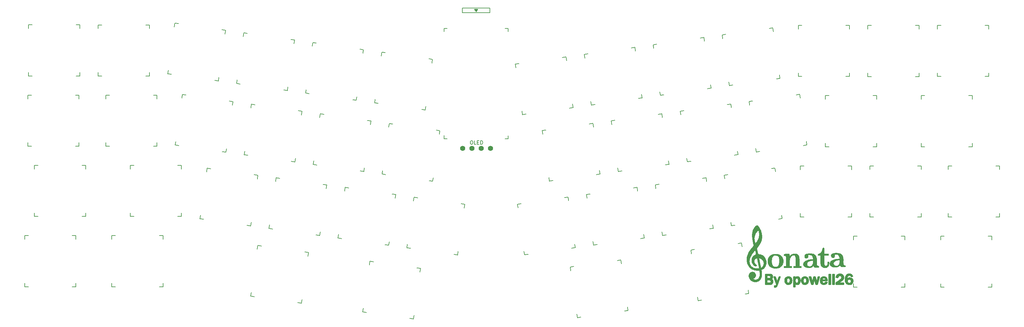
<source format=gbr>
%TF.GenerationSoftware,KiCad,Pcbnew,(5.99.0-9176-ga1730d51ff)*%
%TF.CreationDate,2021-07-22T23:15:28-05:00*%
%TF.ProjectId,Sonata hotswap,536f6e61-7461-4206-986f-74737761702e,rev?*%
%TF.SameCoordinates,Original*%
%TF.FileFunction,Legend,Top*%
%TF.FilePolarity,Positive*%
%FSLAX46Y46*%
G04 Gerber Fmt 4.6, Leading zero omitted, Abs format (unit mm)*
G04 Created by KiCad (PCBNEW (5.99.0-9176-ga1730d51ff)) date 2021-07-22 23:15:28*
%MOMM*%
%LPD*%
G01*
G04 APERTURE LIST*
%ADD10C,0.150000*%
%ADD11C,0.071989*%
%ADD12C,0.264583*%
%ADD13C,0.282310*%
%ADD14C,1.397000*%
G04 APERTURE END LIST*
D10*
%TO.C,J1*%
X192887619Y-100162380D02*
X193078095Y-100162380D01*
X193173333Y-100210000D01*
X193268571Y-100305238D01*
X193316190Y-100495714D01*
X193316190Y-100829047D01*
X193268571Y-101019523D01*
X193173333Y-101114761D01*
X193078095Y-101162380D01*
X192887619Y-101162380D01*
X192792380Y-101114761D01*
X192697142Y-101019523D01*
X192649523Y-100829047D01*
X192649523Y-100495714D01*
X192697142Y-100305238D01*
X192792380Y-100210000D01*
X192887619Y-100162380D01*
X194220952Y-101162380D02*
X193744761Y-101162380D01*
X193744761Y-100162380D01*
X194554285Y-100638571D02*
X194887619Y-100638571D01*
X195030476Y-101162380D02*
X194554285Y-101162380D01*
X194554285Y-100162380D01*
X195030476Y-100162380D01*
X195459047Y-101162380D02*
X195459047Y-100162380D01*
X195697142Y-100162380D01*
X195840000Y-100210000D01*
X195935238Y-100305238D01*
X195982857Y-100400476D01*
X196030476Y-100590952D01*
X196030476Y-100733809D01*
X195982857Y-100924285D01*
X195935238Y-101019523D01*
X195840000Y-101114761D01*
X195697142Y-101162380D01*
X195459047Y-101162380D01*
%TO.C,SW24*%
X303800000Y-87820000D02*
X302800000Y-87820000D01*
X290800000Y-87820000D02*
X289800000Y-87820000D01*
X302800000Y-101820000D02*
X303800000Y-101820000D01*
X303800000Y-100820000D02*
X303800000Y-101820000D01*
X289800000Y-88820000D02*
X289800000Y-87820000D01*
X289800000Y-101820000D02*
X289800000Y-100820000D01*
X289800000Y-101820000D02*
X290800000Y-101820000D01*
X303800000Y-87820000D02*
X303800000Y-88820000D01*
%TO.C,SW39*%
X71710000Y-126160000D02*
X70710000Y-126160000D01*
X70710000Y-140160000D02*
X71710000Y-140160000D01*
X70710000Y-140160000D02*
X70710000Y-139160000D01*
X84710000Y-139160000D02*
X84710000Y-140160000D01*
X70710000Y-127160000D02*
X70710000Y-126160000D01*
X84710000Y-126160000D02*
X83710000Y-126160000D01*
X83710000Y-140160000D02*
X84710000Y-140160000D01*
X84710000Y-126160000D02*
X84710000Y-127160000D01*
%TO.C,SW43*%
X234785820Y-146826838D02*
X235776088Y-146687665D01*
X221912335Y-148636088D02*
X221773162Y-147645820D01*
X220954180Y-134633162D02*
X219963912Y-134772335D01*
X220103085Y-135762603D02*
X219963912Y-134772335D01*
X233827665Y-132823912D02*
X232837397Y-132963085D01*
X233827665Y-132823912D02*
X233966838Y-133814180D01*
X221912335Y-148636088D02*
X222902603Y-148496915D01*
X235636915Y-145697397D02*
X235776088Y-146687665D01*
%TO.C,SW8*%
X225762335Y-90396088D02*
X225623162Y-89405820D01*
X237677665Y-74583912D02*
X237816838Y-75574180D01*
X225762335Y-90396088D02*
X226752603Y-90256915D01*
X238635820Y-88586838D02*
X239626088Y-88447665D01*
X237677665Y-74583912D02*
X236687397Y-74723085D01*
X224804180Y-76393162D02*
X223813912Y-76532335D01*
X223953085Y-77522603D02*
X223813912Y-76532335D01*
X239486915Y-87457397D02*
X239626088Y-88447665D01*
%TO.C,SW4*%
X131652603Y-70763085D02*
X130662335Y-70623912D01*
X128713912Y-84487665D02*
X128853085Y-83497397D01*
X144526088Y-72572335D02*
X143535820Y-72433162D01*
X130523162Y-71614180D02*
X130662335Y-70623912D01*
X128713912Y-84487665D02*
X129704180Y-84626838D01*
X142716838Y-85445820D02*
X142577665Y-86436088D01*
X144526088Y-72572335D02*
X144386915Y-73562603D01*
X141587397Y-86296915D02*
X142577665Y-86436088D01*
%TO.C,SW46*%
X322320000Y-126310000D02*
X321320000Y-126310000D01*
X334320000Y-140310000D02*
X335320000Y-140310000D01*
X321320000Y-140310000D02*
X322320000Y-140310000D01*
X321320000Y-140310000D02*
X321320000Y-139310000D01*
X335320000Y-139310000D02*
X335320000Y-140310000D01*
X335320000Y-126310000D02*
X335320000Y-127310000D01*
X335320000Y-126310000D02*
X334320000Y-126310000D01*
X321320000Y-127310000D02*
X321320000Y-126310000D01*
%TO.C,SW2*%
X104820000Y-68450000D02*
X104820000Y-69450000D01*
X104820000Y-81450000D02*
X104820000Y-82450000D01*
X90820000Y-82450000D02*
X91820000Y-82450000D01*
X90820000Y-69450000D02*
X90820000Y-68450000D01*
X104820000Y-68450000D02*
X103820000Y-68450000D01*
X90820000Y-82450000D02*
X90820000Y-81450000D01*
X103820000Y-82450000D02*
X104820000Y-82450000D01*
X91820000Y-68450000D02*
X90820000Y-68450000D01*
%TO.C,SW17*%
X144786838Y-104975820D02*
X144647665Y-105966088D01*
X132593162Y-91144180D02*
X132732335Y-90153912D01*
X130783912Y-104017665D02*
X131774180Y-104156838D01*
X146596088Y-92102335D02*
X146456915Y-93092603D01*
X143657397Y-105826915D02*
X144647665Y-105966088D01*
X130783912Y-104017665D02*
X130923085Y-103027397D01*
X146596088Y-92102335D02*
X145605820Y-91963162D01*
X133722603Y-90293085D02*
X132732335Y-90153912D01*
%TO.C,SW33*%
X238277665Y-112953912D02*
X237287397Y-113093085D01*
X224553085Y-115892603D02*
X224413912Y-114902335D01*
X226362335Y-128766088D02*
X227352603Y-128626915D01*
X238277665Y-112953912D02*
X238416838Y-113944180D01*
X240086915Y-125827397D02*
X240226088Y-126817665D01*
X226362335Y-128766088D02*
X226223162Y-127775820D01*
X225404180Y-114763162D02*
X224413912Y-114902335D01*
X239235820Y-126956838D02*
X240226088Y-126817665D01*
%TO.C,SW7*%
X218817665Y-77223912D02*
X217827397Y-77363085D01*
X218817665Y-77223912D02*
X218956838Y-78214180D01*
X206902335Y-93036088D02*
X206763162Y-92045820D01*
X206902335Y-93036088D02*
X207892603Y-92896915D01*
X205944180Y-79033162D02*
X204953912Y-79172335D01*
X219775820Y-91226838D02*
X220766088Y-91087665D01*
X220626915Y-90097397D02*
X220766088Y-91087665D01*
X205093085Y-80162603D02*
X204953912Y-79172335D01*
%TO.C,SW26*%
X74390000Y-106930000D02*
X73390000Y-106930000D01*
X87390000Y-119930000D02*
X87390000Y-120930000D01*
X86390000Y-120930000D02*
X87390000Y-120930000D01*
X73390000Y-120930000D02*
X73390000Y-119930000D01*
X87390000Y-106930000D02*
X86390000Y-106930000D01*
X73390000Y-107930000D02*
X73390000Y-106930000D01*
X73390000Y-120930000D02*
X74390000Y-120930000D01*
X87390000Y-106930000D02*
X87390000Y-107930000D01*
%TO.C,SW37*%
X323420000Y-121060000D02*
X324420000Y-121060000D01*
X337420000Y-120060000D02*
X337420000Y-121060000D01*
X337420000Y-107060000D02*
X336420000Y-107060000D01*
X323420000Y-108060000D02*
X323420000Y-107060000D01*
X336420000Y-121060000D02*
X337420000Y-121060000D01*
X324420000Y-107060000D02*
X323420000Y-107060000D01*
X323420000Y-121060000D02*
X323420000Y-120060000D01*
X337420000Y-107060000D02*
X337420000Y-108060000D01*
%TO.C,SW13*%
X320450000Y-82570000D02*
X320450000Y-81570000D01*
X320450000Y-69570000D02*
X320450000Y-68570000D01*
X334450000Y-81570000D02*
X334450000Y-82570000D01*
X333450000Y-82570000D02*
X334450000Y-82570000D01*
X321450000Y-68570000D02*
X320450000Y-68570000D01*
X320450000Y-82570000D02*
X321450000Y-82570000D01*
X334450000Y-68570000D02*
X333450000Y-68570000D01*
X334450000Y-68570000D02*
X334450000Y-69570000D01*
%TO.C,SW31*%
X189286838Y-130465820D02*
X189147665Y-131456088D01*
X191096088Y-117592335D02*
X190105820Y-117453162D01*
X178222603Y-115783085D02*
X177232335Y-115643912D01*
X188157397Y-131316915D02*
X189147665Y-131456088D01*
X177093162Y-116634180D02*
X177232335Y-115643912D01*
X175283912Y-129507665D02*
X176274180Y-129646838D01*
X175283912Y-129507665D02*
X175423085Y-128517397D01*
X191096088Y-117592335D02*
X190956915Y-118582603D01*
%TO.C,SW30*%
X159372603Y-113113085D02*
X158382335Y-112973912D01*
X169307397Y-128646915D02*
X170297665Y-128786088D01*
X170436838Y-127795820D02*
X170297665Y-128786088D01*
X156433912Y-126837665D02*
X157424180Y-126976838D01*
X172246088Y-114922335D02*
X171255820Y-114783162D01*
X158243162Y-113964180D02*
X158382335Y-112973912D01*
X156433912Y-126837665D02*
X156573085Y-125847397D01*
X172246088Y-114922335D02*
X172106915Y-115912603D01*
%TO.C,SW12*%
X315410000Y-68590000D02*
X314410000Y-68590000D01*
X315410000Y-81590000D02*
X315410000Y-82590000D01*
X315410000Y-68590000D02*
X315410000Y-69590000D01*
X302410000Y-68590000D02*
X301410000Y-68590000D01*
X301410000Y-82590000D02*
X301410000Y-81590000D01*
X301410000Y-69590000D02*
X301410000Y-68590000D01*
X314410000Y-82590000D02*
X315410000Y-82590000D01*
X301410000Y-82590000D02*
X302410000Y-82590000D01*
%TO.C,SW20*%
X214262335Y-111236088D02*
X215252603Y-111096915D01*
X213304180Y-97233162D02*
X212313912Y-97372335D01*
X214262335Y-111236088D02*
X214123162Y-110245820D01*
X227135820Y-109426838D02*
X228126088Y-109287665D01*
X226177665Y-95423912D02*
X225187397Y-95563085D01*
X212453085Y-98362603D02*
X212313912Y-97372335D01*
X226177665Y-95423912D02*
X226316838Y-96414180D01*
X227986915Y-108297397D02*
X228126088Y-109287665D01*
%TO.C,SW42*%
X179016088Y-135132335D02*
X178025820Y-134993162D01*
X177206838Y-148005820D02*
X177067665Y-148996088D01*
X165013162Y-134174180D02*
X165152335Y-133183912D01*
X163203912Y-147047665D02*
X164194180Y-147186838D01*
X166142603Y-133323085D02*
X165152335Y-133183912D01*
X176077397Y-148856915D02*
X177067665Y-148996088D01*
X163203912Y-147047665D02*
X163343085Y-146057397D01*
X179016088Y-135132335D02*
X178876915Y-136122603D01*
%TO.C,SW38*%
X295930000Y-121070000D02*
X296930000Y-121070000D01*
X282930000Y-121070000D02*
X283930000Y-121070000D01*
X296930000Y-107070000D02*
X296930000Y-108070000D01*
X296930000Y-107070000D02*
X295930000Y-107070000D01*
X283930000Y-107070000D02*
X282930000Y-107070000D01*
X282930000Y-121070000D02*
X282930000Y-120070000D01*
X282930000Y-108070000D02*
X282930000Y-107070000D01*
X296930000Y-120070000D02*
X296930000Y-121070000D01*
%TO.C,SW44*%
X254942335Y-143996088D02*
X254803162Y-143005820D01*
X267815820Y-142186838D02*
X268806088Y-142047665D01*
X254942335Y-143996088D02*
X255932603Y-143856915D01*
X266857665Y-128183912D02*
X265867397Y-128323085D01*
X253133085Y-131122603D02*
X252993912Y-130132335D01*
X268666915Y-141057397D02*
X268806088Y-142047665D01*
X253984180Y-129993162D02*
X252993912Y-130132335D01*
X266857665Y-128183912D02*
X266996838Y-129174180D01*
%TO.C,SW35*%
X275987665Y-107663912D02*
X274997397Y-107803085D01*
X264072335Y-123476088D02*
X265062603Y-123336915D01*
X264072335Y-123476088D02*
X263933162Y-122485820D01*
X276945820Y-121666838D02*
X277936088Y-121527665D01*
X263114180Y-109473162D02*
X262123912Y-109612335D01*
X277796915Y-120537397D02*
X277936088Y-121527665D01*
X275987665Y-107663912D02*
X276126838Y-108654180D01*
X262263085Y-110602603D02*
X262123912Y-109612335D01*
%TO.C,U1*%
X185480000Y-99605000D02*
X186330000Y-99605000D01*
X193880000Y-64305000D02*
X194580000Y-64305000D01*
X202980000Y-69405000D02*
X202980000Y-70255000D01*
X185480000Y-69405000D02*
X186330000Y-69405000D01*
X202980000Y-98755000D02*
X202980000Y-99605000D01*
X193730000Y-64155000D02*
X194730000Y-64155000D01*
X197980000Y-65105000D02*
X197980000Y-63805000D01*
X197980000Y-63805000D02*
X190480000Y-63805000D01*
X194730000Y-64155000D02*
X194230000Y-64805000D01*
X185480000Y-69405000D02*
X185480000Y-70255000D01*
X194080000Y-64605000D02*
X194380000Y-64605000D01*
X190480000Y-63805000D02*
X190480000Y-65105000D01*
X202980000Y-99605000D02*
X202120000Y-99605000D01*
X185480000Y-98705000D02*
X185480000Y-99605000D01*
X193980000Y-64455000D02*
X194480000Y-64455000D01*
X190480000Y-65105000D02*
X197980000Y-65105000D01*
X202980000Y-69405000D02*
X202180000Y-69405000D01*
X194230000Y-64805000D02*
X193730000Y-64155000D01*
%TO.C,SW6*%
X166453912Y-89787665D02*
X166593085Y-88797397D01*
X182266088Y-77872335D02*
X181275820Y-77733162D01*
X166453912Y-89787665D02*
X167444180Y-89926838D01*
X168263162Y-76914180D02*
X168402335Y-75923912D01*
X169392603Y-76063085D02*
X168402335Y-75923912D01*
X180456838Y-90745820D02*
X180317665Y-91736088D01*
X179327397Y-91596915D02*
X180317665Y-91736088D01*
X182266088Y-77872335D02*
X182126915Y-78862603D01*
%TO.C,SW11*%
X296370000Y-68580000D02*
X296370000Y-69580000D01*
X282370000Y-82580000D02*
X282370000Y-81580000D01*
X282370000Y-82580000D02*
X283370000Y-82580000D01*
X296370000Y-81580000D02*
X296370000Y-82580000D01*
X282370000Y-69580000D02*
X282370000Y-68580000D01*
X295370000Y-82580000D02*
X296370000Y-82580000D01*
X296370000Y-68580000D02*
X295370000Y-68580000D01*
X283370000Y-68580000D02*
X282370000Y-68580000D01*
%TO.C,SW41*%
X146556838Y-143685820D02*
X146417665Y-144676088D01*
X148366088Y-130812335D02*
X147375820Y-130673162D01*
X148366088Y-130812335D02*
X148226915Y-131802603D01*
X132553912Y-142727665D02*
X132693085Y-141737397D01*
X145427397Y-144536915D02*
X146417665Y-144676088D01*
X132553912Y-142727665D02*
X133544180Y-142866838D01*
X134363162Y-129854180D02*
X134502335Y-128863912D01*
X135492603Y-129003085D02*
X134502335Y-128863912D01*
%TO.C,SW22*%
X252002335Y-105936088D02*
X252992603Y-105796915D01*
X250193085Y-93062603D02*
X250053912Y-92072335D01*
X263917665Y-90123912D02*
X262927397Y-90263085D01*
X264875820Y-104126838D02*
X265866088Y-103987665D01*
X252002335Y-105936088D02*
X251863162Y-104945820D01*
X251044180Y-91933162D02*
X250053912Y-92072335D01*
X265726915Y-102997397D02*
X265866088Y-103987665D01*
X263917665Y-90123912D02*
X264056838Y-91114180D01*
%TO.C,SW27*%
X99590000Y-107930000D02*
X99590000Y-106930000D01*
X113590000Y-106930000D02*
X112590000Y-106930000D01*
X99590000Y-120930000D02*
X100590000Y-120930000D01*
X100590000Y-106930000D02*
X99590000Y-106930000D01*
X112590000Y-120930000D02*
X113590000Y-120930000D01*
X113590000Y-119930000D02*
X113590000Y-120930000D01*
X113590000Y-106930000D02*
X113590000Y-107930000D01*
X99590000Y-120930000D02*
X99590000Y-119930000D01*
%TO.C,SW16*%
X113723162Y-88494180D02*
X113862335Y-87503912D01*
X127726088Y-89452335D02*
X127586915Y-90442603D01*
X127726088Y-89452335D02*
X126735820Y-89313162D01*
X114852603Y-87643085D02*
X113862335Y-87503912D01*
X125916838Y-102325820D02*
X125777665Y-103316088D01*
X124787397Y-103176915D02*
X125777665Y-103316088D01*
X111913912Y-101367665D02*
X112904180Y-101506838D01*
X111913912Y-101367665D02*
X112053085Y-100377397D01*
%TO.C,SW1*%
X71780000Y-82440000D02*
X71780000Y-81440000D01*
X85780000Y-81440000D02*
X85780000Y-82440000D01*
X85780000Y-68440000D02*
X84780000Y-68440000D01*
X71780000Y-69440000D02*
X71780000Y-68440000D01*
X85780000Y-68440000D02*
X85780000Y-69440000D01*
X71780000Y-82440000D02*
X72780000Y-82440000D01*
X72780000Y-68440000D02*
X71780000Y-68440000D01*
X84780000Y-82440000D02*
X85780000Y-82440000D01*
%TO.C,SW3*%
X123846838Y-82785820D02*
X123707665Y-83776088D01*
X125656088Y-69912335D02*
X124665820Y-69773162D01*
X109843912Y-81827665D02*
X109983085Y-80837397D01*
X112782603Y-68103085D02*
X111792335Y-67963912D01*
X122717397Y-83636915D02*
X123707665Y-83776088D01*
X125656088Y-69912335D02*
X125516915Y-70902603D01*
X109843912Y-81827665D02*
X110834180Y-81966838D01*
X111653162Y-68954180D02*
X111792335Y-67963912D01*
%TO.C,SW34*%
X245222335Y-126126088D02*
X246212603Y-125986915D01*
X244264180Y-112123162D02*
X243273912Y-112262335D01*
X258946915Y-123187397D02*
X259086088Y-124177665D01*
X257137665Y-110313912D02*
X256147397Y-110453085D01*
X258095820Y-124316838D02*
X259086088Y-124177665D01*
X243413085Y-113252603D02*
X243273912Y-112262335D01*
X245222335Y-126126088D02*
X245083162Y-125135820D01*
X257137665Y-110313912D02*
X257276838Y-111304180D01*
%TO.C,SW28*%
X118693912Y-121547665D02*
X119684180Y-121686838D01*
X131567397Y-123356915D02*
X132557665Y-123496088D01*
X132696838Y-122505820D02*
X132557665Y-123496088D01*
X134506088Y-109632335D02*
X133515820Y-109493162D01*
X134506088Y-109632335D02*
X134366915Y-110622603D01*
X121632603Y-107823085D02*
X120642335Y-107683912D01*
X120503162Y-108674180D02*
X120642335Y-107683912D01*
X118693912Y-121547665D02*
X118833085Y-120557397D01*
%TO.C,SW15*%
X92930000Y-101690000D02*
X92930000Y-100690000D01*
X105930000Y-101690000D02*
X106930000Y-101690000D01*
X106930000Y-87690000D02*
X106930000Y-88690000D01*
X92930000Y-101690000D02*
X93930000Y-101690000D01*
X106930000Y-87690000D02*
X105930000Y-87690000D01*
X106930000Y-100690000D02*
X106930000Y-101690000D01*
X92930000Y-88690000D02*
X92930000Y-87690000D01*
X93930000Y-87690000D02*
X92930000Y-87690000D01*
%TO.C,SW29*%
X151566838Y-125155820D02*
X151427665Y-126146088D01*
X139373162Y-111324180D02*
X139512335Y-110333912D01*
X153376088Y-112282335D02*
X153236915Y-113272603D01*
X140502603Y-110473085D02*
X139512335Y-110333912D01*
X153376088Y-112282335D02*
X152385820Y-112143162D01*
X137563912Y-124197665D02*
X137703085Y-123207397D01*
X150437397Y-126006915D02*
X151427665Y-126146088D01*
X137563912Y-124197665D02*
X138554180Y-124336838D01*
%TO.C,SW14*%
X85590000Y-87690000D02*
X84590000Y-87690000D01*
X85590000Y-87690000D02*
X85590000Y-88690000D01*
X84590000Y-101690000D02*
X85590000Y-101690000D01*
X71590000Y-101690000D02*
X71590000Y-100690000D01*
X71590000Y-88690000D02*
X71590000Y-87690000D01*
X71590000Y-101690000D02*
X72590000Y-101690000D01*
X85590000Y-100690000D02*
X85590000Y-101690000D01*
X72590000Y-87690000D02*
X71590000Y-87690000D01*
%TO.C,SW5*%
X160447397Y-88946915D02*
X161437665Y-89086088D01*
X147573912Y-87137665D02*
X148564180Y-87276838D01*
X149383162Y-74264180D02*
X149522335Y-73273912D01*
X150512603Y-73413085D02*
X149522335Y-73273912D01*
X163386088Y-75222335D02*
X163246915Y-76212603D01*
X161576838Y-88095820D02*
X161437665Y-89086088D01*
X147573912Y-87137665D02*
X147713085Y-86147397D01*
X163386088Y-75222335D02*
X162395820Y-75083162D01*
%TO.C,SW25*%
X329980000Y-87830000D02*
X328980000Y-87830000D01*
X315980000Y-88830000D02*
X315980000Y-87830000D01*
X329980000Y-100830000D02*
X329980000Y-101830000D01*
X328980000Y-101830000D02*
X329980000Y-101830000D01*
X316980000Y-87830000D02*
X315980000Y-87830000D01*
X329980000Y-87830000D02*
X329980000Y-88830000D01*
X315980000Y-101830000D02*
X315980000Y-100830000D01*
X315980000Y-101830000D02*
X316980000Y-101830000D01*
%TO.C,SW19*%
X171442603Y-95603085D02*
X170452335Y-95463912D01*
X184316088Y-97412335D02*
X183325820Y-97273162D01*
X168503912Y-109327665D02*
X169494180Y-109466838D01*
X170313162Y-96454180D02*
X170452335Y-95463912D01*
X182506838Y-110285820D02*
X182367665Y-111276088D01*
X184316088Y-97412335D02*
X184176915Y-98402603D01*
X181377397Y-111136915D02*
X182367665Y-111276088D01*
X168503912Y-109327665D02*
X168643085Y-108337397D01*
%TO.C,SW21*%
X233132335Y-108586088D02*
X232993162Y-107595820D01*
X246005820Y-106776838D02*
X246996088Y-106637665D01*
X246856915Y-105647397D02*
X246996088Y-106637665D01*
X231323085Y-95712603D02*
X231183912Y-94722335D01*
X245047665Y-92773912D02*
X245186838Y-93764180D01*
X232174180Y-94583162D02*
X231183912Y-94722335D01*
X245047665Y-92773912D02*
X244057397Y-92913085D01*
X233132335Y-108586088D02*
X234122603Y-108446915D01*
%TO.C,SW10*%
X275407665Y-69253912D02*
X274417397Y-69393085D01*
X263492335Y-85066088D02*
X264482603Y-84926915D01*
X261683085Y-72192603D02*
X261543912Y-71202335D01*
X276365820Y-83256838D02*
X277356088Y-83117665D01*
X262534180Y-71063162D02*
X261543912Y-71202335D01*
X263492335Y-85066088D02*
X263353162Y-84075820D01*
X275407665Y-69253912D02*
X275546838Y-70244180D01*
X277216915Y-82127397D02*
X277356088Y-83117665D01*
D11*
%TO.C,G1*%
X284926460Y-131423634D02*
X285014080Y-131593565D01*
X285014080Y-131593565D02*
X285057440Y-131783467D01*
X285057440Y-131783467D02*
X285045524Y-131972402D01*
X285045524Y-131972402D02*
X284984314Y-132123595D01*
X284984314Y-132123595D02*
X284885071Y-132236594D01*
X284885071Y-132236594D02*
X284759062Y-132310949D01*
X284759062Y-132310949D02*
X284617548Y-132346207D01*
X284617548Y-132346207D02*
X284471794Y-132341920D01*
X284471794Y-132341920D02*
X284333064Y-132297634D01*
X284333064Y-132297634D02*
X284212621Y-132212901D01*
X284212621Y-132212901D02*
X284121729Y-132087268D01*
X284121729Y-132087268D02*
X284071653Y-131920285D01*
X284071653Y-131920285D02*
X284073655Y-131711500D01*
X284073655Y-131711500D02*
X284138317Y-131505433D01*
X284138317Y-131505433D02*
X284260121Y-131347858D01*
X284260121Y-131347858D02*
X284427225Y-131232362D01*
X284427225Y-131232362D02*
X284627789Y-131152530D01*
X284627789Y-131152530D02*
X284849972Y-131101946D01*
X284849972Y-131101946D02*
X285081935Y-131074195D01*
X285081935Y-131074195D02*
X285311836Y-131062864D01*
X285311836Y-131062864D02*
X285527836Y-131061538D01*
X285527836Y-131061538D02*
X285718094Y-131063800D01*
X285718094Y-131063800D02*
X285986860Y-131077914D01*
X285986860Y-131077914D02*
X286230923Y-131113599D01*
X286230923Y-131113599D02*
X286450557Y-131171138D01*
X286450557Y-131171138D02*
X286365794Y-132934934D01*
X286365794Y-132934934D02*
X286111313Y-132986975D01*
X286111313Y-132986975D02*
X285855820Y-133031729D01*
X285855820Y-133031729D02*
X285603431Y-133088358D01*
X285603431Y-133088358D02*
X285358260Y-133176022D01*
X285358260Y-133176022D02*
X285138672Y-133295487D01*
X285138672Y-133295487D02*
X284946611Y-133453813D01*
X284946611Y-133453813D02*
X284813186Y-133643442D01*
X284813186Y-133643442D02*
X284744251Y-133849603D01*
X284744251Y-133849603D02*
X284741326Y-134057164D01*
X284741326Y-134057164D02*
X284805929Y-134250991D01*
X284805929Y-134250991D02*
X284939581Y-134415951D01*
X284939581Y-134415951D02*
X285143800Y-134536912D01*
X285143800Y-134536912D02*
X285351976Y-134588165D01*
X285351976Y-134588165D02*
X285562104Y-134585110D01*
X285562104Y-134585110D02*
X285765120Y-134533097D01*
X285765120Y-134533097D02*
X285951958Y-134437476D01*
X285951958Y-134437476D02*
X286113556Y-134303597D01*
X286113556Y-134303597D02*
X286240849Y-134136811D01*
X286240849Y-134136811D02*
X286324773Y-133942467D01*
X286324773Y-133942467D02*
X286356079Y-133732212D01*
X286356079Y-133732212D02*
X286367413Y-133452194D01*
X286367413Y-133452194D02*
X286367683Y-133165429D01*
X286367683Y-133165429D02*
X286365794Y-132934934D01*
X286365794Y-132934934D02*
X286450557Y-131171138D01*
X286450557Y-131171138D02*
X286646038Y-131250813D01*
X286646038Y-131250813D02*
X286817639Y-131352908D01*
X286817639Y-131352908D02*
X286965637Y-131477704D01*
X286965637Y-131477704D02*
X287090305Y-131625484D01*
X287090305Y-131625484D02*
X287191918Y-131796531D01*
X287191918Y-131796531D02*
X287270753Y-131991127D01*
X287270753Y-131991127D02*
X287327083Y-132209554D01*
X287327083Y-132209554D02*
X287361183Y-132452095D01*
X287361183Y-132452095D02*
X287373328Y-132719034D01*
X287373328Y-132719034D02*
X287371969Y-132908746D01*
X287371969Y-132908746D02*
X287368997Y-133186257D01*
X287368997Y-133186257D02*
X287368190Y-133503830D01*
X287368190Y-133503830D02*
X287373322Y-133813727D01*
X287373322Y-133813727D02*
X287388169Y-134068209D01*
X287388169Y-134068209D02*
X287416508Y-134219539D01*
X287416508Y-134219539D02*
X287544361Y-134361808D01*
X287544361Y-134361808D02*
X287731526Y-134455232D01*
X287731526Y-134455232D02*
X287913993Y-134532145D01*
X287913993Y-134532145D02*
X288027753Y-134624878D01*
X288027753Y-134624878D02*
X288008794Y-134765766D01*
X288008794Y-134765766D02*
X287857104Y-134855964D01*
X287857104Y-134855964D02*
X287635846Y-134879473D01*
X287635846Y-134879473D02*
X287445295Y-134878034D01*
X287445295Y-134878034D02*
X287184599Y-134879894D01*
X287184599Y-134879894D02*
X286984015Y-134872226D01*
X286984015Y-134872226D02*
X286826291Y-134836431D01*
X286826291Y-134836431D02*
X286694175Y-134753906D01*
X286694175Y-134753906D02*
X286570416Y-134606052D01*
X286570416Y-134606052D02*
X286437761Y-134374267D01*
X286437761Y-134374267D02*
X286337327Y-134535499D01*
X286337327Y-134535499D02*
X286232576Y-134655150D01*
X286232576Y-134655150D02*
X286075049Y-134767925D01*
X286075049Y-134767925D02*
X285885133Y-134856161D01*
X285885133Y-134856161D02*
X285661395Y-134916849D01*
X285661395Y-134916849D02*
X285414048Y-134950533D01*
X285414048Y-134950533D02*
X285153302Y-134957759D01*
X285153302Y-134957759D02*
X284889370Y-134939070D01*
X284889370Y-134939070D02*
X284632463Y-134895012D01*
X284632463Y-134895012D02*
X284392792Y-134826131D01*
X284392792Y-134826131D02*
X284180569Y-134732970D01*
X284180569Y-134732970D02*
X284006006Y-134616075D01*
X284006006Y-134616075D02*
X283843734Y-134441899D01*
X283843734Y-134441899D02*
X283745799Y-134254668D01*
X283745799Y-134254668D02*
X283706118Y-134060039D01*
X283706118Y-134060039D02*
X283718609Y-133863669D01*
X283718609Y-133863669D02*
X283777189Y-133671214D01*
X283777189Y-133671214D02*
X283875773Y-133488331D01*
X283875773Y-133488331D02*
X284008280Y-133320676D01*
X284008280Y-133320676D02*
X284168625Y-133173906D01*
X284168625Y-133173906D02*
X284350727Y-133053679D01*
X284350727Y-133053679D02*
X284538683Y-132961618D01*
X284538683Y-132961618D02*
X284736018Y-132885547D01*
X284736018Y-132885547D02*
X284938616Y-132824454D01*
X284938616Y-132824454D02*
X285142360Y-132777327D01*
X285142360Y-132777327D02*
X285362590Y-132738908D01*
X285362590Y-132738908D02*
X285617778Y-132704013D01*
X285617778Y-132704013D02*
X285885195Y-132675301D01*
X285885195Y-132675301D02*
X286142110Y-132655432D01*
X286142110Y-132655432D02*
X286365794Y-132647067D01*
X286365794Y-132647067D02*
X286356832Y-132411306D01*
X286356832Y-132411306D02*
X286327199Y-132178964D01*
X286327199Y-132178964D02*
X286266300Y-131959695D01*
X286266300Y-131959695D02*
X286163541Y-131763156D01*
X286163541Y-131763156D02*
X286008326Y-131599002D01*
X286008326Y-131599002D02*
X285790061Y-131476889D01*
X285790061Y-131476889D02*
X285605533Y-131437296D01*
X285605533Y-131437296D02*
X285369595Y-131422464D01*
X285369595Y-131422464D02*
X285127989Y-131421531D01*
X285127989Y-131421531D02*
X284926460Y-131423634D01*
X284926460Y-131423634D02*
X284926460Y-131423634D01*
G36*
X286817639Y-131352908D02*
G01*
X286965637Y-131477704D01*
X287090305Y-131625484D01*
X287191918Y-131796531D01*
X287270753Y-131991127D01*
X287327083Y-132209554D01*
X287361183Y-132452095D01*
X287373328Y-132719034D01*
X287371969Y-132908746D01*
X287368997Y-133186257D01*
X287368190Y-133503830D01*
X287373322Y-133813727D01*
X287388169Y-134068209D01*
X287416508Y-134219539D01*
X287544361Y-134361808D01*
X287731526Y-134455232D01*
X287913993Y-134532145D01*
X288027753Y-134624878D01*
X288008794Y-134765766D01*
X287857104Y-134855964D01*
X287635846Y-134879473D01*
X287445295Y-134878034D01*
X287184599Y-134879894D01*
X286984015Y-134872226D01*
X286826291Y-134836431D01*
X286694175Y-134753906D01*
X286570416Y-134606052D01*
X286437761Y-134374267D01*
X286337327Y-134535499D01*
X286232576Y-134655150D01*
X286075049Y-134767925D01*
X285885133Y-134856161D01*
X285661395Y-134916849D01*
X285414048Y-134950533D01*
X285153302Y-134957759D01*
X284889370Y-134939070D01*
X284632463Y-134895012D01*
X284392792Y-134826131D01*
X284180569Y-134732970D01*
X284006006Y-134616075D01*
X283843734Y-134441899D01*
X283745799Y-134254668D01*
X283706118Y-134060039D01*
X283706301Y-134057164D01*
X284741326Y-134057164D01*
X284805929Y-134250991D01*
X284939581Y-134415951D01*
X285143800Y-134536912D01*
X285351976Y-134588165D01*
X285562104Y-134585110D01*
X285765120Y-134533097D01*
X285951958Y-134437476D01*
X286113556Y-134303597D01*
X286240849Y-134136811D01*
X286324773Y-133942467D01*
X286356079Y-133732212D01*
X286367413Y-133452194D01*
X286367683Y-133165429D01*
X286365794Y-132934934D01*
X286111313Y-132986975D01*
X285855820Y-133031729D01*
X285603431Y-133088358D01*
X285358260Y-133176022D01*
X285138672Y-133295487D01*
X284946611Y-133453813D01*
X284813186Y-133643442D01*
X284744251Y-133849603D01*
X284741326Y-134057164D01*
X283706301Y-134057164D01*
X283718609Y-133863669D01*
X283777189Y-133671214D01*
X283875773Y-133488331D01*
X284008280Y-133320676D01*
X284168625Y-133173906D01*
X284350727Y-133053679D01*
X284538683Y-132961618D01*
X284736018Y-132885547D01*
X284938616Y-132824454D01*
X285142360Y-132777327D01*
X285362590Y-132738908D01*
X285617778Y-132704013D01*
X285885195Y-132675301D01*
X286142110Y-132655432D01*
X286365794Y-132647067D01*
X286356832Y-132411306D01*
X286327199Y-132178964D01*
X286266300Y-131959695D01*
X286163541Y-131763156D01*
X286008326Y-131599002D01*
X285790061Y-131476889D01*
X285605533Y-131437296D01*
X285369595Y-131422464D01*
X285127989Y-131421531D01*
X284926460Y-131423634D01*
X285014080Y-131593565D01*
X285057440Y-131783467D01*
X285045524Y-131972402D01*
X284984314Y-132123595D01*
X284885071Y-132236594D01*
X284759062Y-132310949D01*
X284617548Y-132346207D01*
X284471794Y-132341920D01*
X284333064Y-132297634D01*
X284212621Y-132212901D01*
X284121729Y-132087268D01*
X284071653Y-131920285D01*
X284073655Y-131711500D01*
X284138317Y-131505433D01*
X284260121Y-131347858D01*
X284427225Y-131232362D01*
X284627789Y-131152530D01*
X284849972Y-131101946D01*
X285081935Y-131074195D01*
X285311836Y-131062864D01*
X285527836Y-131061538D01*
X285718094Y-131063800D01*
X285986860Y-131077914D01*
X286230923Y-131113599D01*
X286450557Y-131171138D01*
X286646038Y-131250813D01*
X286817639Y-131352908D01*
G37*
X286817639Y-131352908D02*
X286965637Y-131477704D01*
X287090305Y-131625484D01*
X287191918Y-131796531D01*
X287270753Y-131991127D01*
X287327083Y-132209554D01*
X287361183Y-132452095D01*
X287373328Y-132719034D01*
X287371969Y-132908746D01*
X287368997Y-133186257D01*
X287368190Y-133503830D01*
X287373322Y-133813727D01*
X287388169Y-134068209D01*
X287416508Y-134219539D01*
X287544361Y-134361808D01*
X287731526Y-134455232D01*
X287913993Y-134532145D01*
X288027753Y-134624878D01*
X288008794Y-134765766D01*
X287857104Y-134855964D01*
X287635846Y-134879473D01*
X287445295Y-134878034D01*
X287184599Y-134879894D01*
X286984015Y-134872226D01*
X286826291Y-134836431D01*
X286694175Y-134753906D01*
X286570416Y-134606052D01*
X286437761Y-134374267D01*
X286337327Y-134535499D01*
X286232576Y-134655150D01*
X286075049Y-134767925D01*
X285885133Y-134856161D01*
X285661395Y-134916849D01*
X285414048Y-134950533D01*
X285153302Y-134957759D01*
X284889370Y-134939070D01*
X284632463Y-134895012D01*
X284392792Y-134826131D01*
X284180569Y-134732970D01*
X284006006Y-134616075D01*
X283843734Y-134441899D01*
X283745799Y-134254668D01*
X283706118Y-134060039D01*
X283706301Y-134057164D01*
X284741326Y-134057164D01*
X284805929Y-134250991D01*
X284939581Y-134415951D01*
X285143800Y-134536912D01*
X285351976Y-134588165D01*
X285562104Y-134585110D01*
X285765120Y-134533097D01*
X285951958Y-134437476D01*
X286113556Y-134303597D01*
X286240849Y-134136811D01*
X286324773Y-133942467D01*
X286356079Y-133732212D01*
X286367413Y-133452194D01*
X286367683Y-133165429D01*
X286365794Y-132934934D01*
X286111313Y-132986975D01*
X285855820Y-133031729D01*
X285603431Y-133088358D01*
X285358260Y-133176022D01*
X285138672Y-133295487D01*
X284946611Y-133453813D01*
X284813186Y-133643442D01*
X284744251Y-133849603D01*
X284741326Y-134057164D01*
X283706301Y-134057164D01*
X283718609Y-133863669D01*
X283777189Y-133671214D01*
X283875773Y-133488331D01*
X284008280Y-133320676D01*
X284168625Y-133173906D01*
X284350727Y-133053679D01*
X284538683Y-132961618D01*
X284736018Y-132885547D01*
X284938616Y-132824454D01*
X285142360Y-132777327D01*
X285362590Y-132738908D01*
X285617778Y-132704013D01*
X285885195Y-132675301D01*
X286142110Y-132655432D01*
X286365794Y-132647067D01*
X286356832Y-132411306D01*
X286327199Y-132178964D01*
X286266300Y-131959695D01*
X286163541Y-131763156D01*
X286008326Y-131599002D01*
X285790061Y-131476889D01*
X285605533Y-131437296D01*
X285369595Y-131422464D01*
X285127989Y-131421531D01*
X284926460Y-131423634D01*
X285014080Y-131593565D01*
X285057440Y-131783467D01*
X285045524Y-131972402D01*
X284984314Y-132123595D01*
X284885071Y-132236594D01*
X284759062Y-132310949D01*
X284617548Y-132346207D01*
X284471794Y-132341920D01*
X284333064Y-132297634D01*
X284212621Y-132212901D01*
X284121729Y-132087268D01*
X284071653Y-131920285D01*
X284073655Y-131711500D01*
X284138317Y-131505433D01*
X284260121Y-131347858D01*
X284427225Y-131232362D01*
X284627789Y-131152530D01*
X284849972Y-131101946D01*
X285081935Y-131074195D01*
X285311836Y-131062864D01*
X285527836Y-131061538D01*
X285718094Y-131063800D01*
X285986860Y-131077914D01*
X286230923Y-131113599D01*
X286450557Y-131171138D01*
X286646038Y-131250813D01*
X286817639Y-131352908D01*
D12*
X284118393Y-139550541D02*
X284134931Y-139161936D01*
X284134931Y-139161936D02*
X284306083Y-139133575D01*
X284306083Y-139133575D02*
X284439202Y-139048495D01*
X284439202Y-139048495D02*
X284534287Y-138906695D01*
X284534287Y-138906695D02*
X284591337Y-138708175D01*
X284591337Y-138708175D02*
X284610354Y-138452934D01*
X284610354Y-138452934D02*
X284597722Y-138254497D01*
X284597722Y-138254497D02*
X284559826Y-138086376D01*
X284559826Y-138086376D02*
X284496667Y-137948572D01*
X284496667Y-137948572D02*
X284352490Y-137809045D01*
X284352490Y-137809045D02*
X284147335Y-137762537D01*
X284147335Y-137762537D02*
X283934944Y-137810596D01*
X283934944Y-137810596D02*
X283785599Y-137954775D01*
X283785599Y-137954775D02*
X283720142Y-138095565D01*
X283720142Y-138095565D02*
X283680868Y-138264374D01*
X283680868Y-138264374D02*
X283667777Y-138461203D01*
X283667777Y-138461203D02*
X283681557Y-138670665D01*
X283681557Y-138670665D02*
X283722898Y-138844298D01*
X283722898Y-138844298D02*
X283791799Y-138982101D01*
X283791799Y-138982101D02*
X283940628Y-139116977D01*
X283940628Y-139116977D02*
X284134931Y-139161936D01*
X284134931Y-139161936D02*
X284118393Y-139550541D01*
X284118393Y-139550541D02*
X283900576Y-139529742D01*
X283900576Y-139529742D02*
X283710148Y-139467342D01*
X283710148Y-139467342D02*
X283547109Y-139363343D01*
X283547109Y-139363343D02*
X283411460Y-139217745D01*
X283411460Y-139217745D02*
X283304747Y-139045276D01*
X283304747Y-139045276D02*
X283228525Y-138860663D01*
X283228525Y-138860663D02*
X283182791Y-138663905D01*
X283182791Y-138663905D02*
X283167546Y-138455003D01*
X283167546Y-138455003D02*
X283184341Y-138233181D01*
X283184341Y-138233181D02*
X283234726Y-138030738D01*
X283234726Y-138030738D02*
X283318700Y-137847674D01*
X283318700Y-137847674D02*
X283436264Y-137683989D01*
X283436264Y-137683989D02*
X283582379Y-137549243D01*
X283582379Y-137549243D02*
X283749939Y-137452997D01*
X283749939Y-137452997D02*
X283938946Y-137395249D01*
X283938946Y-137395249D02*
X284149398Y-137375999D01*
X284149398Y-137375999D02*
X284349774Y-137394732D01*
X284349774Y-137394732D02*
X284531288Y-137450930D01*
X284531288Y-137450930D02*
X284693939Y-137544594D01*
X284693939Y-137544594D02*
X284837729Y-137675722D01*
X284837729Y-137675722D02*
X284956197Y-137836823D01*
X284956197Y-137836823D02*
X285040817Y-138020404D01*
X285040817Y-138020404D02*
X285091589Y-138226464D01*
X285091589Y-138226464D02*
X285108513Y-138455003D01*
X285108513Y-138455003D02*
X285090943Y-138690001D01*
X285090943Y-138690001D02*
X285038234Y-138900970D01*
X285038234Y-138900970D02*
X284950384Y-139087909D01*
X284950384Y-139087909D02*
X284827395Y-139250819D01*
X284827395Y-139250819D02*
X284678437Y-139381947D01*
X284678437Y-139381947D02*
X284510618Y-139475611D01*
X284510618Y-139475611D02*
X284323936Y-139531809D01*
X284323936Y-139531809D02*
X284118393Y-139550541D01*
X284118393Y-139550541D02*
X284118393Y-139550541D01*
G36*
X283710148Y-139467342D02*
G01*
X283547109Y-139363343D01*
X283411460Y-139217745D01*
X283304747Y-139045276D01*
X283228525Y-138860663D01*
X283182791Y-138663905D01*
X283167998Y-138461203D01*
X283667777Y-138461203D01*
X283681557Y-138670665D01*
X283722898Y-138844298D01*
X283791799Y-138982101D01*
X283940628Y-139116977D01*
X284134931Y-139161936D01*
X284306083Y-139133575D01*
X284439202Y-139048495D01*
X284534287Y-138906695D01*
X284591337Y-138708175D01*
X284610354Y-138452934D01*
X284597722Y-138254497D01*
X284559826Y-138086376D01*
X284496667Y-137948572D01*
X284352490Y-137809045D01*
X284147335Y-137762537D01*
X283934944Y-137810596D01*
X283785599Y-137954775D01*
X283720142Y-138095565D01*
X283680868Y-138264374D01*
X283667777Y-138461203D01*
X283167998Y-138461203D01*
X283167546Y-138455003D01*
X283184341Y-138233181D01*
X283234726Y-138030738D01*
X283318700Y-137847674D01*
X283436264Y-137683989D01*
X283582379Y-137549243D01*
X283749939Y-137452997D01*
X283938946Y-137395249D01*
X284149398Y-137375999D01*
X284349774Y-137394732D01*
X284531288Y-137450930D01*
X284693939Y-137544594D01*
X284837729Y-137675722D01*
X284956197Y-137836823D01*
X285040817Y-138020404D01*
X285091589Y-138226464D01*
X285108513Y-138455003D01*
X285090943Y-138690001D01*
X285038234Y-138900970D01*
X284950384Y-139087909D01*
X284827395Y-139250819D01*
X284678437Y-139381947D01*
X284510618Y-139475611D01*
X284323936Y-139531809D01*
X284118393Y-139550541D01*
X283900576Y-139529742D01*
X283710148Y-139467342D01*
G37*
X283710148Y-139467342D02*
X283547109Y-139363343D01*
X283411460Y-139217745D01*
X283304747Y-139045276D01*
X283228525Y-138860663D01*
X283182791Y-138663905D01*
X283167998Y-138461203D01*
X283667777Y-138461203D01*
X283681557Y-138670665D01*
X283722898Y-138844298D01*
X283791799Y-138982101D01*
X283940628Y-139116977D01*
X284134931Y-139161936D01*
X284306083Y-139133575D01*
X284439202Y-139048495D01*
X284534287Y-138906695D01*
X284591337Y-138708175D01*
X284610354Y-138452934D01*
X284597722Y-138254497D01*
X284559826Y-138086376D01*
X284496667Y-137948572D01*
X284352490Y-137809045D01*
X284147335Y-137762537D01*
X283934944Y-137810596D01*
X283785599Y-137954775D01*
X283720142Y-138095565D01*
X283680868Y-138264374D01*
X283667777Y-138461203D01*
X283167998Y-138461203D01*
X283167546Y-138455003D01*
X283184341Y-138233181D01*
X283234726Y-138030738D01*
X283318700Y-137847674D01*
X283436264Y-137683989D01*
X283582379Y-137549243D01*
X283749939Y-137452997D01*
X283938946Y-137395249D01*
X284149398Y-137375999D01*
X284349774Y-137394732D01*
X284531288Y-137450930D01*
X284693939Y-137544594D01*
X284837729Y-137675722D01*
X284956197Y-137836823D01*
X285040817Y-138020404D01*
X285091589Y-138226464D01*
X285108513Y-138455003D01*
X285090943Y-138690001D01*
X285038234Y-138900970D01*
X284950384Y-139087909D01*
X284827395Y-139250819D01*
X284678437Y-139381947D01*
X284510618Y-139475611D01*
X284323936Y-139531809D01*
X284118393Y-139550541D01*
X283900576Y-139529742D01*
X283710148Y-139467342D01*
X273309746Y-139507136D02*
X273791369Y-137870024D01*
X273791369Y-137870024D02*
X274411485Y-137870024D01*
X274411485Y-137870024D02*
X274581502Y-137841602D01*
X274581502Y-137841602D02*
X274711211Y-137756336D01*
X274711211Y-137756336D02*
X274794925Y-137627145D01*
X274794925Y-137627145D02*
X274822830Y-137466948D01*
X274822830Y-137466948D02*
X274791308Y-137298483D01*
X274791308Y-137298483D02*
X274696742Y-137181695D01*
X274696742Y-137181695D02*
X274559798Y-137111932D01*
X274559798Y-137111932D02*
X274401150Y-137088677D01*
X274401150Y-137088677D02*
X273791369Y-137088677D01*
X273791369Y-137088677D02*
X273791369Y-137870024D01*
X273791369Y-137870024D02*
X273309746Y-139507136D01*
X273309746Y-139507136D02*
X273309746Y-136685602D01*
X273309746Y-136685602D02*
X274409419Y-136685602D01*
X274409419Y-136685602D02*
X274664702Y-136700071D01*
X274664702Y-136700071D02*
X274872442Y-136743477D01*
X274872442Y-136743477D02*
X274775290Y-138386790D01*
X274775290Y-138386790D02*
X274633179Y-138301524D01*
X274633179Y-138301524D02*
X274450759Y-138273102D01*
X274450759Y-138273102D02*
X273791369Y-138273102D01*
X273791369Y-138273102D02*
X273791369Y-139083387D01*
X273791369Y-139083387D02*
X274448693Y-139083387D01*
X274448693Y-139083387D02*
X274635246Y-139055999D01*
X274635246Y-139055999D02*
X274777356Y-138973834D01*
X274777356Y-138973834D02*
X274868823Y-138845159D01*
X274868823Y-138845159D02*
X274899312Y-138678243D01*
X274899312Y-138678243D02*
X274868307Y-138516497D01*
X274868307Y-138516497D02*
X274775290Y-138386790D01*
X274775290Y-138386790D02*
X274872442Y-136743477D01*
X274872442Y-136743477D02*
X275044007Y-136832878D01*
X275044007Y-136832878D02*
X275190769Y-136985325D01*
X275190769Y-136985325D02*
X275291537Y-137185312D01*
X275291537Y-137185312D02*
X275325126Y-137417339D01*
X275325126Y-137417339D02*
X275291020Y-137635931D01*
X275291020Y-137635931D02*
X275188700Y-137824549D01*
X275188700Y-137824549D02*
X275026436Y-137965109D01*
X275026436Y-137965109D02*
X274812495Y-138043658D01*
X274812495Y-138043658D02*
X274994856Y-138093496D01*
X274994856Y-138093496D02*
X275145062Y-138174111D01*
X275145062Y-138174111D02*
X275263114Y-138285503D01*
X275263114Y-138285503D02*
X275377835Y-138493242D01*
X275377835Y-138493242D02*
X275416075Y-138736121D01*
X275416075Y-138736121D02*
X275392190Y-138942368D01*
X275392190Y-138942368D02*
X275320533Y-139125647D01*
X275320533Y-139125647D02*
X275201104Y-139285958D01*
X275201104Y-139285958D02*
X275033442Y-139408835D01*
X275033442Y-139408835D02*
X274814333Y-139482560D01*
X274814333Y-139482560D02*
X274543777Y-139507136D01*
X274543777Y-139507136D02*
X273309746Y-139507136D01*
X273309746Y-139507136D02*
X273309746Y-139507136D01*
G36*
X273309746Y-136685602D02*
G01*
X274409419Y-136685602D01*
X274664702Y-136700071D01*
X274872442Y-136743477D01*
X275044007Y-136832878D01*
X275190769Y-136985325D01*
X275291537Y-137185312D01*
X275325126Y-137417339D01*
X275291020Y-137635931D01*
X275188700Y-137824549D01*
X275026436Y-137965109D01*
X274812495Y-138043658D01*
X274994856Y-138093496D01*
X275145062Y-138174111D01*
X275263114Y-138285503D01*
X275377835Y-138493242D01*
X275416075Y-138736121D01*
X275392190Y-138942368D01*
X275320533Y-139125647D01*
X275201104Y-139285958D01*
X275033442Y-139408835D01*
X274814333Y-139482560D01*
X274543777Y-139507136D01*
X273309746Y-139507136D01*
X273309746Y-138273102D01*
X273791369Y-138273102D01*
X273791369Y-139083387D01*
X274448693Y-139083387D01*
X274635246Y-139055999D01*
X274777356Y-138973834D01*
X274868823Y-138845159D01*
X274899312Y-138678243D01*
X274868307Y-138516497D01*
X274775290Y-138386790D01*
X274633179Y-138301524D01*
X274450759Y-138273102D01*
X273791369Y-138273102D01*
X273309746Y-138273102D01*
X273309746Y-137088677D01*
X273791369Y-137088677D01*
X273791369Y-137870024D01*
X274411485Y-137870024D01*
X274581502Y-137841602D01*
X274711211Y-137756336D01*
X274794925Y-137627145D01*
X274822830Y-137466948D01*
X274791308Y-137298483D01*
X274696742Y-137181695D01*
X274559798Y-137111932D01*
X274401150Y-137088677D01*
X273791369Y-137088677D01*
X273309746Y-137088677D01*
X273309746Y-136685602D01*
G37*
X273309746Y-136685602D02*
X274409419Y-136685602D01*
X274664702Y-136700071D01*
X274872442Y-136743477D01*
X275044007Y-136832878D01*
X275190769Y-136985325D01*
X275291537Y-137185312D01*
X275325126Y-137417339D01*
X275291020Y-137635931D01*
X275188700Y-137824549D01*
X275026436Y-137965109D01*
X274812495Y-138043658D01*
X274994856Y-138093496D01*
X275145062Y-138174111D01*
X275263114Y-138285503D01*
X275377835Y-138493242D01*
X275416075Y-138736121D01*
X275392190Y-138942368D01*
X275320533Y-139125647D01*
X275201104Y-139285958D01*
X275033442Y-139408835D01*
X274814333Y-139482560D01*
X274543777Y-139507136D01*
X273309746Y-139507136D01*
X273309746Y-138273102D01*
X273791369Y-138273102D01*
X273791369Y-139083387D01*
X274448693Y-139083387D01*
X274635246Y-139055999D01*
X274777356Y-138973834D01*
X274868823Y-138845159D01*
X274899312Y-138678243D01*
X274868307Y-138516497D01*
X274775290Y-138386790D01*
X274633179Y-138301524D01*
X274450759Y-138273102D01*
X273791369Y-138273102D01*
X273309746Y-138273102D01*
X273309746Y-137088677D01*
X273791369Y-137088677D01*
X273791369Y-137870024D01*
X274411485Y-137870024D01*
X274581502Y-137841602D01*
X274711211Y-137756336D01*
X274794925Y-137627145D01*
X274822830Y-137466948D01*
X274791308Y-137298483D01*
X274696742Y-137181695D01*
X274559798Y-137111932D01*
X274401150Y-137088677D01*
X273791369Y-137088677D01*
X273309746Y-137088677D01*
X273309746Y-136685602D01*
X297227677Y-137328456D02*
X296797728Y-137411139D01*
X296797728Y-137411139D02*
X296689323Y-137190653D01*
X296689323Y-137190653D02*
X296523958Y-137058361D01*
X296523958Y-137058361D02*
X296301635Y-137014264D01*
X296301635Y-137014264D02*
X296085741Y-137048944D01*
X296085741Y-137048944D02*
X295917620Y-137152986D01*
X295917620Y-137152986D02*
X295797272Y-137326388D01*
X295797272Y-137326388D02*
X295718035Y-137536999D01*
X295718035Y-137536999D02*
X295670493Y-137755418D01*
X295670493Y-137755418D02*
X295654646Y-137981646D01*
X295654646Y-137981646D02*
X295656621Y-138118072D01*
X295656621Y-138118072D02*
X296274761Y-138091201D01*
X296274761Y-138091201D02*
X296058237Y-138130992D01*
X296058237Y-138130992D02*
X295888221Y-138250363D01*
X295888221Y-138250363D02*
X295778152Y-138427615D01*
X295778152Y-138427615D02*
X295741463Y-138641038D01*
X295741463Y-138641038D02*
X295779186Y-138853944D01*
X295779186Y-138853944D02*
X295892356Y-139025509D01*
X295892356Y-139025509D02*
X296068056Y-139138681D01*
X296068056Y-139138681D02*
X296293366Y-139176405D01*
X296293366Y-139176405D02*
X296502656Y-139142299D01*
X296502656Y-139142299D02*
X296675771Y-139039979D01*
X296675771Y-139039979D02*
X296793593Y-138865313D01*
X296793593Y-138865313D02*
X296832867Y-138618299D01*
X296832867Y-138618299D02*
X296795661Y-138432265D01*
X296795661Y-138432265D02*
X296684040Y-138258633D01*
X296684040Y-138258633D02*
X296508340Y-138133059D01*
X296508340Y-138133059D02*
X296274761Y-138091201D01*
X296274761Y-138091201D02*
X295656621Y-138118072D01*
X295656621Y-138118072D02*
X295781161Y-137932683D01*
X295781161Y-137932683D02*
X295943943Y-137800263D01*
X295943943Y-137800263D02*
X296144964Y-137720810D01*
X296144964Y-137720810D02*
X296384227Y-137694326D01*
X296384227Y-137694326D02*
X296636867Y-137722576D01*
X296636867Y-137722576D02*
X296860109Y-137807324D01*
X296860109Y-137807324D02*
X297053952Y-137948572D01*
X297053952Y-137948572D02*
X297203240Y-138132770D01*
X297203240Y-138132770D02*
X297292812Y-138346366D01*
X297292812Y-138346366D02*
X297322670Y-138589360D01*
X297322670Y-138589360D02*
X297304712Y-138785731D01*
X297304712Y-138785731D02*
X297250840Y-138965565D01*
X297250840Y-138965565D02*
X297161053Y-139128863D01*
X297161053Y-139128863D02*
X297035351Y-139275623D01*
X297035351Y-139275623D02*
X296882388Y-139395900D01*
X296882388Y-139395900D02*
X296710822Y-139481812D01*
X296710822Y-139481812D02*
X296520652Y-139533359D01*
X296520652Y-139533359D02*
X296311879Y-139550541D01*
X296311879Y-139550541D02*
X296054530Y-139526641D01*
X296054530Y-139526641D02*
X295826120Y-139454940D01*
X295826120Y-139454940D02*
X295626649Y-139335438D01*
X295626649Y-139335438D02*
X295456116Y-139168136D01*
X295456116Y-139168136D02*
X295344495Y-139003020D01*
X295344495Y-139003020D02*
X295257679Y-138815249D01*
X295257679Y-138815249D02*
X295195668Y-138604823D01*
X295195668Y-138604823D02*
X295158461Y-138371742D01*
X295158461Y-138371742D02*
X295146058Y-138116006D01*
X295146058Y-138116006D02*
X295158213Y-137863742D01*
X295158213Y-137863742D02*
X295194676Y-137631156D01*
X295194676Y-137631156D02*
X295255447Y-137418249D01*
X295255447Y-137418249D02*
X295340527Y-137225020D01*
X295340527Y-137225020D02*
X295449916Y-137051469D01*
X295449916Y-137051469D02*
X295615797Y-136872411D01*
X295615797Y-136872411D02*
X295807516Y-136744512D01*
X295807516Y-136744512D02*
X296025074Y-136667773D01*
X296025074Y-136667773D02*
X296268471Y-136642193D01*
X296268471Y-136642193D02*
X296509283Y-136661256D01*
X296509283Y-136661256D02*
X296717711Y-136718445D01*
X296717711Y-136718445D02*
X296893755Y-136813759D01*
X296893755Y-136813759D02*
X297037416Y-136947199D01*
X297037416Y-136947199D02*
X297148693Y-137118765D01*
X297148693Y-137118765D02*
X297227586Y-137328456D01*
X297227586Y-137328456D02*
X297227677Y-137328456D01*
X297227677Y-137328456D02*
X297227677Y-137328456D01*
G36*
X295943943Y-137800263D02*
G01*
X296144964Y-137720810D01*
X296384227Y-137694326D01*
X296636867Y-137722576D01*
X296860109Y-137807324D01*
X297053952Y-137948572D01*
X297203240Y-138132770D01*
X297292812Y-138346366D01*
X297322670Y-138589360D01*
X297304712Y-138785731D01*
X297250840Y-138965565D01*
X297161053Y-139128863D01*
X297035351Y-139275623D01*
X296882388Y-139395900D01*
X296710822Y-139481812D01*
X296520652Y-139533359D01*
X296311879Y-139550541D01*
X296054530Y-139526641D01*
X295826120Y-139454940D01*
X295626649Y-139335438D01*
X295456116Y-139168136D01*
X295344495Y-139003020D01*
X295257679Y-138815249D01*
X295206340Y-138641038D01*
X295741463Y-138641038D01*
X295779186Y-138853944D01*
X295892356Y-139025509D01*
X296068056Y-139138681D01*
X296293366Y-139176405D01*
X296502656Y-139142299D01*
X296675771Y-139039979D01*
X296793593Y-138865313D01*
X296832867Y-138618299D01*
X296795661Y-138432265D01*
X296684040Y-138258633D01*
X296508340Y-138133059D01*
X296274761Y-138091201D01*
X296058237Y-138130992D01*
X295888221Y-138250363D01*
X295778152Y-138427615D01*
X295741463Y-138641038D01*
X295206340Y-138641038D01*
X295195668Y-138604823D01*
X295158461Y-138371742D01*
X295146058Y-138116006D01*
X295158213Y-137863742D01*
X295194676Y-137631156D01*
X295255447Y-137418249D01*
X295340527Y-137225020D01*
X295449916Y-137051469D01*
X295615797Y-136872411D01*
X295807516Y-136744512D01*
X296025074Y-136667773D01*
X296268471Y-136642193D01*
X296509283Y-136661256D01*
X296717711Y-136718445D01*
X296893755Y-136813759D01*
X297037416Y-136947199D01*
X297148693Y-137118765D01*
X297227586Y-137328456D01*
X297227677Y-137328456D01*
X296797728Y-137411139D01*
X296689323Y-137190653D01*
X296523958Y-137058361D01*
X296301635Y-137014264D01*
X296085741Y-137048944D01*
X295917620Y-137152986D01*
X295797272Y-137326388D01*
X295718035Y-137536999D01*
X295670493Y-137755418D01*
X295654646Y-137981646D01*
X295656621Y-138118072D01*
X295781161Y-137932683D01*
X295943943Y-137800263D01*
G37*
X295943943Y-137800263D02*
X296144964Y-137720810D01*
X296384227Y-137694326D01*
X296636867Y-137722576D01*
X296860109Y-137807324D01*
X297053952Y-137948572D01*
X297203240Y-138132770D01*
X297292812Y-138346366D01*
X297322670Y-138589360D01*
X297304712Y-138785731D01*
X297250840Y-138965565D01*
X297161053Y-139128863D01*
X297035351Y-139275623D01*
X296882388Y-139395900D01*
X296710822Y-139481812D01*
X296520652Y-139533359D01*
X296311879Y-139550541D01*
X296054530Y-139526641D01*
X295826120Y-139454940D01*
X295626649Y-139335438D01*
X295456116Y-139168136D01*
X295344495Y-139003020D01*
X295257679Y-138815249D01*
X295206340Y-138641038D01*
X295741463Y-138641038D01*
X295779186Y-138853944D01*
X295892356Y-139025509D01*
X296068056Y-139138681D01*
X296293366Y-139176405D01*
X296502656Y-139142299D01*
X296675771Y-139039979D01*
X296793593Y-138865313D01*
X296832867Y-138618299D01*
X296795661Y-138432265D01*
X296684040Y-138258633D01*
X296508340Y-138133059D01*
X296274761Y-138091201D01*
X296058237Y-138130992D01*
X295888221Y-138250363D01*
X295778152Y-138427615D01*
X295741463Y-138641038D01*
X295206340Y-138641038D01*
X295195668Y-138604823D01*
X295158461Y-138371742D01*
X295146058Y-138116006D01*
X295158213Y-137863742D01*
X295194676Y-137631156D01*
X295255447Y-137418249D01*
X295340527Y-137225020D01*
X295449916Y-137051469D01*
X295615797Y-136872411D01*
X295807516Y-136744512D01*
X296025074Y-136667773D01*
X296268471Y-136642193D01*
X296509283Y-136661256D01*
X296717711Y-136718445D01*
X296893755Y-136813759D01*
X297037416Y-136947199D01*
X297148693Y-137118765D01*
X297227586Y-137328456D01*
X297227677Y-137328456D01*
X296797728Y-137411139D01*
X296689323Y-137190653D01*
X296523958Y-137058361D01*
X296301635Y-137014264D01*
X296085741Y-137048944D01*
X295917620Y-137152986D01*
X295797272Y-137326388D01*
X295718035Y-137536999D01*
X295670493Y-137755418D01*
X295654646Y-137981646D01*
X295656621Y-138118072D01*
X295781161Y-137932683D01*
X295943943Y-137800263D01*
X291179463Y-139507136D02*
X290708174Y-139507136D01*
X290708174Y-139507136D02*
X290708174Y-136685602D01*
X290708174Y-136685602D02*
X291179463Y-136685602D01*
X291179463Y-136685602D02*
X291179463Y-139507136D01*
X291179463Y-139507136D02*
X291179463Y-139507136D01*
G36*
X291179463Y-139507136D02*
G01*
X290708174Y-139507136D01*
X290708174Y-136685602D01*
X291179463Y-136685602D01*
X291179463Y-139507136D01*
G37*
X291179463Y-139507136D02*
X290708174Y-139507136D01*
X290708174Y-136685602D01*
X291179463Y-136685602D01*
X291179463Y-139507136D01*
D11*
X275570790Y-131240838D02*
X275786690Y-131597793D01*
X275786690Y-131597793D02*
X275569164Y-131690310D01*
X275569164Y-131690310D02*
X275401855Y-131814013D01*
X275401855Y-131814013D02*
X275267810Y-132005844D01*
X275267810Y-132005844D02*
X275191388Y-132169648D01*
X275191388Y-132169648D02*
X275132536Y-132377716D01*
X275132536Y-132377716D02*
X275091033Y-132618911D01*
X275091033Y-132618911D02*
X275066660Y-132882099D01*
X275066660Y-132882099D02*
X275059196Y-133156141D01*
X275059196Y-133156141D02*
X275068422Y-133429903D01*
X275068422Y-133429903D02*
X275094116Y-133692248D01*
X275094116Y-133692248D02*
X275136059Y-133932040D01*
X275136059Y-133932040D02*
X275194030Y-134138144D01*
X275194030Y-134138144D02*
X275267810Y-134299422D01*
X275267810Y-134299422D02*
X275416219Y-134469330D01*
X275416219Y-134469330D02*
X275590401Y-134594845D01*
X275590401Y-134594845D02*
X275786982Y-134677719D01*
X275786982Y-134677719D02*
X276002590Y-134719707D01*
X276002590Y-134719707D02*
X276261286Y-134724737D01*
X276261286Y-134724737D02*
X276478434Y-134686568D01*
X276478434Y-134686568D02*
X276657631Y-134610008D01*
X276657631Y-134610008D02*
X276802477Y-134499867D01*
X276802477Y-134499867D02*
X276916570Y-134360955D01*
X276916570Y-134360955D02*
X277003509Y-134198080D01*
X277003509Y-134198080D02*
X277066893Y-134016052D01*
X277066893Y-134016052D02*
X277110320Y-133819681D01*
X277110320Y-133819681D02*
X277137389Y-133613776D01*
X277137389Y-133613776D02*
X277151699Y-133403146D01*
X277151699Y-133403146D02*
X277156847Y-133192601D01*
X277156847Y-133192601D02*
X277156434Y-132986949D01*
X277156434Y-132986949D02*
X277154057Y-132791000D01*
X277154057Y-132791000D02*
X277138894Y-132522262D01*
X277138894Y-132522262D02*
X277099593Y-132287545D01*
X277099593Y-132287545D02*
X277035075Y-132086542D01*
X277035075Y-132086542D02*
X276944260Y-131918949D01*
X276944260Y-131918949D02*
X276826069Y-131784457D01*
X276826069Y-131784457D02*
X276679422Y-131682760D01*
X276679422Y-131682760D02*
X276503241Y-131613552D01*
X276503241Y-131613552D02*
X276296444Y-131576525D01*
X276296444Y-131576525D02*
X276057954Y-131571375D01*
X276057954Y-131571375D02*
X275786690Y-131597793D01*
X275786690Y-131597793D02*
X275570790Y-131240838D01*
X275570790Y-131240838D02*
X275799969Y-131214819D01*
X275799969Y-131214819D02*
X276033389Y-131200711D01*
X276033389Y-131200711D02*
X276268520Y-131200883D01*
X276268520Y-131200883D02*
X276502834Y-131217706D01*
X276502834Y-131217706D02*
X276733802Y-131253548D01*
X276733802Y-131253548D02*
X276958894Y-131310779D01*
X276958894Y-131310779D02*
X277175581Y-131391768D01*
X277175581Y-131391768D02*
X277381334Y-131498884D01*
X277381334Y-131498884D02*
X277573623Y-131634496D01*
X277573623Y-131634496D02*
X277736666Y-131789094D01*
X277736666Y-131789094D02*
X277877648Y-131966969D01*
X277877648Y-131966969D02*
X277996205Y-132164411D01*
X277996205Y-132164411D02*
X278091976Y-132377708D01*
X278091976Y-132377708D02*
X278164600Y-132603151D01*
X278164600Y-132603151D02*
X278213713Y-132837028D01*
X278213713Y-132837028D02*
X278238955Y-133075628D01*
X278238955Y-133075628D02*
X278239963Y-133315243D01*
X278239963Y-133315243D02*
X278216376Y-133552160D01*
X278216376Y-133552160D02*
X278167831Y-133782670D01*
X278167831Y-133782670D02*
X278093966Y-134003061D01*
X278093966Y-134003061D02*
X277994420Y-134209623D01*
X277994420Y-134209623D02*
X277868831Y-134398645D01*
X277868831Y-134398645D02*
X277716837Y-134566418D01*
X277716837Y-134566418D02*
X277533697Y-134716423D01*
X277533697Y-134716423D02*
X277337561Y-134836473D01*
X277337561Y-134836473D02*
X277130478Y-134929535D01*
X277130478Y-134929535D02*
X276914498Y-134998578D01*
X276914498Y-134998578D02*
X276691670Y-135046571D01*
X276691670Y-135046571D02*
X276464043Y-135076482D01*
X276464043Y-135076482D02*
X276233666Y-135091280D01*
X276233666Y-135091280D02*
X276002590Y-135093934D01*
X276002590Y-135093934D02*
X275748507Y-135080681D01*
X275748507Y-135080681D02*
X275491937Y-135044426D01*
X275491937Y-135044426D02*
X275240065Y-134981333D01*
X275240065Y-134981333D02*
X275000077Y-134887566D01*
X275000077Y-134887566D02*
X274779156Y-134759289D01*
X274779156Y-134759289D02*
X274621566Y-134634595D01*
X274621566Y-134634595D02*
X274480670Y-134494499D01*
X274480670Y-134494499D02*
X274356730Y-134340808D01*
X274356730Y-134340808D02*
X274250007Y-134175328D01*
X274250007Y-134175328D02*
X274160762Y-133999867D01*
X274160762Y-133999867D02*
X274089256Y-133816231D01*
X274089256Y-133816231D02*
X274035750Y-133626227D01*
X274035750Y-133626227D02*
X274000506Y-133431663D01*
X274000506Y-133431663D02*
X273983784Y-133234346D01*
X273983784Y-133234346D02*
X273985846Y-133036082D01*
X273985846Y-133036082D02*
X274006953Y-132838678D01*
X274006953Y-132838678D02*
X274047367Y-132643942D01*
X274047367Y-132643942D02*
X274107347Y-132453681D01*
X274107347Y-132453681D02*
X274187156Y-132269701D01*
X274187156Y-132269701D02*
X274287055Y-132093810D01*
X274287055Y-132093810D02*
X274407304Y-131927814D01*
X274407304Y-131927814D02*
X274548165Y-131773521D01*
X274548165Y-131773521D02*
X274709899Y-131632737D01*
X274709899Y-131632737D02*
X274892768Y-131507270D01*
X274892768Y-131507270D02*
X275097032Y-131398927D01*
X275097032Y-131398927D02*
X275322952Y-131309514D01*
X275322952Y-131309514D02*
X275570790Y-131240838D01*
X275570790Y-131240838D02*
X275570790Y-131240838D01*
G36*
X276033389Y-131200711D02*
G01*
X276268520Y-131200883D01*
X276502834Y-131217706D01*
X276733802Y-131253548D01*
X276958894Y-131310779D01*
X277175581Y-131391768D01*
X277381334Y-131498884D01*
X277573623Y-131634496D01*
X277736666Y-131789094D01*
X277877648Y-131966969D01*
X277996205Y-132164411D01*
X278091976Y-132377708D01*
X278164600Y-132603151D01*
X278213713Y-132837028D01*
X278238955Y-133075628D01*
X278239963Y-133315243D01*
X278216376Y-133552160D01*
X278167831Y-133782670D01*
X278093966Y-134003061D01*
X277994420Y-134209623D01*
X277868831Y-134398645D01*
X277716837Y-134566418D01*
X277533697Y-134716423D01*
X277337561Y-134836473D01*
X277130478Y-134929535D01*
X276914498Y-134998578D01*
X276691670Y-135046571D01*
X276464043Y-135076482D01*
X276233666Y-135091280D01*
X276002590Y-135093934D01*
X275748507Y-135080681D01*
X275491937Y-135044426D01*
X275240065Y-134981333D01*
X275000077Y-134887566D01*
X274779156Y-134759289D01*
X274621566Y-134634595D01*
X274480670Y-134494499D01*
X274356730Y-134340808D01*
X274250007Y-134175328D01*
X274160762Y-133999867D01*
X274089256Y-133816231D01*
X274035750Y-133626227D01*
X274000506Y-133431663D01*
X273983784Y-133234346D01*
X273984597Y-133156141D01*
X275059196Y-133156141D01*
X275068422Y-133429903D01*
X275094116Y-133692248D01*
X275136059Y-133932040D01*
X275194030Y-134138144D01*
X275267810Y-134299422D01*
X275416219Y-134469330D01*
X275590401Y-134594845D01*
X275786982Y-134677719D01*
X276002590Y-134719707D01*
X276261286Y-134724737D01*
X276478434Y-134686568D01*
X276657631Y-134610008D01*
X276802477Y-134499867D01*
X276916570Y-134360955D01*
X277003509Y-134198080D01*
X277066893Y-134016052D01*
X277110320Y-133819681D01*
X277137389Y-133613776D01*
X277151699Y-133403146D01*
X277156847Y-133192601D01*
X277156434Y-132986949D01*
X277154057Y-132791000D01*
X277138894Y-132522262D01*
X277099593Y-132287545D01*
X277035075Y-132086542D01*
X276944260Y-131918949D01*
X276826069Y-131784457D01*
X276679422Y-131682760D01*
X276503241Y-131613552D01*
X276296444Y-131576525D01*
X276057954Y-131571375D01*
X275786690Y-131597793D01*
X275569164Y-131690310D01*
X275401855Y-131814013D01*
X275267810Y-132005844D01*
X275191388Y-132169648D01*
X275132536Y-132377716D01*
X275091033Y-132618911D01*
X275066660Y-132882099D01*
X275059196Y-133156141D01*
X273984597Y-133156141D01*
X273985846Y-133036082D01*
X274006953Y-132838678D01*
X274047367Y-132643942D01*
X274107347Y-132453681D01*
X274187156Y-132269701D01*
X274287055Y-132093810D01*
X274407304Y-131927814D01*
X274548165Y-131773521D01*
X274709899Y-131632737D01*
X274892768Y-131507270D01*
X275097032Y-131398927D01*
X275322952Y-131309514D01*
X275570790Y-131240838D01*
X275799969Y-131214819D01*
X276033389Y-131200711D01*
G37*
X276033389Y-131200711D02*
X276268520Y-131200883D01*
X276502834Y-131217706D01*
X276733802Y-131253548D01*
X276958894Y-131310779D01*
X277175581Y-131391768D01*
X277381334Y-131498884D01*
X277573623Y-131634496D01*
X277736666Y-131789094D01*
X277877648Y-131966969D01*
X277996205Y-132164411D01*
X278091976Y-132377708D01*
X278164600Y-132603151D01*
X278213713Y-132837028D01*
X278238955Y-133075628D01*
X278239963Y-133315243D01*
X278216376Y-133552160D01*
X278167831Y-133782670D01*
X278093966Y-134003061D01*
X277994420Y-134209623D01*
X277868831Y-134398645D01*
X277716837Y-134566418D01*
X277533697Y-134716423D01*
X277337561Y-134836473D01*
X277130478Y-134929535D01*
X276914498Y-134998578D01*
X276691670Y-135046571D01*
X276464043Y-135076482D01*
X276233666Y-135091280D01*
X276002590Y-135093934D01*
X275748507Y-135080681D01*
X275491937Y-135044426D01*
X275240065Y-134981333D01*
X275000077Y-134887566D01*
X274779156Y-134759289D01*
X274621566Y-134634595D01*
X274480670Y-134494499D01*
X274356730Y-134340808D01*
X274250007Y-134175328D01*
X274160762Y-133999867D01*
X274089256Y-133816231D01*
X274035750Y-133626227D01*
X274000506Y-133431663D01*
X273983784Y-133234346D01*
X273984597Y-133156141D01*
X275059196Y-133156141D01*
X275068422Y-133429903D01*
X275094116Y-133692248D01*
X275136059Y-133932040D01*
X275194030Y-134138144D01*
X275267810Y-134299422D01*
X275416219Y-134469330D01*
X275590401Y-134594845D01*
X275786982Y-134677719D01*
X276002590Y-134719707D01*
X276261286Y-134724737D01*
X276478434Y-134686568D01*
X276657631Y-134610008D01*
X276802477Y-134499867D01*
X276916570Y-134360955D01*
X277003509Y-134198080D01*
X277066893Y-134016052D01*
X277110320Y-133819681D01*
X277137389Y-133613776D01*
X277151699Y-133403146D01*
X277156847Y-133192601D01*
X277156434Y-132986949D01*
X277154057Y-132791000D01*
X277138894Y-132522262D01*
X277099593Y-132287545D01*
X277035075Y-132086542D01*
X276944260Y-131918949D01*
X276826069Y-131784457D01*
X276679422Y-131682760D01*
X276503241Y-131613552D01*
X276296444Y-131576525D01*
X276057954Y-131571375D01*
X275786690Y-131597793D01*
X275569164Y-131690310D01*
X275401855Y-131814013D01*
X275267810Y-132005844D01*
X275191388Y-132169648D01*
X275132536Y-132377716D01*
X275091033Y-132618911D01*
X275066660Y-132882099D01*
X275059196Y-133156141D01*
X273984597Y-133156141D01*
X273985846Y-133036082D01*
X274006953Y-132838678D01*
X274047367Y-132643942D01*
X274107347Y-132453681D01*
X274187156Y-132269701D01*
X274287055Y-132093810D01*
X274407304Y-131927814D01*
X274548165Y-131773521D01*
X274709899Y-131632737D01*
X274892768Y-131507270D01*
X275097032Y-131398927D01*
X275322952Y-131309514D01*
X275570790Y-131240838D01*
X275799969Y-131214819D01*
X276033389Y-131200711D01*
D12*
X294755474Y-139066852D02*
X294755474Y-139507136D01*
X294755474Y-139507136D02*
X292676015Y-139507136D01*
X292676015Y-139507136D02*
X292676015Y-139013108D01*
X292676015Y-139013108D02*
X293540044Y-138438465D01*
X293540044Y-138438465D02*
X293779364Y-138266211D01*
X293779364Y-138266211D02*
X293959888Y-138107736D01*
X293959888Y-138107736D02*
X294081614Y-137963041D01*
X294081614Y-137963041D02*
X294185484Y-137763055D01*
X294185484Y-137763055D02*
X294220107Y-137580636D01*
X294220107Y-137580636D02*
X294185484Y-137388401D01*
X294185484Y-137388401D02*
X294081614Y-137229238D01*
X294081614Y-137229238D02*
X293922451Y-137122266D01*
X293922451Y-137122266D02*
X293721945Y-137086609D01*
X293721945Y-137086609D02*
X293544923Y-137110173D01*
X293544923Y-137110173D02*
X293400808Y-137180867D01*
X293400808Y-137180867D02*
X293289600Y-137298690D01*
X293289600Y-137298690D02*
X293211300Y-137463641D01*
X293211300Y-137463641D02*
X293165907Y-137675722D01*
X293165907Y-137675722D02*
X292676015Y-137553766D01*
X292676015Y-137553766D02*
X292737796Y-137315135D01*
X292737796Y-137315135D02*
X292848728Y-137100850D01*
X292848728Y-137100850D02*
X293008811Y-136910911D01*
X293008811Y-136910911D02*
X293159061Y-136793347D01*
X293159061Y-136793347D02*
X293330756Y-136709373D01*
X293330756Y-136709373D02*
X293523896Y-136658988D01*
X293523896Y-136658988D02*
X293738483Y-136642193D01*
X293738483Y-136642193D02*
X293960304Y-136658859D01*
X293960304Y-136658859D02*
X294158612Y-136708856D01*
X294158612Y-136708856D02*
X294333407Y-136792184D01*
X294333407Y-136792184D02*
X294484690Y-136908843D01*
X294484690Y-136908843D02*
X294606776Y-137050178D01*
X294606776Y-137050178D02*
X294693980Y-137209600D01*
X294693980Y-137209600D02*
X294746302Y-137387109D01*
X294746302Y-137387109D02*
X294763743Y-137582705D01*
X294763743Y-137582705D02*
X294736182Y-137815364D01*
X294736182Y-137815364D02*
X294653499Y-138031027D01*
X294653499Y-138031027D02*
X294515695Y-138229693D01*
X294515695Y-138229693D02*
X294412630Y-138331611D01*
X294412630Y-138331611D02*
X294268797Y-138448572D01*
X294268797Y-138448572D02*
X294084198Y-138580577D01*
X294084198Y-138580577D02*
X293858831Y-138727625D01*
X293858831Y-138727625D02*
X293592697Y-138889717D01*
X293592697Y-138889717D02*
X293285795Y-139066852D01*
X293285795Y-139066852D02*
X294755474Y-139066852D01*
X294755474Y-139066852D02*
X294755474Y-139066852D01*
G36*
X293960304Y-136658859D02*
G01*
X294158612Y-136708856D01*
X294333407Y-136792184D01*
X294484690Y-136908843D01*
X294606776Y-137050178D01*
X294693980Y-137209600D01*
X294746302Y-137387109D01*
X294763743Y-137582705D01*
X294736182Y-137815364D01*
X294653499Y-138031027D01*
X294515695Y-138229693D01*
X294412630Y-138331611D01*
X294268797Y-138448572D01*
X294084198Y-138580577D01*
X293858831Y-138727625D01*
X293592697Y-138889717D01*
X293285795Y-139066852D01*
X294755474Y-139066852D01*
X294755474Y-139507136D01*
X292676015Y-139507136D01*
X292676015Y-139013108D01*
X293540044Y-138438465D01*
X293779364Y-138266211D01*
X293959888Y-138107736D01*
X294081614Y-137963041D01*
X294185484Y-137763055D01*
X294220107Y-137580636D01*
X294185484Y-137388401D01*
X294081614Y-137229238D01*
X293922451Y-137122266D01*
X293721945Y-137086609D01*
X293544923Y-137110173D01*
X293400808Y-137180867D01*
X293289600Y-137298690D01*
X293211300Y-137463641D01*
X293165907Y-137675722D01*
X292676015Y-137553766D01*
X292737796Y-137315135D01*
X292848728Y-137100850D01*
X293008811Y-136910911D01*
X293159061Y-136793347D01*
X293330756Y-136709373D01*
X293523896Y-136658988D01*
X293738483Y-136642193D01*
X293960304Y-136658859D01*
G37*
X293960304Y-136658859D02*
X294158612Y-136708856D01*
X294333407Y-136792184D01*
X294484690Y-136908843D01*
X294606776Y-137050178D01*
X294693980Y-137209600D01*
X294746302Y-137387109D01*
X294763743Y-137582705D01*
X294736182Y-137815364D01*
X294653499Y-138031027D01*
X294515695Y-138229693D01*
X294412630Y-138331611D01*
X294268797Y-138448572D01*
X294084198Y-138580577D01*
X293858831Y-138727625D01*
X293592697Y-138889717D01*
X293285795Y-139066852D01*
X294755474Y-139066852D01*
X294755474Y-139507136D01*
X292676015Y-139507136D01*
X292676015Y-139013108D01*
X293540044Y-138438465D01*
X293779364Y-138266211D01*
X293959888Y-138107736D01*
X294081614Y-137963041D01*
X294185484Y-137763055D01*
X294220107Y-137580636D01*
X294185484Y-137388401D01*
X294081614Y-137229238D01*
X293922451Y-137122266D01*
X293721945Y-137086609D01*
X293544923Y-137110173D01*
X293400808Y-137180867D01*
X293289600Y-137298690D01*
X293211300Y-137463641D01*
X293165907Y-137675722D01*
X292676015Y-137553766D01*
X292737796Y-137315135D01*
X292848728Y-137100850D01*
X293008811Y-136910911D01*
X293159061Y-136793347D01*
X293330756Y-136709373D01*
X293523896Y-136658988D01*
X293738483Y-136642193D01*
X293960304Y-136658859D01*
D11*
X292204452Y-131279700D02*
X292283289Y-131466060D01*
X292283289Y-131466060D02*
X292327245Y-131660854D01*
X292327245Y-131660854D02*
X292309805Y-131855242D01*
X292309805Y-131855242D02*
X292204452Y-132040388D01*
X292204452Y-132040388D02*
X292051261Y-132155794D01*
X292051261Y-132155794D02*
X291852541Y-132204530D01*
X291852541Y-132204530D02*
X291644632Y-132176923D01*
X291644632Y-132176923D02*
X291463875Y-132063302D01*
X291463875Y-132063302D02*
X291346609Y-131853994D01*
X291346609Y-131853994D02*
X291307747Y-131637555D01*
X291307747Y-131637555D02*
X291346609Y-131426512D01*
X291346609Y-131426512D02*
X291469868Y-131250572D01*
X291469868Y-131250572D02*
X291633835Y-131120350D01*
X291633835Y-131120350D02*
X291828551Y-131029075D01*
X291828551Y-131029075D02*
X292044056Y-130969974D01*
X292044056Y-130969974D02*
X292270390Y-130936275D01*
X292270390Y-130936275D02*
X292497593Y-130921205D01*
X292497593Y-130921205D02*
X292715704Y-130917993D01*
X292715704Y-130917993D02*
X292914763Y-130919867D01*
X292914763Y-130919867D02*
X293192175Y-130932744D01*
X293192175Y-130932744D02*
X293444518Y-130965168D01*
X293444518Y-130965168D02*
X293672033Y-131018096D01*
X293672033Y-131018096D02*
X293634430Y-132862967D01*
X293634430Y-132862967D02*
X293425525Y-132864089D01*
X293425525Y-132864089D02*
X293236455Y-132872640D01*
X293236455Y-132872640D02*
X293048464Y-132898305D01*
X293048464Y-132898305D02*
X292842797Y-132950766D01*
X292842797Y-132950766D02*
X292669624Y-133014097D01*
X292669624Y-133014097D02*
X292497090Y-133097099D01*
X292497090Y-133097099D02*
X292342628Y-133196892D01*
X292342628Y-133196892D02*
X292183781Y-133340056D01*
X292183781Y-133340056D02*
X292073439Y-133484360D01*
X292073439Y-133484360D02*
X292007480Y-133627346D01*
X292007480Y-133627346D02*
X291981780Y-133766556D01*
X291981780Y-133766556D02*
X291992216Y-133899532D01*
X291992216Y-133899532D02*
X292034664Y-134023816D01*
X292034664Y-134023816D02*
X292105002Y-134136949D01*
X292105002Y-134136949D02*
X292199105Y-134236474D01*
X292199105Y-134236474D02*
X292312852Y-134319932D01*
X292312852Y-134319932D02*
X292442118Y-134384866D01*
X292442118Y-134384866D02*
X292582780Y-134428816D01*
X292582780Y-134428816D02*
X292730715Y-134449326D01*
X292730715Y-134449326D02*
X292881800Y-134443936D01*
X292881800Y-134443936D02*
X293031911Y-134410189D01*
X293031911Y-134410189D02*
X293176925Y-134345627D01*
X293176925Y-134345627D02*
X293312719Y-134247791D01*
X293312719Y-134247791D02*
X293435170Y-134114224D01*
X293435170Y-134114224D02*
X293540154Y-133942467D01*
X293540154Y-133942467D02*
X293608416Y-133733444D01*
X293608416Y-133733444D02*
X293631418Y-133514825D01*
X293631418Y-133514825D02*
X293634430Y-133294767D01*
X293634430Y-133294767D02*
X293634430Y-133078867D01*
X293634430Y-133078867D02*
X293634430Y-132862967D01*
X293634430Y-132862967D02*
X293672033Y-131018096D01*
X293672033Y-131018096D02*
X293874959Y-131092487D01*
X293874959Y-131092487D02*
X294053536Y-131189296D01*
X294053536Y-131189296D02*
X294208005Y-131309482D01*
X294208005Y-131309482D02*
X294338604Y-131454001D01*
X294338604Y-131454001D02*
X294445575Y-131623811D01*
X294445575Y-131623811D02*
X294529156Y-131819868D01*
X294529156Y-131819868D02*
X294589588Y-132043131D01*
X294589588Y-132043131D02*
X294627111Y-132294556D01*
X294627111Y-132294556D02*
X294641964Y-132575100D01*
X294641964Y-132575100D02*
X294640965Y-132766515D01*
X294640965Y-132766515D02*
X294637806Y-133043950D01*
X294637806Y-133043950D02*
X294636567Y-133360527D01*
X294636567Y-133360527D02*
X294641324Y-133669367D01*
X294641324Y-133669367D02*
X294656158Y-133923592D01*
X294656158Y-133923592D02*
X294685144Y-134076325D01*
X294685144Y-134076325D02*
X294810516Y-134220402D01*
X294810516Y-134220402D02*
X294991020Y-134314909D01*
X294991020Y-134314909D02*
X295166411Y-134392143D01*
X295166411Y-134392143D02*
X295276446Y-134484405D01*
X295276446Y-134484405D02*
X295260878Y-134623991D01*
X295260878Y-134623991D02*
X295114919Y-134714269D01*
X295114919Y-134714269D02*
X294899711Y-134736419D01*
X294899711Y-134736419D02*
X294713931Y-134734100D01*
X294713931Y-134734100D02*
X294481355Y-134736810D01*
X294481355Y-134736810D02*
X294278985Y-134731012D01*
X294278985Y-134731012D02*
X294107162Y-134697085D01*
X294107162Y-134697085D02*
X293966223Y-134615410D01*
X293966223Y-134615410D02*
X293856511Y-134466366D01*
X293856511Y-134466366D02*
X293778364Y-134230334D01*
X293778364Y-134230334D02*
X293622063Y-134393778D01*
X293622063Y-134393778D02*
X293462563Y-134538511D01*
X293462563Y-134538511D02*
X293271718Y-134662134D01*
X293271718Y-134662134D02*
X293085496Y-134735921D01*
X293085496Y-134735921D02*
X292866163Y-134784331D01*
X292866163Y-134784331D02*
X292624802Y-134808638D01*
X292624802Y-134808638D02*
X292372494Y-134810115D01*
X292372494Y-134810115D02*
X292120321Y-134790036D01*
X292120321Y-134790036D02*
X291879365Y-134749674D01*
X291879365Y-134749674D02*
X291660707Y-134690303D01*
X291660707Y-134690303D02*
X291475429Y-134613196D01*
X291475429Y-134613196D02*
X291275900Y-134481402D01*
X291275900Y-134481402D02*
X291128308Y-134325289D01*
X291128308Y-134325289D02*
X291031003Y-134150764D01*
X291031003Y-134150764D02*
X290982337Y-133963735D01*
X290982337Y-133963735D02*
X290980658Y-133770107D01*
X290980658Y-133770107D02*
X291024319Y-133575788D01*
X291024319Y-133575788D02*
X291111670Y-133386686D01*
X291111670Y-133386686D02*
X291241060Y-133208706D01*
X291241060Y-133208706D02*
X291410841Y-133047757D01*
X291410841Y-133047757D02*
X291619363Y-132909745D01*
X291619363Y-132909745D02*
X291850403Y-132803288D01*
X291850403Y-132803288D02*
X292093117Y-132721619D01*
X292093117Y-132721619D02*
X292339030Y-132656423D01*
X292339030Y-132656423D02*
X292557279Y-132613744D01*
X292557279Y-132613744D02*
X292833666Y-132573552D01*
X292833666Y-132573552D02*
X293130468Y-132539370D01*
X293130468Y-132539370D02*
X293409963Y-132514723D01*
X293409963Y-132514723D02*
X293634430Y-132503134D01*
X293634430Y-132503134D02*
X293625468Y-132267373D01*
X293625468Y-132267373D02*
X293595835Y-132035030D01*
X293595835Y-132035030D02*
X293534936Y-131815762D01*
X293534936Y-131815762D02*
X293432177Y-131619223D01*
X293432177Y-131619223D02*
X293276962Y-131455069D01*
X293276962Y-131455069D02*
X293058697Y-131332956D01*
X293058697Y-131332956D02*
X292874316Y-131293363D01*
X292874316Y-131293363D02*
X292639401Y-131278531D01*
X292639401Y-131278531D02*
X292400573Y-131277598D01*
X292400573Y-131277598D02*
X292204452Y-131279700D01*
X292204452Y-131279700D02*
X292204452Y-131279700D01*
G36*
X294053536Y-131189296D02*
G01*
X294208005Y-131309482D01*
X294338604Y-131454001D01*
X294445575Y-131623811D01*
X294529156Y-131819868D01*
X294589588Y-132043131D01*
X294627111Y-132294556D01*
X294641964Y-132575100D01*
X294640965Y-132766515D01*
X294637806Y-133043950D01*
X294636567Y-133360527D01*
X294641324Y-133669367D01*
X294656158Y-133923592D01*
X294685144Y-134076325D01*
X294810516Y-134220402D01*
X294991020Y-134314909D01*
X295166411Y-134392143D01*
X295276446Y-134484405D01*
X295260878Y-134623991D01*
X295114919Y-134714269D01*
X294899711Y-134736419D01*
X294713931Y-134734100D01*
X294481355Y-134736810D01*
X294278985Y-134731012D01*
X294107162Y-134697085D01*
X293966223Y-134615410D01*
X293856511Y-134466366D01*
X293778364Y-134230334D01*
X293622063Y-134393778D01*
X293462563Y-134538511D01*
X293271718Y-134662134D01*
X293085496Y-134735921D01*
X292866163Y-134784331D01*
X292624802Y-134808638D01*
X292372494Y-134810115D01*
X292120321Y-134790036D01*
X291879365Y-134749674D01*
X291660707Y-134690303D01*
X291475429Y-134613196D01*
X291275900Y-134481402D01*
X291128308Y-134325289D01*
X291031003Y-134150764D01*
X290982337Y-133963735D01*
X290980658Y-133770107D01*
X290981456Y-133766556D01*
X291981780Y-133766556D01*
X291992216Y-133899532D01*
X292034664Y-134023816D01*
X292105002Y-134136949D01*
X292199105Y-134236474D01*
X292312852Y-134319932D01*
X292442118Y-134384866D01*
X292582780Y-134428816D01*
X292730715Y-134449326D01*
X292881800Y-134443936D01*
X293031911Y-134410189D01*
X293176925Y-134345627D01*
X293312719Y-134247791D01*
X293435170Y-134114224D01*
X293540154Y-133942467D01*
X293608416Y-133733444D01*
X293631418Y-133514825D01*
X293634430Y-133294767D01*
X293634430Y-132862967D01*
X293425525Y-132864089D01*
X293236455Y-132872640D01*
X293048464Y-132898305D01*
X292842797Y-132950766D01*
X292669624Y-133014097D01*
X292497090Y-133097099D01*
X292342628Y-133196892D01*
X292183781Y-133340056D01*
X292073439Y-133484360D01*
X292007480Y-133627346D01*
X291981780Y-133766556D01*
X290981456Y-133766556D01*
X291024319Y-133575788D01*
X291111670Y-133386686D01*
X291241060Y-133208706D01*
X291410841Y-133047757D01*
X291619363Y-132909745D01*
X291850403Y-132803288D01*
X292093117Y-132721619D01*
X292339030Y-132656423D01*
X292557279Y-132613744D01*
X292833666Y-132573552D01*
X293130468Y-132539370D01*
X293409963Y-132514723D01*
X293634430Y-132503134D01*
X293625468Y-132267373D01*
X293595835Y-132035030D01*
X293534936Y-131815762D01*
X293432177Y-131619223D01*
X293276962Y-131455069D01*
X293058697Y-131332956D01*
X292874316Y-131293363D01*
X292639401Y-131278531D01*
X292400573Y-131277598D01*
X292204452Y-131279700D01*
X292283289Y-131466060D01*
X292327245Y-131660854D01*
X292309805Y-131855242D01*
X292204452Y-132040388D01*
X292051261Y-132155794D01*
X291852541Y-132204530D01*
X291644632Y-132176923D01*
X291463875Y-132063302D01*
X291346609Y-131853994D01*
X291307747Y-131637555D01*
X291346609Y-131426512D01*
X291469868Y-131250572D01*
X291633835Y-131120350D01*
X291828551Y-131029075D01*
X292044056Y-130969974D01*
X292270390Y-130936275D01*
X292497593Y-130921205D01*
X292715704Y-130917993D01*
X292914763Y-130919867D01*
X293192175Y-130932744D01*
X293444518Y-130965168D01*
X293672033Y-131018096D01*
X293874959Y-131092487D01*
X294053536Y-131189296D01*
G37*
X294053536Y-131189296D02*
X294208005Y-131309482D01*
X294338604Y-131454001D01*
X294445575Y-131623811D01*
X294529156Y-131819868D01*
X294589588Y-132043131D01*
X294627111Y-132294556D01*
X294641964Y-132575100D01*
X294640965Y-132766515D01*
X294637806Y-133043950D01*
X294636567Y-133360527D01*
X294641324Y-133669367D01*
X294656158Y-133923592D01*
X294685144Y-134076325D01*
X294810516Y-134220402D01*
X294991020Y-134314909D01*
X295166411Y-134392143D01*
X295276446Y-134484405D01*
X295260878Y-134623991D01*
X295114919Y-134714269D01*
X294899711Y-134736419D01*
X294713931Y-134734100D01*
X294481355Y-134736810D01*
X294278985Y-134731012D01*
X294107162Y-134697085D01*
X293966223Y-134615410D01*
X293856511Y-134466366D01*
X293778364Y-134230334D01*
X293622063Y-134393778D01*
X293462563Y-134538511D01*
X293271718Y-134662134D01*
X293085496Y-134735921D01*
X292866163Y-134784331D01*
X292624802Y-134808638D01*
X292372494Y-134810115D01*
X292120321Y-134790036D01*
X291879365Y-134749674D01*
X291660707Y-134690303D01*
X291475429Y-134613196D01*
X291275900Y-134481402D01*
X291128308Y-134325289D01*
X291031003Y-134150764D01*
X290982337Y-133963735D01*
X290980658Y-133770107D01*
X290981456Y-133766556D01*
X291981780Y-133766556D01*
X291992216Y-133899532D01*
X292034664Y-134023816D01*
X292105002Y-134136949D01*
X292199105Y-134236474D01*
X292312852Y-134319932D01*
X292442118Y-134384866D01*
X292582780Y-134428816D01*
X292730715Y-134449326D01*
X292881800Y-134443936D01*
X293031911Y-134410189D01*
X293176925Y-134345627D01*
X293312719Y-134247791D01*
X293435170Y-134114224D01*
X293540154Y-133942467D01*
X293608416Y-133733444D01*
X293631418Y-133514825D01*
X293634430Y-133294767D01*
X293634430Y-132862967D01*
X293425525Y-132864089D01*
X293236455Y-132872640D01*
X293048464Y-132898305D01*
X292842797Y-132950766D01*
X292669624Y-133014097D01*
X292497090Y-133097099D01*
X292342628Y-133196892D01*
X292183781Y-133340056D01*
X292073439Y-133484360D01*
X292007480Y-133627346D01*
X291981780Y-133766556D01*
X290981456Y-133766556D01*
X291024319Y-133575788D01*
X291111670Y-133386686D01*
X291241060Y-133208706D01*
X291410841Y-133047757D01*
X291619363Y-132909745D01*
X291850403Y-132803288D01*
X292093117Y-132721619D01*
X292339030Y-132656423D01*
X292557279Y-132613744D01*
X292833666Y-132573552D01*
X293130468Y-132539370D01*
X293409963Y-132514723D01*
X293634430Y-132503134D01*
X293625468Y-132267373D01*
X293595835Y-132035030D01*
X293534936Y-131815762D01*
X293432177Y-131619223D01*
X293276962Y-131455069D01*
X293058697Y-131332956D01*
X292874316Y-131293363D01*
X292639401Y-131278531D01*
X292400573Y-131277598D01*
X292204452Y-131279700D01*
X292283289Y-131466060D01*
X292327245Y-131660854D01*
X292309805Y-131855242D01*
X292204452Y-132040388D01*
X292051261Y-132155794D01*
X291852541Y-132204530D01*
X291644632Y-132176923D01*
X291463875Y-132063302D01*
X291346609Y-131853994D01*
X291307747Y-131637555D01*
X291346609Y-131426512D01*
X291469868Y-131250572D01*
X291633835Y-131120350D01*
X291828551Y-131029075D01*
X292044056Y-130969974D01*
X292270390Y-130936275D01*
X292497593Y-130921205D01*
X292715704Y-130917993D01*
X292914763Y-130919867D01*
X293192175Y-130932744D01*
X293444518Y-130965168D01*
X293672033Y-131018096D01*
X293874959Y-131092487D01*
X294053536Y-131189296D01*
D13*
X271828522Y-135597700D02*
X270375458Y-127851422D01*
X270375458Y-127851422D02*
X270423462Y-128094186D01*
X270423462Y-128094186D02*
X270494810Y-128328449D01*
X270494810Y-128328449D02*
X270605088Y-128544967D01*
X270605088Y-128544967D02*
X270673197Y-128440184D01*
X270673197Y-128440184D02*
X270835611Y-128190315D01*
X270835611Y-128190315D02*
X271029461Y-127892085D01*
X271029461Y-127892085D02*
X271191875Y-127642217D01*
X271191875Y-127642217D02*
X271259985Y-127537434D01*
X271259985Y-127537434D02*
X271372190Y-127318060D01*
X271372190Y-127318060D02*
X271470864Y-127096548D01*
X271470864Y-127096548D02*
X271555327Y-126873136D01*
X271555327Y-126873136D02*
X271624897Y-126648061D01*
X271624897Y-126648061D02*
X271678895Y-126421561D01*
X271678895Y-126421561D02*
X271716641Y-126193873D01*
X271716641Y-126193873D02*
X271737456Y-125965237D01*
X271737456Y-125965237D02*
X271740658Y-125735889D01*
X271740658Y-125735889D02*
X271725568Y-125506067D01*
X271725568Y-125506067D02*
X271691506Y-125276010D01*
X271691506Y-125276010D02*
X271637792Y-125045954D01*
X271637792Y-125045954D02*
X271563746Y-124816138D01*
X271563746Y-124816138D02*
X271468688Y-124586800D01*
X271468688Y-124586800D02*
X271275861Y-124698248D01*
X271275861Y-124698248D02*
X271097573Y-124840516D01*
X271097573Y-124840516D02*
X270934448Y-125009402D01*
X270934448Y-125009402D02*
X270787110Y-125200703D01*
X270787110Y-125200703D02*
X270656185Y-125410215D01*
X270656185Y-125410215D02*
X270542297Y-125633735D01*
X270542297Y-125633735D02*
X270446070Y-125867061D01*
X270446070Y-125867061D02*
X270368131Y-126105990D01*
X270368131Y-126105990D02*
X270309102Y-126346318D01*
X270309102Y-126346318D02*
X270269610Y-126583842D01*
X270269610Y-126583842D02*
X270250278Y-126814359D01*
X270250278Y-126814359D02*
X270251731Y-127033667D01*
X270251731Y-127033667D02*
X270273375Y-127182931D01*
X270273375Y-127182931D02*
X270313569Y-127460136D01*
X270313569Y-127460136D02*
X270335213Y-127609400D01*
X270335213Y-127609400D02*
X270375458Y-127851422D01*
X270375458Y-127851422D02*
X271828522Y-135597700D01*
X271828522Y-135597700D02*
X271588106Y-135599920D01*
X271588106Y-135599920D02*
X270182020Y-135081605D01*
X270182020Y-135081605D02*
X270393669Y-135143500D01*
X270393669Y-135143500D02*
X270610914Y-135186528D01*
X270610914Y-135186528D02*
X270833054Y-135214094D01*
X270833054Y-135214094D02*
X271059389Y-135229604D01*
X271059389Y-135229604D02*
X271289218Y-135236465D01*
X271289218Y-135236465D02*
X271521840Y-135238084D01*
X271521840Y-135238084D02*
X271756555Y-135237867D01*
X271756555Y-135237867D02*
X271740710Y-135158891D01*
X271740710Y-135158891D02*
X271698247Y-134947236D01*
X271698247Y-134947236D02*
X271636770Y-134640810D01*
X271636770Y-134640810D02*
X271563886Y-134277522D01*
X271563886Y-134277522D02*
X271487198Y-133895279D01*
X271487198Y-133895279D02*
X271414313Y-133531990D01*
X271414313Y-133531990D02*
X271352837Y-133225564D01*
X271352837Y-133225564D02*
X271310373Y-133013909D01*
X271310373Y-133013909D02*
X271294529Y-132934934D01*
X271294529Y-132934934D02*
X271258860Y-132749001D01*
X271258860Y-132749001D02*
X271203491Y-132529671D01*
X271203491Y-132529671D02*
X271108720Y-132345830D01*
X271108720Y-132345830D02*
X270954846Y-132266363D01*
X270954846Y-132266363D02*
X270820195Y-132285610D01*
X270820195Y-132285610D02*
X270678027Y-132346759D01*
X270678027Y-132346759D02*
X270537578Y-132445206D01*
X270537578Y-132445206D02*
X270408083Y-132576350D01*
X270408083Y-132576350D02*
X270298779Y-132735586D01*
X270298779Y-132735586D02*
X270218903Y-132918312D01*
X270218903Y-132918312D02*
X270177690Y-133119925D01*
X270177690Y-133119925D02*
X270184376Y-133335823D01*
X270184376Y-133335823D02*
X270248198Y-133561401D01*
X270248198Y-133561401D02*
X270378393Y-133792057D01*
X270378393Y-133792057D02*
X270573636Y-134001000D01*
X270573636Y-134001000D02*
X270753366Y-134157168D01*
X270753366Y-134157168D02*
X270848335Y-134303740D01*
X270848335Y-134303740D02*
X270773760Y-134434719D01*
X270773760Y-134434719D02*
X270603648Y-134429681D01*
X270603648Y-134429681D02*
X270396885Y-134340592D01*
X270396885Y-134340592D02*
X270213062Y-134208044D01*
X270213062Y-134208044D02*
X270053423Y-134039809D01*
X270053423Y-134039809D02*
X269919213Y-133843657D01*
X269919213Y-133843657D02*
X269811674Y-133627362D01*
X269811674Y-133627362D02*
X269732052Y-133398692D01*
X269732052Y-133398692D02*
X269681589Y-133165420D01*
X269681589Y-133165420D02*
X269661530Y-132935318D01*
X269661530Y-132935318D02*
X269673119Y-132716155D01*
X269673119Y-132716155D02*
X269729742Y-132467548D01*
X269729742Y-132467548D02*
X269827819Y-132237732D01*
X269827819Y-132237732D02*
X269961993Y-132027365D01*
X269961993Y-132027365D02*
X270126912Y-131837102D01*
X270126912Y-131837102D02*
X270317221Y-131667601D01*
X270317221Y-131667601D02*
X270488475Y-131556079D01*
X270488475Y-131556079D02*
X270684518Y-131433682D01*
X270684518Y-131433682D02*
X270813071Y-131316403D01*
X270813071Y-131316403D02*
X270838496Y-131176132D01*
X270838496Y-131176132D02*
X270816883Y-130965233D01*
X270816883Y-130965233D02*
X270765484Y-130715752D01*
X270765484Y-130715752D02*
X270701550Y-130459733D01*
X270701550Y-130459733D02*
X270642334Y-130229224D01*
X270642334Y-130229224D02*
X270605088Y-130056267D01*
X270605088Y-130056267D02*
X270405857Y-130176428D01*
X270405857Y-130176428D02*
X270234672Y-130324036D01*
X270234672Y-130324036D02*
X270084679Y-130492835D01*
X270084679Y-130492835D02*
X269949018Y-130676566D01*
X269949018Y-130676566D02*
X269820834Y-130868974D01*
X269820834Y-130868974D02*
X269693270Y-131063800D01*
X269693270Y-131063800D02*
X269567621Y-131259355D01*
X269567621Y-131259355D02*
X269446088Y-131463866D01*
X269446088Y-131463866D02*
X269330866Y-131676100D01*
X269330866Y-131676100D02*
X269224148Y-131894824D01*
X269224148Y-131894824D02*
X269128128Y-132118807D01*
X269128128Y-132118807D02*
X269045000Y-132346816D01*
X269045000Y-132346816D02*
X268976958Y-132577618D01*
X268976958Y-132577618D02*
X268926195Y-132809982D01*
X268926195Y-132809982D02*
X268894905Y-133042674D01*
X268894905Y-133042674D02*
X268885282Y-133274463D01*
X268885282Y-133274463D02*
X268899520Y-133504116D01*
X268899520Y-133504116D02*
X268939812Y-133730401D01*
X268939812Y-133730401D02*
X269008353Y-133952086D01*
X269008353Y-133952086D02*
X269107336Y-134167938D01*
X269107336Y-134167938D02*
X269238954Y-134376724D01*
X269238954Y-134376724D02*
X269405403Y-134577213D01*
X269405403Y-134577213D02*
X269587659Y-134748645D01*
X269587659Y-134748645D02*
X269778315Y-134887583D01*
X269778315Y-134887583D02*
X269976669Y-134997435D01*
X269976669Y-134997435D02*
X270182020Y-135081605D01*
X270182020Y-135081605D02*
X271588106Y-135599920D01*
X271588106Y-135599920D02*
X271349437Y-135603446D01*
X271349437Y-135603446D02*
X271112572Y-135603583D01*
X271112572Y-135603583D02*
X270877572Y-135595631D01*
X270877572Y-135595631D02*
X270644494Y-135574894D01*
X270644494Y-135574894D02*
X270413398Y-135536675D01*
X270413398Y-135536675D02*
X270184343Y-135476275D01*
X270184343Y-135476275D02*
X269957387Y-135388997D01*
X269957387Y-135388997D02*
X269731741Y-135274644D01*
X269731741Y-135274644D02*
X269523031Y-135144540D01*
X269523031Y-135144540D02*
X269331170Y-134999775D01*
X269331170Y-134999775D02*
X269156070Y-134841440D01*
X269156070Y-134841440D02*
X268997644Y-134670623D01*
X268997644Y-134670623D02*
X268855805Y-134488415D01*
X268855805Y-134488415D02*
X268730465Y-134295906D01*
X268730465Y-134295906D02*
X268621536Y-134094184D01*
X268621536Y-134094184D02*
X268528932Y-133884340D01*
X268528932Y-133884340D02*
X268452564Y-133667464D01*
X268452564Y-133667464D02*
X268392346Y-133444646D01*
X268392346Y-133444646D02*
X268348189Y-133216974D01*
X268348189Y-133216974D02*
X268320007Y-132985539D01*
X268320007Y-132985539D02*
X268307712Y-132751431D01*
X268307712Y-132751431D02*
X268311217Y-132515739D01*
X268311217Y-132515739D02*
X268330434Y-132279553D01*
X268330434Y-132279553D02*
X268365275Y-132043964D01*
X268365275Y-132043964D02*
X268415654Y-131810059D01*
X268415654Y-131810059D02*
X268481482Y-131578931D01*
X268481482Y-131578931D02*
X268562673Y-131351667D01*
X268562673Y-131351667D02*
X268660231Y-131126934D01*
X268660231Y-131126934D02*
X268771680Y-130908847D01*
X268771680Y-130908847D02*
X268894784Y-130696630D01*
X268894784Y-130696630D02*
X269027308Y-130489506D01*
X269027308Y-130489506D02*
X269167017Y-130286701D01*
X269167017Y-130286701D02*
X269311678Y-130087438D01*
X269311678Y-130087438D02*
X269459053Y-129890940D01*
X269459053Y-129890940D02*
X269606910Y-129696434D01*
X269606910Y-129696434D02*
X269748099Y-129520520D01*
X269748099Y-129520520D02*
X269921404Y-129304395D01*
X269921404Y-129304395D02*
X270078516Y-129086381D01*
X270078516Y-129086381D02*
X270171129Y-128904800D01*
X270171129Y-128904800D02*
X270181058Y-128694646D01*
X270181058Y-128694646D02*
X270140453Y-128412638D01*
X270140453Y-128412638D02*
X270079742Y-128124828D01*
X270079742Y-128124828D02*
X270029354Y-127897267D01*
X270029354Y-127897267D02*
X269977867Y-127633953D01*
X269977867Y-127633953D02*
X269933481Y-127390037D01*
X269933481Y-127390037D02*
X269896146Y-127158737D01*
X269896146Y-127158737D02*
X269865810Y-126933273D01*
X269865810Y-126933273D02*
X269842423Y-126706865D01*
X269842423Y-126706865D02*
X269825936Y-126472732D01*
X269825936Y-126472732D02*
X269816296Y-126224093D01*
X269816296Y-126224093D02*
X269813454Y-125954167D01*
X269813454Y-125954167D02*
X269819958Y-125701160D01*
X269819958Y-125701160D02*
X269839362Y-125459218D01*
X269839362Y-125459218D02*
X269872947Y-125226717D01*
X269872947Y-125226717D02*
X269921991Y-125002035D01*
X269921991Y-125002035D02*
X269987773Y-124783549D01*
X269987773Y-124783549D02*
X270071575Y-124569635D01*
X270071575Y-124569635D02*
X270174674Y-124358671D01*
X270174674Y-124358671D02*
X270298350Y-124149034D01*
X270298350Y-124149034D02*
X270443882Y-123939100D01*
X270443882Y-123939100D02*
X270556162Y-123795538D01*
X270556162Y-123795538D02*
X270703592Y-123634771D01*
X270703592Y-123634771D02*
X270869239Y-123503826D01*
X270869239Y-123503826D02*
X271036168Y-123449727D01*
X271036168Y-123449727D02*
X271227413Y-123524999D01*
X271227413Y-123524999D02*
X271390671Y-123693028D01*
X271390671Y-123693028D02*
X271514747Y-123867134D01*
X271514747Y-123867134D02*
X271629524Y-124047210D01*
X271629524Y-124047210D02*
X271741557Y-124244633D01*
X271741557Y-124244633D02*
X271848454Y-124454105D01*
X271848454Y-124454105D02*
X271947823Y-124670324D01*
X271947823Y-124670324D02*
X272037271Y-124887990D01*
X272037271Y-124887990D02*
X272114408Y-125101805D01*
X272114408Y-125101805D02*
X272176840Y-125306467D01*
X272176840Y-125306467D02*
X272238092Y-125558790D01*
X272238092Y-125558790D02*
X272283571Y-125811350D01*
X272283571Y-125811350D02*
X272313127Y-126063725D01*
X272313127Y-126063725D02*
X272326611Y-126315493D01*
X272326611Y-126315493D02*
X272323872Y-126566231D01*
X272323872Y-126566231D02*
X272304761Y-126815518D01*
X272304761Y-126815518D02*
X272269128Y-127062931D01*
X272269128Y-127062931D02*
X272216822Y-127308047D01*
X272216822Y-127308047D02*
X272147694Y-127550444D01*
X272147694Y-127550444D02*
X272061594Y-127789700D01*
X272061594Y-127789700D02*
X271958371Y-128025393D01*
X271958371Y-128025393D02*
X271837877Y-128257100D01*
X271837877Y-128257100D02*
X271725087Y-128434554D01*
X271725087Y-128434554D02*
X271570652Y-128654596D01*
X271570652Y-128654596D02*
X271396025Y-128899362D01*
X271396025Y-128899362D02*
X271222656Y-129150989D01*
X271222656Y-129150989D02*
X271071998Y-129391614D01*
X271071998Y-129391614D02*
X270965502Y-129603372D01*
X270965502Y-129603372D02*
X270924620Y-129768400D01*
X270924620Y-129768400D02*
X270946790Y-129926590D01*
X270946790Y-129926590D02*
X272044422Y-135093934D01*
X272044422Y-135093934D02*
X272239306Y-135012126D01*
X272239306Y-135012126D02*
X272410974Y-134909193D01*
X272410974Y-134909193D02*
X272559582Y-134787599D01*
X272559582Y-134787599D02*
X272685284Y-134649806D01*
X272685284Y-134649806D02*
X272788238Y-134498276D01*
X272788238Y-134498276D02*
X272868598Y-134335472D01*
X272868598Y-134335472D02*
X272926520Y-134163858D01*
X272926520Y-134163858D02*
X272962161Y-133985895D01*
X272962161Y-133985895D02*
X272975675Y-133804048D01*
X272975675Y-133804048D02*
X272967219Y-133620777D01*
X272967219Y-133620777D02*
X272936948Y-133438547D01*
X272936948Y-133438547D02*
X272885018Y-133259820D01*
X272885018Y-133259820D02*
X272811585Y-133087059D01*
X272811585Y-133087059D02*
X272716804Y-132922726D01*
X272716804Y-132922726D02*
X272600831Y-132769284D01*
X272600831Y-132769284D02*
X272463823Y-132629197D01*
X272463823Y-132629197D02*
X272305933Y-132504926D01*
X272305933Y-132504926D02*
X272127320Y-132398935D01*
X272127320Y-132398935D02*
X271928137Y-132313686D01*
X271928137Y-132313686D02*
X271708541Y-132251643D01*
X271708541Y-132251643D02*
X271468688Y-132215267D01*
X271468688Y-132215267D02*
X271480016Y-132271907D01*
X271480016Y-132271907D02*
X271511335Y-132428502D01*
X271511335Y-132428502D02*
X271558646Y-132665059D01*
X271558646Y-132665059D02*
X271617952Y-132961588D01*
X271617952Y-132961588D02*
X271685255Y-133298099D01*
X271685255Y-133298099D02*
X271756555Y-133654600D01*
X271756555Y-133654600D02*
X271827855Y-134011102D01*
X271827855Y-134011102D02*
X271895157Y-134347613D01*
X271895157Y-134347613D02*
X271954463Y-134644142D01*
X271954463Y-134644142D02*
X272001775Y-134880699D01*
X272001775Y-134880699D02*
X272033094Y-135037293D01*
X272033094Y-135037293D02*
X272044422Y-135093934D01*
X272044422Y-135093934D02*
X270946790Y-129926590D01*
X270946790Y-129926590D02*
X271004823Y-130186633D01*
X271004823Y-130186633D02*
X271084926Y-130495534D01*
X271084926Y-130495534D02*
X271173305Y-130800296D01*
X271173305Y-130800296D02*
X271256166Y-131047924D01*
X271256166Y-131047924D02*
X271319717Y-131185424D01*
X271319717Y-131185424D02*
X271508616Y-131317096D01*
X271508616Y-131317096D02*
X271738936Y-131358890D01*
X271738936Y-131358890D02*
X271972455Y-131389809D01*
X271972455Y-131389809D02*
X272183778Y-131454591D01*
X272183778Y-131454591D02*
X272391931Y-131548046D01*
X272391931Y-131548046D02*
X272588074Y-131664576D01*
X272588074Y-131664576D02*
X272763369Y-131798580D01*
X272763369Y-131798580D02*
X272931165Y-131962290D01*
X272931165Y-131962290D02*
X273076255Y-132139934D01*
X273076255Y-132139934D02*
X273199086Y-132329474D01*
X273199086Y-132329474D02*
X273300110Y-132528874D01*
X273300110Y-132528874D02*
X273379774Y-132736097D01*
X273379774Y-132736097D02*
X273438530Y-132949107D01*
X273438530Y-132949107D02*
X273476825Y-133165867D01*
X273476825Y-133165867D02*
X273495111Y-133384340D01*
X273495111Y-133384340D02*
X273493835Y-133602491D01*
X273493835Y-133602491D02*
X273473448Y-133818281D01*
X273473448Y-133818281D02*
X273434399Y-134029676D01*
X273434399Y-134029676D02*
X273377138Y-134234637D01*
X273377138Y-134234637D02*
X273302114Y-134431129D01*
X273302114Y-134431129D02*
X273209776Y-134617114D01*
X273209776Y-134617114D02*
X273100574Y-134790557D01*
X273100574Y-134790557D02*
X272974957Y-134949421D01*
X272974957Y-134949421D02*
X272833376Y-135091669D01*
X272833376Y-135091669D02*
X272676279Y-135215264D01*
X272676279Y-135215264D02*
X272504115Y-135318169D01*
X272504115Y-135318169D02*
X272317336Y-135398349D01*
X272317336Y-135398349D02*
X272116388Y-135453767D01*
X272116388Y-135453767D02*
X272166231Y-135674678D01*
X272166231Y-135674678D02*
X272208464Y-135904637D01*
X272208464Y-135904637D02*
X272241293Y-136141259D01*
X272241293Y-136141259D02*
X272262923Y-136382158D01*
X272262923Y-136382158D02*
X272271563Y-136624948D01*
X272271563Y-136624948D02*
X272265416Y-136867245D01*
X272265416Y-136867245D02*
X272242690Y-137106661D01*
X272242690Y-137106661D02*
X272201590Y-137340813D01*
X272201590Y-137340813D02*
X272140323Y-137567313D01*
X272140323Y-137567313D02*
X272057095Y-137783777D01*
X272057095Y-137783777D02*
X271950111Y-137987819D01*
X271950111Y-137987819D02*
X271817578Y-138177053D01*
X271817578Y-138177053D02*
X271657701Y-138349094D01*
X271657701Y-138349094D02*
X271468688Y-138501555D01*
X271468688Y-138501555D02*
X271290000Y-138606471D01*
X271290000Y-138606471D02*
X271098932Y-138683501D01*
X271098932Y-138683501D02*
X270898627Y-138733445D01*
X270898627Y-138733445D02*
X270692231Y-138757103D01*
X270692231Y-138757103D02*
X270482885Y-138755278D01*
X270482885Y-138755278D02*
X270273735Y-138728768D01*
X270273735Y-138728768D02*
X270067923Y-138678376D01*
X270067923Y-138678376D02*
X269868594Y-138604901D01*
X269868594Y-138604901D02*
X269678892Y-138509145D01*
X269678892Y-138509145D02*
X269501960Y-138391908D01*
X269501960Y-138391908D02*
X269340942Y-138253990D01*
X269340942Y-138253990D02*
X269198982Y-138096192D01*
X269198982Y-138096192D02*
X269079224Y-137919316D01*
X269079224Y-137919316D02*
X268984811Y-137724161D01*
X268984811Y-137724161D02*
X268918887Y-137511529D01*
X268918887Y-137511529D02*
X268884597Y-137282219D01*
X268884597Y-137282219D02*
X268885084Y-137037034D01*
X268885084Y-137037034D02*
X268919602Y-136834700D01*
X268919602Y-136834700D02*
X268987636Y-136659084D01*
X268987636Y-136659084D02*
X269084074Y-136510368D01*
X269084074Y-136510368D02*
X269203806Y-136388738D01*
X269203806Y-136388738D02*
X269341721Y-136294378D01*
X269341721Y-136294378D02*
X269492708Y-136227472D01*
X269492708Y-136227472D02*
X269651656Y-136188205D01*
X269651656Y-136188205D02*
X269813454Y-136176762D01*
X269813454Y-136176762D02*
X269972992Y-136193327D01*
X269972992Y-136193327D02*
X270125160Y-136238084D01*
X270125160Y-136238084D02*
X270264846Y-136311218D01*
X270264846Y-136311218D02*
X270386939Y-136412914D01*
X270386939Y-136412914D02*
X270486329Y-136543355D01*
X270486329Y-136543355D02*
X270557905Y-136702727D01*
X270557905Y-136702727D02*
X270596556Y-136891214D01*
X270596556Y-136891214D02*
X270597171Y-137109000D01*
X270597171Y-137109000D02*
X270551829Y-137348073D01*
X270551829Y-137348073D02*
X270463766Y-137529712D01*
X270463766Y-137529712D02*
X270335842Y-137661255D01*
X270335842Y-137661255D02*
X270170915Y-137750037D01*
X270170915Y-137750037D02*
X269971844Y-137803395D01*
X269971844Y-137803395D02*
X269741487Y-137828667D01*
X269741487Y-137828667D02*
X269914264Y-137996867D01*
X269914264Y-137996867D02*
X270099252Y-138156835D01*
X270099252Y-138156835D02*
X270303266Y-138285498D01*
X270303266Y-138285498D02*
X270533121Y-138359781D01*
X270533121Y-138359781D02*
X270758457Y-138357462D01*
X270758457Y-138357462D02*
X270979474Y-138293252D01*
X270979474Y-138293252D02*
X271180821Y-138189220D01*
X271180821Y-138189220D02*
X271384607Y-138039609D01*
X271384607Y-138039609D02*
X271546517Y-137875835D01*
X271546517Y-137875835D02*
X271670974Y-137699500D01*
X271670974Y-137699500D02*
X271762401Y-137512207D01*
X271762401Y-137512207D02*
X271825220Y-137315555D01*
X271825220Y-137315555D02*
X271863852Y-137111149D01*
X271863852Y-137111149D02*
X271882720Y-136900589D01*
X271882720Y-136900589D02*
X271886246Y-136685476D01*
X271886246Y-136685476D02*
X271878852Y-136467414D01*
X271878852Y-136467414D02*
X271864960Y-136248003D01*
X271864960Y-136248003D02*
X271848993Y-136028846D01*
X271848993Y-136028846D02*
X271835373Y-135811545D01*
X271835373Y-135811545D02*
X271828522Y-135597700D01*
X271828522Y-135597700D02*
X271828522Y-135597700D01*
G36*
X271349437Y-135603446D02*
G01*
X271112572Y-135603583D01*
X270877572Y-135595631D01*
X270644494Y-135574894D01*
X270413398Y-135536675D01*
X270184343Y-135476275D01*
X269957387Y-135388997D01*
X269731741Y-135274644D01*
X269523031Y-135144540D01*
X269331170Y-134999775D01*
X269156070Y-134841440D01*
X268997644Y-134670623D01*
X268855805Y-134488415D01*
X268730465Y-134295906D01*
X268621536Y-134094184D01*
X268528932Y-133884340D01*
X268452564Y-133667464D01*
X268392346Y-133444646D01*
X268359339Y-133274463D01*
X268885282Y-133274463D01*
X268899520Y-133504116D01*
X268939812Y-133730401D01*
X269008353Y-133952086D01*
X269107336Y-134167938D01*
X269238954Y-134376724D01*
X269405403Y-134577213D01*
X269587659Y-134748645D01*
X269778315Y-134887583D01*
X269976669Y-134997435D01*
X270182020Y-135081605D01*
X270393669Y-135143500D01*
X270610914Y-135186528D01*
X270833054Y-135214094D01*
X271059389Y-135229604D01*
X271289218Y-135236465D01*
X271521840Y-135238084D01*
X271756555Y-135237867D01*
X271740710Y-135158891D01*
X271698247Y-134947236D01*
X271636770Y-134640810D01*
X271563886Y-134277522D01*
X271487198Y-133895279D01*
X271414313Y-133531990D01*
X271352837Y-133225564D01*
X271310373Y-133013909D01*
X271294529Y-132934934D01*
X271258860Y-132749001D01*
X271203491Y-132529671D01*
X271108720Y-132345830D01*
X270954846Y-132266363D01*
X270820195Y-132285610D01*
X270678027Y-132346759D01*
X270537578Y-132445206D01*
X270408083Y-132576350D01*
X270298779Y-132735586D01*
X270218903Y-132918312D01*
X270177690Y-133119925D01*
X270184376Y-133335823D01*
X270248198Y-133561401D01*
X270378393Y-133792057D01*
X270573636Y-134001000D01*
X270753366Y-134157168D01*
X270848335Y-134303740D01*
X270773760Y-134434719D01*
X270603648Y-134429681D01*
X270396885Y-134340592D01*
X270213062Y-134208044D01*
X270053423Y-134039809D01*
X269919213Y-133843657D01*
X269811674Y-133627362D01*
X269732052Y-133398692D01*
X269681589Y-133165420D01*
X269661530Y-132935318D01*
X269673119Y-132716155D01*
X269729742Y-132467548D01*
X269827819Y-132237732D01*
X269842147Y-132215267D01*
X271468688Y-132215267D01*
X271511335Y-132428502D01*
X271558646Y-132665059D01*
X271617952Y-132961588D01*
X271685255Y-133298099D01*
X271756555Y-133654600D01*
X271827855Y-134011102D01*
X271895157Y-134347613D01*
X271954463Y-134644142D01*
X272001775Y-134880699D01*
X272033094Y-135037293D01*
X272044422Y-135093934D01*
X272239306Y-135012126D01*
X272410974Y-134909193D01*
X272559582Y-134787599D01*
X272685284Y-134649806D01*
X272788238Y-134498276D01*
X272868598Y-134335472D01*
X272926520Y-134163858D01*
X272962161Y-133985895D01*
X272975675Y-133804048D01*
X272967219Y-133620777D01*
X272936948Y-133438547D01*
X272885018Y-133259820D01*
X272811585Y-133087059D01*
X272716804Y-132922726D01*
X272600831Y-132769284D01*
X272463823Y-132629197D01*
X272305933Y-132504926D01*
X272127320Y-132398935D01*
X271928137Y-132313686D01*
X271708541Y-132251643D01*
X271468688Y-132215267D01*
X269842147Y-132215267D01*
X269961993Y-132027365D01*
X270126912Y-131837102D01*
X270317221Y-131667601D01*
X270488475Y-131556079D01*
X270684518Y-131433682D01*
X270813071Y-131316403D01*
X270838496Y-131176132D01*
X270816883Y-130965233D01*
X270765484Y-130715752D01*
X270701550Y-130459733D01*
X270642334Y-130229224D01*
X270605088Y-130056267D01*
X270405857Y-130176428D01*
X270234672Y-130324036D01*
X270084679Y-130492835D01*
X269949018Y-130676566D01*
X269820834Y-130868974D01*
X269693270Y-131063800D01*
X269567621Y-131259355D01*
X269446088Y-131463866D01*
X269330866Y-131676100D01*
X269224148Y-131894824D01*
X269128128Y-132118807D01*
X269045000Y-132346816D01*
X268976958Y-132577618D01*
X268926195Y-132809982D01*
X268894905Y-133042674D01*
X268885282Y-133274463D01*
X268359339Y-133274463D01*
X268348189Y-133216974D01*
X268320007Y-132985539D01*
X268307712Y-132751431D01*
X268311217Y-132515739D01*
X268330434Y-132279553D01*
X268365275Y-132043964D01*
X268415654Y-131810059D01*
X268481482Y-131578931D01*
X268562673Y-131351667D01*
X268660231Y-131126934D01*
X268771680Y-130908847D01*
X268894784Y-130696630D01*
X269027308Y-130489506D01*
X269167017Y-130286701D01*
X269311678Y-130087438D01*
X269459053Y-129890940D01*
X269606910Y-129696434D01*
X269748099Y-129520520D01*
X269921404Y-129304395D01*
X270078516Y-129086381D01*
X270171129Y-128904800D01*
X270181058Y-128694646D01*
X270140453Y-128412638D01*
X270079742Y-128124828D01*
X270029354Y-127897267D01*
X269977867Y-127633953D01*
X269933481Y-127390037D01*
X269896146Y-127158737D01*
X269865810Y-126933273D01*
X269853527Y-126814359D01*
X270250278Y-126814359D01*
X270251731Y-127033667D01*
X270273375Y-127182931D01*
X270313569Y-127460136D01*
X270335213Y-127609400D01*
X270375458Y-127851422D01*
X270423462Y-128094186D01*
X270494810Y-128328449D01*
X270605088Y-128544967D01*
X270673197Y-128440184D01*
X270835611Y-128190315D01*
X271029461Y-127892085D01*
X271191875Y-127642217D01*
X271259985Y-127537434D01*
X271372190Y-127318060D01*
X271470864Y-127096548D01*
X271555327Y-126873136D01*
X271624897Y-126648061D01*
X271678895Y-126421561D01*
X271716641Y-126193873D01*
X271737456Y-125965237D01*
X271740658Y-125735889D01*
X271725568Y-125506067D01*
X271691506Y-125276010D01*
X271637792Y-125045954D01*
X271563746Y-124816138D01*
X271468688Y-124586800D01*
X271275861Y-124698248D01*
X271097573Y-124840516D01*
X270934448Y-125009402D01*
X270787110Y-125200703D01*
X270656185Y-125410215D01*
X270542297Y-125633735D01*
X270446070Y-125867061D01*
X270368131Y-126105990D01*
X270309102Y-126346318D01*
X270269610Y-126583842D01*
X270250278Y-126814359D01*
X269853527Y-126814359D01*
X269842423Y-126706865D01*
X269825936Y-126472732D01*
X269816296Y-126224093D01*
X269813454Y-125954167D01*
X269819958Y-125701160D01*
X269839362Y-125459218D01*
X269872947Y-125226717D01*
X269921991Y-125002035D01*
X269987773Y-124783549D01*
X270071575Y-124569635D01*
X270174674Y-124358671D01*
X270298350Y-124149034D01*
X270443882Y-123939100D01*
X270556162Y-123795538D01*
X270703592Y-123634771D01*
X270869239Y-123503826D01*
X271036168Y-123449727D01*
X271227413Y-123524999D01*
X271390671Y-123693028D01*
X271514747Y-123867134D01*
X271629524Y-124047210D01*
X271741557Y-124244633D01*
X271848454Y-124454105D01*
X271947823Y-124670324D01*
X272037271Y-124887990D01*
X272114408Y-125101805D01*
X272176840Y-125306467D01*
X272238092Y-125558790D01*
X272283571Y-125811350D01*
X272313127Y-126063725D01*
X272326611Y-126315493D01*
X272323872Y-126566231D01*
X272304761Y-126815518D01*
X272269128Y-127062931D01*
X272216822Y-127308047D01*
X272147694Y-127550444D01*
X272061594Y-127789700D01*
X271958371Y-128025393D01*
X271837877Y-128257100D01*
X271725087Y-128434554D01*
X271570652Y-128654596D01*
X271396025Y-128899362D01*
X271222656Y-129150989D01*
X271071998Y-129391614D01*
X270965502Y-129603372D01*
X270924620Y-129768400D01*
X270946790Y-129926590D01*
X271004823Y-130186633D01*
X271084926Y-130495534D01*
X271173305Y-130800296D01*
X271256166Y-131047924D01*
X271319717Y-131185424D01*
X271508616Y-131317096D01*
X271738936Y-131358890D01*
X271972455Y-131389809D01*
X272183778Y-131454591D01*
X272391931Y-131548046D01*
X272588074Y-131664576D01*
X272763369Y-131798580D01*
X272931165Y-131962290D01*
X273076255Y-132139934D01*
X273199086Y-132329474D01*
X273300110Y-132528874D01*
X273379774Y-132736097D01*
X273438530Y-132949107D01*
X273476825Y-133165867D01*
X273495111Y-133384340D01*
X273493835Y-133602491D01*
X273473448Y-133818281D01*
X273434399Y-134029676D01*
X273377138Y-134234637D01*
X273302114Y-134431129D01*
X273209776Y-134617114D01*
X273100574Y-134790557D01*
X272974957Y-134949421D01*
X272833376Y-135091669D01*
X272676279Y-135215264D01*
X272504115Y-135318169D01*
X272317336Y-135398349D01*
X272116388Y-135453767D01*
X272166231Y-135674678D01*
X272208464Y-135904637D01*
X272241293Y-136141259D01*
X272262923Y-136382158D01*
X272271563Y-136624948D01*
X272265416Y-136867245D01*
X272242690Y-137106661D01*
X272201590Y-137340813D01*
X272140323Y-137567313D01*
X272057095Y-137783777D01*
X271950111Y-137987819D01*
X271817578Y-138177053D01*
X271657701Y-138349094D01*
X271468688Y-138501555D01*
X271290000Y-138606471D01*
X271098932Y-138683501D01*
X270898627Y-138733445D01*
X270692231Y-138757103D01*
X270482885Y-138755278D01*
X270273735Y-138728768D01*
X270067923Y-138678376D01*
X269868594Y-138604901D01*
X269678892Y-138509145D01*
X269501960Y-138391908D01*
X269340942Y-138253990D01*
X269198982Y-138096192D01*
X269079224Y-137919316D01*
X268984811Y-137724161D01*
X268918887Y-137511529D01*
X268884597Y-137282219D01*
X268885084Y-137037034D01*
X268919602Y-136834700D01*
X268987636Y-136659084D01*
X269084074Y-136510368D01*
X269203806Y-136388738D01*
X269341721Y-136294378D01*
X269492708Y-136227472D01*
X269651656Y-136188205D01*
X269813454Y-136176762D01*
X269972992Y-136193327D01*
X270125160Y-136238084D01*
X270264846Y-136311218D01*
X270386939Y-136412914D01*
X270486329Y-136543355D01*
X270557905Y-136702727D01*
X270596556Y-136891214D01*
X270597171Y-137109000D01*
X270551829Y-137348073D01*
X270463766Y-137529712D01*
X270335842Y-137661255D01*
X270170915Y-137750037D01*
X269971844Y-137803395D01*
X269741487Y-137828667D01*
X269914264Y-137996867D01*
X270099252Y-138156835D01*
X270303266Y-138285498D01*
X270533121Y-138359781D01*
X270758457Y-138357462D01*
X270979474Y-138293252D01*
X271180821Y-138189220D01*
X271384607Y-138039609D01*
X271546517Y-137875835D01*
X271670974Y-137699500D01*
X271762401Y-137512207D01*
X271825220Y-137315555D01*
X271863852Y-137111149D01*
X271882720Y-136900589D01*
X271886246Y-136685476D01*
X271878852Y-136467414D01*
X271864960Y-136248003D01*
X271848993Y-136028846D01*
X271835373Y-135811545D01*
X271828522Y-135597700D01*
X271588106Y-135599920D01*
X271349437Y-135603446D01*
G37*
X271349437Y-135603446D02*
X271112572Y-135603583D01*
X270877572Y-135595631D01*
X270644494Y-135574894D01*
X270413398Y-135536675D01*
X270184343Y-135476275D01*
X269957387Y-135388997D01*
X269731741Y-135274644D01*
X269523031Y-135144540D01*
X269331170Y-134999775D01*
X269156070Y-134841440D01*
X268997644Y-134670623D01*
X268855805Y-134488415D01*
X268730465Y-134295906D01*
X268621536Y-134094184D01*
X268528932Y-133884340D01*
X268452564Y-133667464D01*
X268392346Y-133444646D01*
X268359339Y-133274463D01*
X268885282Y-133274463D01*
X268899520Y-133504116D01*
X268939812Y-133730401D01*
X269008353Y-133952086D01*
X269107336Y-134167938D01*
X269238954Y-134376724D01*
X269405403Y-134577213D01*
X269587659Y-134748645D01*
X269778315Y-134887583D01*
X269976669Y-134997435D01*
X270182020Y-135081605D01*
X270393669Y-135143500D01*
X270610914Y-135186528D01*
X270833054Y-135214094D01*
X271059389Y-135229604D01*
X271289218Y-135236465D01*
X271521840Y-135238084D01*
X271756555Y-135237867D01*
X271740710Y-135158891D01*
X271698247Y-134947236D01*
X271636770Y-134640810D01*
X271563886Y-134277522D01*
X271487198Y-133895279D01*
X271414313Y-133531990D01*
X271352837Y-133225564D01*
X271310373Y-133013909D01*
X271294529Y-132934934D01*
X271258860Y-132749001D01*
X271203491Y-132529671D01*
X271108720Y-132345830D01*
X270954846Y-132266363D01*
X270820195Y-132285610D01*
X270678027Y-132346759D01*
X270537578Y-132445206D01*
X270408083Y-132576350D01*
X270298779Y-132735586D01*
X270218903Y-132918312D01*
X270177690Y-133119925D01*
X270184376Y-133335823D01*
X270248198Y-133561401D01*
X270378393Y-133792057D01*
X270573636Y-134001000D01*
X270753366Y-134157168D01*
X270848335Y-134303740D01*
X270773760Y-134434719D01*
X270603648Y-134429681D01*
X270396885Y-134340592D01*
X270213062Y-134208044D01*
X270053423Y-134039809D01*
X269919213Y-133843657D01*
X269811674Y-133627362D01*
X269732052Y-133398692D01*
X269681589Y-133165420D01*
X269661530Y-132935318D01*
X269673119Y-132716155D01*
X269729742Y-132467548D01*
X269827819Y-132237732D01*
X269842147Y-132215267D01*
X271468688Y-132215267D01*
X271511335Y-132428502D01*
X271558646Y-132665059D01*
X271617952Y-132961588D01*
X271685255Y-133298099D01*
X271756555Y-133654600D01*
X271827855Y-134011102D01*
X271895157Y-134347613D01*
X271954463Y-134644142D01*
X272001775Y-134880699D01*
X272033094Y-135037293D01*
X272044422Y-135093934D01*
X272239306Y-135012126D01*
X272410974Y-134909193D01*
X272559582Y-134787599D01*
X272685284Y-134649806D01*
X272788238Y-134498276D01*
X272868598Y-134335472D01*
X272926520Y-134163858D01*
X272962161Y-133985895D01*
X272975675Y-133804048D01*
X272967219Y-133620777D01*
X272936948Y-133438547D01*
X272885018Y-133259820D01*
X272811585Y-133087059D01*
X272716804Y-132922726D01*
X272600831Y-132769284D01*
X272463823Y-132629197D01*
X272305933Y-132504926D01*
X272127320Y-132398935D01*
X271928137Y-132313686D01*
X271708541Y-132251643D01*
X271468688Y-132215267D01*
X269842147Y-132215267D01*
X269961993Y-132027365D01*
X270126912Y-131837102D01*
X270317221Y-131667601D01*
X270488475Y-131556079D01*
X270684518Y-131433682D01*
X270813071Y-131316403D01*
X270838496Y-131176132D01*
X270816883Y-130965233D01*
X270765484Y-130715752D01*
X270701550Y-130459733D01*
X270642334Y-130229224D01*
X270605088Y-130056267D01*
X270405857Y-130176428D01*
X270234672Y-130324036D01*
X270084679Y-130492835D01*
X269949018Y-130676566D01*
X269820834Y-130868974D01*
X269693270Y-131063800D01*
X269567621Y-131259355D01*
X269446088Y-131463866D01*
X269330866Y-131676100D01*
X269224148Y-131894824D01*
X269128128Y-132118807D01*
X269045000Y-132346816D01*
X268976958Y-132577618D01*
X268926195Y-132809982D01*
X268894905Y-133042674D01*
X268885282Y-133274463D01*
X268359339Y-133274463D01*
X268348189Y-133216974D01*
X268320007Y-132985539D01*
X268307712Y-132751431D01*
X268311217Y-132515739D01*
X268330434Y-132279553D01*
X268365275Y-132043964D01*
X268415654Y-131810059D01*
X268481482Y-131578931D01*
X268562673Y-131351667D01*
X268660231Y-131126934D01*
X268771680Y-130908847D01*
X268894784Y-130696630D01*
X269027308Y-130489506D01*
X269167017Y-130286701D01*
X269311678Y-130087438D01*
X269459053Y-129890940D01*
X269606910Y-129696434D01*
X269748099Y-129520520D01*
X269921404Y-129304395D01*
X270078516Y-129086381D01*
X270171129Y-128904800D01*
X270181058Y-128694646D01*
X270140453Y-128412638D01*
X270079742Y-128124828D01*
X270029354Y-127897267D01*
X269977867Y-127633953D01*
X269933481Y-127390037D01*
X269896146Y-127158737D01*
X269865810Y-126933273D01*
X269853527Y-126814359D01*
X270250278Y-126814359D01*
X270251731Y-127033667D01*
X270273375Y-127182931D01*
X270313569Y-127460136D01*
X270335213Y-127609400D01*
X270375458Y-127851422D01*
X270423462Y-128094186D01*
X270494810Y-128328449D01*
X270605088Y-128544967D01*
X270673197Y-128440184D01*
X270835611Y-128190315D01*
X271029461Y-127892085D01*
X271191875Y-127642217D01*
X271259985Y-127537434D01*
X271372190Y-127318060D01*
X271470864Y-127096548D01*
X271555327Y-126873136D01*
X271624897Y-126648061D01*
X271678895Y-126421561D01*
X271716641Y-126193873D01*
X271737456Y-125965237D01*
X271740658Y-125735889D01*
X271725568Y-125506067D01*
X271691506Y-125276010D01*
X271637792Y-125045954D01*
X271563746Y-124816138D01*
X271468688Y-124586800D01*
X271275861Y-124698248D01*
X271097573Y-124840516D01*
X270934448Y-125009402D01*
X270787110Y-125200703D01*
X270656185Y-125410215D01*
X270542297Y-125633735D01*
X270446070Y-125867061D01*
X270368131Y-126105990D01*
X270309102Y-126346318D01*
X270269610Y-126583842D01*
X270250278Y-126814359D01*
X269853527Y-126814359D01*
X269842423Y-126706865D01*
X269825936Y-126472732D01*
X269816296Y-126224093D01*
X269813454Y-125954167D01*
X269819958Y-125701160D01*
X269839362Y-125459218D01*
X269872947Y-125226717D01*
X269921991Y-125002035D01*
X269987773Y-124783549D01*
X270071575Y-124569635D01*
X270174674Y-124358671D01*
X270298350Y-124149034D01*
X270443882Y-123939100D01*
X270556162Y-123795538D01*
X270703592Y-123634771D01*
X270869239Y-123503826D01*
X271036168Y-123449727D01*
X271227413Y-123524999D01*
X271390671Y-123693028D01*
X271514747Y-123867134D01*
X271629524Y-124047210D01*
X271741557Y-124244633D01*
X271848454Y-124454105D01*
X271947823Y-124670324D01*
X272037271Y-124887990D01*
X272114408Y-125101805D01*
X272176840Y-125306467D01*
X272238092Y-125558790D01*
X272283571Y-125811350D01*
X272313127Y-126063725D01*
X272326611Y-126315493D01*
X272323872Y-126566231D01*
X272304761Y-126815518D01*
X272269128Y-127062931D01*
X272216822Y-127308047D01*
X272147694Y-127550444D01*
X272061594Y-127789700D01*
X271958371Y-128025393D01*
X271837877Y-128257100D01*
X271725087Y-128434554D01*
X271570652Y-128654596D01*
X271396025Y-128899362D01*
X271222656Y-129150989D01*
X271071998Y-129391614D01*
X270965502Y-129603372D01*
X270924620Y-129768400D01*
X270946790Y-129926590D01*
X271004823Y-130186633D01*
X271084926Y-130495534D01*
X271173305Y-130800296D01*
X271256166Y-131047924D01*
X271319717Y-131185424D01*
X271508616Y-131317096D01*
X271738936Y-131358890D01*
X271972455Y-131389809D01*
X272183778Y-131454591D01*
X272391931Y-131548046D01*
X272588074Y-131664576D01*
X272763369Y-131798580D01*
X272931165Y-131962290D01*
X273076255Y-132139934D01*
X273199086Y-132329474D01*
X273300110Y-132528874D01*
X273379774Y-132736097D01*
X273438530Y-132949107D01*
X273476825Y-133165867D01*
X273495111Y-133384340D01*
X273493835Y-133602491D01*
X273473448Y-133818281D01*
X273434399Y-134029676D01*
X273377138Y-134234637D01*
X273302114Y-134431129D01*
X273209776Y-134617114D01*
X273100574Y-134790557D01*
X272974957Y-134949421D01*
X272833376Y-135091669D01*
X272676279Y-135215264D01*
X272504115Y-135318169D01*
X272317336Y-135398349D01*
X272116388Y-135453767D01*
X272166231Y-135674678D01*
X272208464Y-135904637D01*
X272241293Y-136141259D01*
X272262923Y-136382158D01*
X272271563Y-136624948D01*
X272265416Y-136867245D01*
X272242690Y-137106661D01*
X272201590Y-137340813D01*
X272140323Y-137567313D01*
X272057095Y-137783777D01*
X271950111Y-137987819D01*
X271817578Y-138177053D01*
X271657701Y-138349094D01*
X271468688Y-138501555D01*
X271290000Y-138606471D01*
X271098932Y-138683501D01*
X270898627Y-138733445D01*
X270692231Y-138757103D01*
X270482885Y-138755278D01*
X270273735Y-138728768D01*
X270067923Y-138678376D01*
X269868594Y-138604901D01*
X269678892Y-138509145D01*
X269501960Y-138391908D01*
X269340942Y-138253990D01*
X269198982Y-138096192D01*
X269079224Y-137919316D01*
X268984811Y-137724161D01*
X268918887Y-137511529D01*
X268884597Y-137282219D01*
X268885084Y-137037034D01*
X268919602Y-136834700D01*
X268987636Y-136659084D01*
X269084074Y-136510368D01*
X269203806Y-136388738D01*
X269341721Y-136294378D01*
X269492708Y-136227472D01*
X269651656Y-136188205D01*
X269813454Y-136176762D01*
X269972992Y-136193327D01*
X270125160Y-136238084D01*
X270264846Y-136311218D01*
X270386939Y-136412914D01*
X270486329Y-136543355D01*
X270557905Y-136702727D01*
X270596556Y-136891214D01*
X270597171Y-137109000D01*
X270551829Y-137348073D01*
X270463766Y-137529712D01*
X270335842Y-137661255D01*
X270170915Y-137750037D01*
X269971844Y-137803395D01*
X269741487Y-137828667D01*
X269914264Y-137996867D01*
X270099252Y-138156835D01*
X270303266Y-138285498D01*
X270533121Y-138359781D01*
X270758457Y-138357462D01*
X270979474Y-138293252D01*
X271180821Y-138189220D01*
X271384607Y-138039609D01*
X271546517Y-137875835D01*
X271670974Y-137699500D01*
X271762401Y-137512207D01*
X271825220Y-137315555D01*
X271863852Y-137111149D01*
X271882720Y-136900589D01*
X271886246Y-136685476D01*
X271878852Y-136467414D01*
X271864960Y-136248003D01*
X271848993Y-136028846D01*
X271835373Y-135811545D01*
X271828522Y-135597700D01*
X271588106Y-135599920D01*
X271349437Y-135603446D01*
D12*
X288163627Y-137419405D02*
X287551777Y-139507136D01*
X287551777Y-139507136D02*
X287128029Y-139507136D01*
X287128029Y-139507136D02*
X286751823Y-138043658D01*
X286751823Y-138043658D02*
X286377687Y-139507136D01*
X286377687Y-139507136D02*
X285941538Y-139507136D01*
X285941538Y-139507136D02*
X285298683Y-137419405D01*
X285298683Y-137419405D02*
X285798911Y-137419405D01*
X285798911Y-137419405D02*
X286210256Y-138822939D01*
X286210256Y-138822939D02*
X286569923Y-137419405D01*
X286569923Y-137419405D02*
X286997806Y-137419405D01*
X286997806Y-137419405D02*
X287363673Y-138822939D01*
X287363673Y-138822939D02*
X287766751Y-137419405D01*
X287766751Y-137419405D02*
X288163627Y-137419405D01*
X288163627Y-137419405D02*
X288163627Y-137419405D01*
G36*
X286210256Y-138822939D02*
G01*
X286569923Y-137419405D01*
X286997806Y-137419405D01*
X287363673Y-138822939D01*
X287766751Y-137419405D01*
X288163627Y-137419405D01*
X287551777Y-139507136D01*
X287128029Y-139507136D01*
X286751823Y-138043658D01*
X286377687Y-139507136D01*
X285941538Y-139507136D01*
X285298683Y-137419405D01*
X285798911Y-137419405D01*
X286210256Y-138822939D01*
G37*
X286210256Y-138822939D02*
X286569923Y-137419405D01*
X286997806Y-137419405D01*
X287363673Y-138822939D01*
X287766751Y-137419405D01*
X288163627Y-137419405D01*
X287551777Y-139507136D01*
X287128029Y-139507136D01*
X286751823Y-138043658D01*
X286377687Y-139507136D01*
X285941538Y-139507136D01*
X285298683Y-137419405D01*
X285798911Y-137419405D01*
X286210256Y-138822939D01*
D11*
X278449458Y-131639534D02*
X278457009Y-131442435D01*
X278457009Y-131442435D02*
X278520705Y-131260989D01*
X278520705Y-131260989D02*
X278658128Y-131184245D01*
X278658128Y-131184245D02*
X278885789Y-131142164D01*
X278885789Y-131142164D02*
X279163187Y-131125512D01*
X279163187Y-131125512D02*
X279449821Y-131125052D01*
X279449821Y-131125052D02*
X279705190Y-131131549D01*
X279705190Y-131131549D02*
X279888791Y-131135767D01*
X279888791Y-131135767D02*
X279900036Y-131259460D01*
X279900036Y-131259460D02*
X279924775Y-131531584D01*
X279924775Y-131531584D02*
X279949513Y-131803708D01*
X279949513Y-131803708D02*
X279960758Y-131927400D01*
X279960758Y-131927400D02*
X280065811Y-131722895D01*
X280065811Y-131722895D02*
X280203135Y-131549523D01*
X280203135Y-131549523D02*
X280367374Y-131406387D01*
X280367374Y-131406387D02*
X280553172Y-131292587D01*
X280553172Y-131292587D02*
X280755172Y-131207226D01*
X280755172Y-131207226D02*
X280968017Y-131149405D01*
X280968017Y-131149405D02*
X281186351Y-131118225D01*
X281186351Y-131118225D02*
X281404817Y-131112788D01*
X281404817Y-131112788D02*
X281618059Y-131132195D01*
X281618059Y-131132195D02*
X281820720Y-131175548D01*
X281820720Y-131175548D02*
X282007443Y-131241948D01*
X282007443Y-131241948D02*
X282172872Y-131330497D01*
X282172872Y-131330497D02*
X282311650Y-131440295D01*
X282311650Y-131440295D02*
X282418421Y-131570446D01*
X282418421Y-131570446D02*
X282507389Y-131772620D01*
X282507389Y-131772620D02*
X282566580Y-132025263D01*
X282566580Y-132025263D02*
X282601798Y-132298875D01*
X282601798Y-132298875D02*
X282618845Y-132563954D01*
X282618845Y-132563954D02*
X282623526Y-132791000D01*
X282623526Y-132791000D02*
X282623526Y-132886676D01*
X282623526Y-132886676D02*
X282623526Y-133133419D01*
X282623526Y-133133419D02*
X282623526Y-133470802D01*
X282623526Y-133470802D02*
X282623526Y-133838399D01*
X282623526Y-133838399D02*
X282623526Y-134175782D01*
X282623526Y-134175782D02*
X282623526Y-134422525D01*
X282623526Y-134422525D02*
X282623526Y-134518200D01*
X282623526Y-134518200D02*
X282772790Y-134518200D01*
X282772790Y-134518200D02*
X283049995Y-134518200D01*
X283049995Y-134518200D02*
X283199259Y-134518200D01*
X283199259Y-134518200D02*
X283199259Y-134734100D01*
X283199259Y-134734100D02*
X283199259Y-134950000D01*
X283199259Y-134950000D02*
X283125220Y-134950000D01*
X283125220Y-134950000D02*
X282926793Y-134950000D01*
X282926793Y-134950000D02*
X282639519Y-134950000D01*
X282639519Y-134950000D02*
X282298935Y-134950000D01*
X282298935Y-134950000D02*
X281940583Y-134950000D01*
X281940583Y-134950000D02*
X281600000Y-134950000D01*
X281600000Y-134950000D02*
X281312725Y-134950000D01*
X281312725Y-134950000D02*
X281114298Y-134950000D01*
X281114298Y-134950000D02*
X281040259Y-134950000D01*
X281040259Y-134950000D02*
X281040259Y-134734100D01*
X281040259Y-134734100D02*
X281040259Y-134518200D01*
X281040259Y-134518200D02*
X281189523Y-134518200D01*
X281189523Y-134518200D02*
X281466728Y-134518200D01*
X281466728Y-134518200D02*
X281615992Y-134518200D01*
X281615992Y-134518200D02*
X281615992Y-134444161D01*
X281615992Y-134444161D02*
X281615992Y-134245734D01*
X281615992Y-134245734D02*
X281615992Y-133958460D01*
X281615992Y-133958460D02*
X281615992Y-133617877D01*
X281615992Y-133617877D02*
X281615992Y-133259524D01*
X281615992Y-133259524D02*
X281615992Y-132918941D01*
X281615992Y-132918941D02*
X281615992Y-132631667D01*
X281615992Y-132631667D02*
X281615992Y-132433240D01*
X281615992Y-132433240D02*
X281615992Y-132359200D01*
X281615992Y-132359200D02*
X281607533Y-132156839D01*
X281607533Y-132156839D02*
X281575791Y-131954208D01*
X281575791Y-131954208D02*
X281503159Y-131766960D01*
X281503159Y-131766960D02*
X281372025Y-131610747D01*
X281372025Y-131610747D02*
X281182439Y-131519396D01*
X281182439Y-131519396D02*
X280978980Y-131520442D01*
X280978980Y-131520442D02*
X280774162Y-131591496D01*
X280774162Y-131591496D02*
X280580498Y-131710168D01*
X280580498Y-131710168D02*
X280410503Y-131854068D01*
X280410503Y-131854068D02*
X280276692Y-132000806D01*
X280276692Y-132000806D02*
X280172333Y-132165896D01*
X280172333Y-132165896D02*
X280092016Y-132361929D01*
X280092016Y-132361929D02*
X280032770Y-132582841D01*
X280032770Y-132582841D02*
X279991624Y-132822569D01*
X279991624Y-132822569D02*
X279965605Y-133075051D01*
X279965605Y-133075051D02*
X279951742Y-133334222D01*
X279951742Y-133334222D02*
X279947063Y-133594019D01*
X279947063Y-133594019D02*
X279948597Y-133848378D01*
X279948597Y-133848378D02*
X279953372Y-134091237D01*
X279953372Y-134091237D02*
X279958416Y-134316533D01*
X279958416Y-134316533D02*
X279960758Y-134518200D01*
X279960758Y-134518200D02*
X280110022Y-134518200D01*
X280110022Y-134518200D02*
X280387227Y-134518200D01*
X280387227Y-134518200D02*
X280536492Y-134518200D01*
X280536492Y-134518200D02*
X280536492Y-134734100D01*
X280536492Y-134734100D02*
X280536492Y-134950000D01*
X280536492Y-134950000D02*
X280446814Y-134950000D01*
X280446814Y-134950000D02*
X280210393Y-134950000D01*
X280210393Y-134950000D02*
X279876141Y-134950000D01*
X279876141Y-134950000D02*
X279492975Y-134950000D01*
X279492975Y-134950000D02*
X279109808Y-134950000D01*
X279109808Y-134950000D02*
X278775557Y-134950000D01*
X278775557Y-134950000D02*
X278539135Y-134950000D01*
X278539135Y-134950000D02*
X278449458Y-134950000D01*
X278449458Y-134950000D02*
X278449458Y-134734100D01*
X278449458Y-134734100D02*
X278449458Y-134518200D01*
X278449458Y-134518200D02*
X278598722Y-134518200D01*
X278598722Y-134518200D02*
X278875927Y-134518200D01*
X278875927Y-134518200D02*
X279025191Y-134518200D01*
X279025191Y-134518200D02*
X279025191Y-134434708D01*
X279025191Y-134434708D02*
X279025191Y-134214591D01*
X279025191Y-134214591D02*
X279025191Y-133903391D01*
X279025191Y-133903391D02*
X279025191Y-133546650D01*
X279025191Y-133546650D02*
X279025191Y-133189909D01*
X279025191Y-133189909D02*
X279025191Y-132878710D01*
X279025191Y-132878710D02*
X279025191Y-132658593D01*
X279025191Y-132658593D02*
X279025191Y-132575100D01*
X279025191Y-132575100D02*
X279027890Y-132395690D01*
X279027890Y-132395690D02*
X279026271Y-132175595D01*
X279026271Y-132175595D02*
X279005760Y-131962923D01*
X279005760Y-131962923D02*
X278951785Y-131805777D01*
X278951785Y-131805777D02*
X278810997Y-131687351D01*
X278810997Y-131687351D02*
X278635345Y-131647130D01*
X278635345Y-131647130D02*
X278449458Y-131639534D01*
X278449458Y-131639534D02*
X278449458Y-131639534D01*
G36*
X281618059Y-131132195D02*
G01*
X281820720Y-131175548D01*
X282007443Y-131241948D01*
X282172872Y-131330497D01*
X282311650Y-131440295D01*
X282418421Y-131570446D01*
X282507389Y-131772620D01*
X282566580Y-132025263D01*
X282601798Y-132298875D01*
X282618845Y-132563954D01*
X282623526Y-132791000D01*
X282623526Y-134518200D01*
X283199259Y-134518200D01*
X283199259Y-134950000D01*
X281040259Y-134950000D01*
X281040259Y-134518200D01*
X281615992Y-134518200D01*
X281615992Y-132359200D01*
X281607533Y-132156839D01*
X281575791Y-131954208D01*
X281503159Y-131766960D01*
X281372025Y-131610747D01*
X281182439Y-131519396D01*
X280978980Y-131520442D01*
X280774162Y-131591496D01*
X280580498Y-131710168D01*
X280410503Y-131854068D01*
X280276692Y-132000806D01*
X280172333Y-132165896D01*
X280092016Y-132361929D01*
X280032770Y-132582841D01*
X279991624Y-132822569D01*
X279965605Y-133075051D01*
X279951742Y-133334222D01*
X279947063Y-133594019D01*
X279948597Y-133848378D01*
X279953372Y-134091237D01*
X279958416Y-134316533D01*
X279960758Y-134518200D01*
X280536492Y-134518200D01*
X280536492Y-134950000D01*
X278449458Y-134950000D01*
X278449458Y-134518200D01*
X279025191Y-134518200D01*
X279025191Y-132575100D01*
X279027890Y-132395690D01*
X279026271Y-132175595D01*
X279005760Y-131962923D01*
X278951785Y-131805777D01*
X278810997Y-131687351D01*
X278635345Y-131647130D01*
X278449458Y-131639534D01*
X278457009Y-131442435D01*
X278520705Y-131260989D01*
X278658128Y-131184245D01*
X278885789Y-131142164D01*
X279163187Y-131125512D01*
X279449821Y-131125052D01*
X279705190Y-131131549D01*
X279888791Y-131135767D01*
X279900036Y-131259460D01*
X279924775Y-131531584D01*
X279949513Y-131803708D01*
X279960758Y-131927400D01*
X280065811Y-131722895D01*
X280203135Y-131549523D01*
X280367374Y-131406387D01*
X280553172Y-131292587D01*
X280755172Y-131207226D01*
X280968017Y-131149405D01*
X281186351Y-131118225D01*
X281404817Y-131112788D01*
X281618059Y-131132195D01*
G37*
X281618059Y-131132195D02*
X281820720Y-131175548D01*
X282007443Y-131241948D01*
X282172872Y-131330497D01*
X282311650Y-131440295D01*
X282418421Y-131570446D01*
X282507389Y-131772620D01*
X282566580Y-132025263D01*
X282601798Y-132298875D01*
X282618845Y-132563954D01*
X282623526Y-132791000D01*
X282623526Y-134518200D01*
X283199259Y-134518200D01*
X283199259Y-134950000D01*
X281040259Y-134950000D01*
X281040259Y-134518200D01*
X281615992Y-134518200D01*
X281615992Y-132359200D01*
X281607533Y-132156839D01*
X281575791Y-131954208D01*
X281503159Y-131766960D01*
X281372025Y-131610747D01*
X281182439Y-131519396D01*
X280978980Y-131520442D01*
X280774162Y-131591496D01*
X280580498Y-131710168D01*
X280410503Y-131854068D01*
X280276692Y-132000806D01*
X280172333Y-132165896D01*
X280092016Y-132361929D01*
X280032770Y-132582841D01*
X279991624Y-132822569D01*
X279965605Y-133075051D01*
X279951742Y-133334222D01*
X279947063Y-133594019D01*
X279948597Y-133848378D01*
X279953372Y-134091237D01*
X279958416Y-134316533D01*
X279960758Y-134518200D01*
X280536492Y-134518200D01*
X280536492Y-134950000D01*
X278449458Y-134950000D01*
X278449458Y-134518200D01*
X279025191Y-134518200D01*
X279025191Y-132575100D01*
X279027890Y-132395690D01*
X279026271Y-132175595D01*
X279005760Y-131962923D01*
X278951785Y-131805777D01*
X278810997Y-131687351D01*
X278635345Y-131647130D01*
X278449458Y-131639534D01*
X278457009Y-131442435D01*
X278520705Y-131260989D01*
X278658128Y-131184245D01*
X278885789Y-131142164D01*
X279163187Y-131125512D01*
X279449821Y-131125052D01*
X279705190Y-131131549D01*
X279888791Y-131135767D01*
X279900036Y-131259460D01*
X279924775Y-131531584D01*
X279949513Y-131803708D01*
X279960758Y-131927400D01*
X280065811Y-131722895D01*
X280203135Y-131549523D01*
X280367374Y-131406387D01*
X280553172Y-131292587D01*
X280755172Y-131207226D01*
X280968017Y-131149405D01*
X281186351Y-131118225D01*
X281404817Y-131112788D01*
X281618059Y-131132195D01*
X287733161Y-131207734D02*
X287962036Y-131142615D01*
X287962036Y-131142615D02*
X288164072Y-131060338D01*
X288164072Y-131060338D02*
X288341509Y-130957491D01*
X288341509Y-130957491D02*
X288496587Y-130830662D01*
X288496587Y-130830662D02*
X288631549Y-130676439D01*
X288631549Y-130676439D02*
X288748634Y-130491411D01*
X288748634Y-130491411D02*
X288850084Y-130272167D01*
X288850084Y-130272167D02*
X288921703Y-130034036D01*
X288921703Y-130034036D02*
X288959924Y-129829302D01*
X288959924Y-129829302D02*
X289000978Y-129666264D01*
X289000978Y-129666264D02*
X289081098Y-129553220D01*
X289081098Y-129553220D02*
X289238132Y-129486114D01*
X289238132Y-129486114D02*
X289344469Y-129539333D01*
X289344469Y-129539333D02*
X289409985Y-129671515D01*
X289409985Y-129671515D02*
X289444556Y-129841300D01*
X289444556Y-129841300D02*
X289458056Y-130007326D01*
X289458056Y-130007326D02*
X289460362Y-130128234D01*
X289460362Y-130128234D02*
X289460362Y-130285661D01*
X289460362Y-130285661D02*
X289460362Y-130632000D01*
X289460362Y-130632000D02*
X289460362Y-130978340D01*
X289460362Y-130978340D02*
X289460362Y-131135767D01*
X289460362Y-131135767D02*
X289580115Y-131135767D01*
X289580115Y-131135767D02*
X289865678Y-131135767D01*
X289865678Y-131135767D02*
X290206513Y-131135767D01*
X290206513Y-131135767D02*
X290492077Y-131135767D01*
X290492077Y-131135767D02*
X290611829Y-131135767D01*
X290611829Y-131135767D02*
X290611829Y-131351667D01*
X290611829Y-131351667D02*
X290611829Y-131567567D01*
X290611829Y-131567567D02*
X290492077Y-131567567D01*
X290492077Y-131567567D02*
X290206513Y-131567567D01*
X290206513Y-131567567D02*
X289865678Y-131567567D01*
X289865678Y-131567567D02*
X289580115Y-131567567D01*
X289580115Y-131567567D02*
X289460362Y-131567567D01*
X289460362Y-131567567D02*
X289460362Y-131641607D01*
X289460362Y-131641607D02*
X289460362Y-131840033D01*
X289460362Y-131840033D02*
X289460362Y-132127308D01*
X289460362Y-132127308D02*
X289460362Y-132467891D01*
X289460362Y-132467891D02*
X289460362Y-132826243D01*
X289460362Y-132826243D02*
X289460362Y-133166826D01*
X289460362Y-133166826D02*
X289460362Y-133454101D01*
X289460362Y-133454101D02*
X289460362Y-133652527D01*
X289460362Y-133652527D02*
X289460362Y-133726567D01*
X289460362Y-133726567D02*
X289464733Y-133944986D01*
X289464733Y-133944986D02*
X289503542Y-134156928D01*
X289503542Y-134156928D02*
X289616147Y-134345829D01*
X289616147Y-134345829D02*
X289775036Y-134460177D01*
X289775036Y-134460177D02*
X289959563Y-134472378D01*
X289959563Y-134472378D02*
X290149083Y-134354836D01*
X290149083Y-134354836D02*
X290256210Y-134195421D01*
X290256210Y-134195421D02*
X290326444Y-133996143D01*
X290326444Y-133996143D02*
X290367799Y-133777761D01*
X290367799Y-133777761D02*
X290388289Y-133561038D01*
X290388289Y-133561038D02*
X290395929Y-133366734D01*
X290395929Y-133366734D02*
X290575846Y-133366734D01*
X290575846Y-133366734D02*
X290755763Y-133366734D01*
X290755763Y-133366734D02*
X290760368Y-133617644D01*
X290760368Y-133617644D02*
X290761520Y-133872216D01*
X290761520Y-133872216D02*
X290740218Y-134122885D01*
X290740218Y-134122885D02*
X290677463Y-134362084D01*
X290677463Y-134362084D02*
X290554256Y-134582251D01*
X290554256Y-134582251D02*
X290403496Y-134732177D01*
X290403496Y-134732177D02*
X290218862Y-134842154D01*
X290218862Y-134842154D02*
X290009313Y-134913510D01*
X290009313Y-134913510D02*
X289783809Y-134947576D01*
X289783809Y-134947576D02*
X289551310Y-134945682D01*
X289551310Y-134945682D02*
X289320775Y-134909158D01*
X289320775Y-134909158D02*
X289101165Y-134839333D01*
X289101165Y-134839333D02*
X288901440Y-134737537D01*
X288901440Y-134737537D02*
X288730559Y-134605102D01*
X288730559Y-134605102D02*
X288597481Y-134443355D01*
X288597481Y-134443355D02*
X288494409Y-134212102D01*
X288494409Y-134212102D02*
X288458026Y-133977971D01*
X288458026Y-133977971D02*
X288452828Y-133726567D01*
X288452828Y-133726567D02*
X288452828Y-133652527D01*
X288452828Y-133652527D02*
X288452828Y-133454101D01*
X288452828Y-133454101D02*
X288452828Y-133166826D01*
X288452828Y-133166826D02*
X288452828Y-132826243D01*
X288452828Y-132826243D02*
X288452828Y-132467891D01*
X288452828Y-132467891D02*
X288452828Y-132127308D01*
X288452828Y-132127308D02*
X288452828Y-131840033D01*
X288452828Y-131840033D02*
X288452828Y-131641607D01*
X288452828Y-131641607D02*
X288452828Y-131567567D01*
X288452828Y-131567567D02*
X288266248Y-131567567D01*
X288266248Y-131567567D02*
X287919742Y-131567567D01*
X287919742Y-131567567D02*
X287733161Y-131567567D01*
X287733161Y-131567567D02*
X287733161Y-131387650D01*
X287733161Y-131387650D02*
X287733161Y-131207734D01*
X287733161Y-131207734D02*
X287733161Y-131207734D01*
G36*
X289344469Y-129539333D02*
G01*
X289409985Y-129671515D01*
X289444556Y-129841300D01*
X289458056Y-130007326D01*
X289460362Y-130128234D01*
X289460362Y-131135767D01*
X290611829Y-131135767D01*
X290611829Y-131567567D01*
X289460362Y-131567567D01*
X289460362Y-133726567D01*
X289464733Y-133944986D01*
X289503542Y-134156928D01*
X289616147Y-134345829D01*
X289775036Y-134460177D01*
X289959563Y-134472378D01*
X290149083Y-134354836D01*
X290256210Y-134195421D01*
X290326444Y-133996143D01*
X290367799Y-133777761D01*
X290388289Y-133561038D01*
X290395929Y-133366734D01*
X290755763Y-133366734D01*
X290760368Y-133617644D01*
X290761520Y-133872216D01*
X290740218Y-134122885D01*
X290677463Y-134362084D01*
X290554256Y-134582251D01*
X290403496Y-134732177D01*
X290218862Y-134842154D01*
X290009313Y-134913510D01*
X289783809Y-134947576D01*
X289551310Y-134945682D01*
X289320775Y-134909158D01*
X289101165Y-134839333D01*
X288901440Y-134737537D01*
X288730559Y-134605102D01*
X288597481Y-134443355D01*
X288494409Y-134212102D01*
X288458026Y-133977971D01*
X288452828Y-133726567D01*
X288452828Y-131567567D01*
X287733161Y-131567567D01*
X287733161Y-131207734D01*
X287962036Y-131142615D01*
X288164072Y-131060338D01*
X288341509Y-130957491D01*
X288496587Y-130830662D01*
X288631549Y-130676439D01*
X288748634Y-130491411D01*
X288850084Y-130272167D01*
X288921703Y-130034036D01*
X288959924Y-129829302D01*
X289000978Y-129666264D01*
X289081098Y-129553220D01*
X289238132Y-129486114D01*
X289344469Y-129539333D01*
G37*
X289344469Y-129539333D02*
X289409985Y-129671515D01*
X289444556Y-129841300D01*
X289458056Y-130007326D01*
X289460362Y-130128234D01*
X289460362Y-131135767D01*
X290611829Y-131135767D01*
X290611829Y-131567567D01*
X289460362Y-131567567D01*
X289460362Y-133726567D01*
X289464733Y-133944986D01*
X289503542Y-134156928D01*
X289616147Y-134345829D01*
X289775036Y-134460177D01*
X289959563Y-134472378D01*
X290149083Y-134354836D01*
X290256210Y-134195421D01*
X290326444Y-133996143D01*
X290367799Y-133777761D01*
X290388289Y-133561038D01*
X290395929Y-133366734D01*
X290755763Y-133366734D01*
X290760368Y-133617644D01*
X290761520Y-133872216D01*
X290740218Y-134122885D01*
X290677463Y-134362084D01*
X290554256Y-134582251D01*
X290403496Y-134732177D01*
X290218862Y-134842154D01*
X290009313Y-134913510D01*
X289783809Y-134947576D01*
X289551310Y-134945682D01*
X289320775Y-134909158D01*
X289101165Y-134839333D01*
X288901440Y-134737537D01*
X288730559Y-134605102D01*
X288597481Y-134443355D01*
X288494409Y-134212102D01*
X288458026Y-133977971D01*
X288452828Y-133726567D01*
X288452828Y-131567567D01*
X287733161Y-131567567D01*
X287733161Y-131207734D01*
X287962036Y-131142615D01*
X288164072Y-131060338D01*
X288341509Y-130957491D01*
X288496587Y-130830662D01*
X288631549Y-130676439D01*
X288748634Y-130491411D01*
X288850084Y-130272167D01*
X288921703Y-130034036D01*
X288959924Y-129829302D01*
X289000978Y-129666264D01*
X289081098Y-129553220D01*
X289238132Y-129486114D01*
X289344469Y-129539333D01*
D12*
X289817272Y-138841543D02*
X290243086Y-138899421D01*
X290243086Y-138899421D02*
X290170509Y-139077187D01*
X290170509Y-139077187D02*
X290063022Y-139232905D01*
X290063022Y-139232905D02*
X289920624Y-139366575D01*
X289920624Y-139366575D02*
X289747221Y-139468779D01*
X289747221Y-139468779D02*
X289546716Y-139530101D01*
X289546716Y-139530101D02*
X289319110Y-139550541D01*
X289319110Y-139550541D02*
X289112663Y-139532326D01*
X289112663Y-139532326D02*
X288927403Y-139477678D01*
X288927403Y-139477678D02*
X288763331Y-139386599D01*
X288763331Y-139386599D02*
X288845755Y-138217290D01*
X288845755Y-138217290D02*
X289788333Y-138217290D01*
X289788333Y-138217290D02*
X289753238Y-138012651D01*
X289753238Y-138012651D02*
X289651906Y-137849354D01*
X289651906Y-137849354D02*
X289503595Y-137742384D01*
X289503595Y-137742384D02*
X289323244Y-137706727D01*
X289323244Y-137706727D02*
X289144962Y-137740317D01*
X289144962Y-137740317D02*
X288998717Y-137841085D01*
X288998717Y-137841085D02*
X288895363Y-138001282D01*
X288895363Y-138001282D02*
X288845755Y-138217290D01*
X288845755Y-138217290D02*
X288763331Y-139386599D01*
X288763331Y-139386599D02*
X288620446Y-139259088D01*
X288620446Y-139259088D02*
X288504691Y-139100441D01*
X288504691Y-139100441D02*
X288422008Y-138915956D01*
X288422008Y-138915956D02*
X288372399Y-138705633D01*
X288372399Y-138705633D02*
X288355862Y-138469472D01*
X288355862Y-138469472D02*
X288372528Y-138243000D01*
X288372528Y-138243000D02*
X288422525Y-138036940D01*
X288422525Y-138036940D02*
X288505853Y-137851292D01*
X288505853Y-137851292D02*
X288622512Y-137686057D01*
X288622512Y-137686057D02*
X288767723Y-137550407D01*
X288767723Y-137550407D02*
X288936706Y-137453514D01*
X288936706Y-137453514D02*
X289129459Y-137395378D01*
X289129459Y-137395378D02*
X289345983Y-137375999D01*
X289345983Y-137375999D02*
X289556564Y-137395120D01*
X289556564Y-137395120D02*
X289741824Y-137452480D01*
X289741824Y-137452480D02*
X289901763Y-137548081D01*
X289901763Y-137548081D02*
X290036381Y-137681923D01*
X290036381Y-137681923D02*
X290143093Y-137845736D01*
X290143093Y-137845736D02*
X290219316Y-138031255D01*
X290219316Y-138031255D02*
X290265050Y-138238477D01*
X290265050Y-138238477D02*
X290280294Y-138467404D01*
X290280294Y-138467404D02*
X290278319Y-138521147D01*
X290278319Y-138521147D02*
X288845848Y-138521147D01*
X288845848Y-138521147D02*
X288855667Y-138712868D01*
X288855667Y-138712868D02*
X288885122Y-138862213D01*
X288885122Y-138862213D02*
X288946100Y-138982101D01*
X288946100Y-138982101D02*
X289046353Y-139085453D01*
X289046353Y-139085453D02*
X289181228Y-139156768D01*
X289181228Y-139156768D02*
X289346076Y-139180540D01*
X289346076Y-139180540D02*
X289553700Y-139142873D01*
X289553700Y-139142873D02*
X289710796Y-139029874D01*
X289710796Y-139029874D02*
X289817365Y-138841543D01*
X289817365Y-138841543D02*
X289817272Y-138841543D01*
X289817272Y-138841543D02*
X289817272Y-138841543D01*
G36*
X288504691Y-139100441D02*
G01*
X288422008Y-138915956D01*
X288372399Y-138705633D01*
X288355862Y-138469472D01*
X288372528Y-138243000D01*
X288378766Y-138217290D01*
X288845755Y-138217290D01*
X289788333Y-138217290D01*
X289753238Y-138012651D01*
X289651906Y-137849354D01*
X289503595Y-137742384D01*
X289323244Y-137706727D01*
X289144962Y-137740317D01*
X288998717Y-137841085D01*
X288895363Y-138001282D01*
X288845755Y-138217290D01*
X288378766Y-138217290D01*
X288422525Y-138036940D01*
X288505853Y-137851292D01*
X288622512Y-137686057D01*
X288767723Y-137550407D01*
X288936706Y-137453514D01*
X289129459Y-137395378D01*
X289345983Y-137375999D01*
X289556564Y-137395120D01*
X289741824Y-137452480D01*
X289901763Y-137548081D01*
X290036381Y-137681923D01*
X290143093Y-137845736D01*
X290219316Y-138031255D01*
X290265050Y-138238477D01*
X290280294Y-138467404D01*
X290278319Y-138521147D01*
X288845848Y-138521147D01*
X288855667Y-138712868D01*
X288885122Y-138862213D01*
X288946100Y-138982101D01*
X289046353Y-139085453D01*
X289181228Y-139156768D01*
X289346076Y-139180540D01*
X289553700Y-139142873D01*
X289710796Y-139029874D01*
X289817358Y-138841555D01*
X289817272Y-138841543D01*
X289817365Y-138841543D01*
X289817358Y-138841555D01*
X290243086Y-138899421D01*
X290170509Y-139077187D01*
X290063022Y-139232905D01*
X289920624Y-139366575D01*
X289747221Y-139468779D01*
X289546716Y-139530101D01*
X289319110Y-139550541D01*
X289112663Y-139532326D01*
X288927403Y-139477678D01*
X288763331Y-139386599D01*
X288620446Y-139259088D01*
X288504691Y-139100441D01*
G37*
X288504691Y-139100441D02*
X288422008Y-138915956D01*
X288372399Y-138705633D01*
X288355862Y-138469472D01*
X288372528Y-138243000D01*
X288378766Y-138217290D01*
X288845755Y-138217290D01*
X289788333Y-138217290D01*
X289753238Y-138012651D01*
X289651906Y-137849354D01*
X289503595Y-137742384D01*
X289323244Y-137706727D01*
X289144962Y-137740317D01*
X288998717Y-137841085D01*
X288895363Y-138001282D01*
X288845755Y-138217290D01*
X288378766Y-138217290D01*
X288422525Y-138036940D01*
X288505853Y-137851292D01*
X288622512Y-137686057D01*
X288767723Y-137550407D01*
X288936706Y-137453514D01*
X289129459Y-137395378D01*
X289345983Y-137375999D01*
X289556564Y-137395120D01*
X289741824Y-137452480D01*
X289901763Y-137548081D01*
X290036381Y-137681923D01*
X290143093Y-137845736D01*
X290219316Y-138031255D01*
X290265050Y-138238477D01*
X290280294Y-138467404D01*
X290278319Y-138521147D01*
X288845848Y-138521147D01*
X288855667Y-138712868D01*
X288885122Y-138862213D01*
X288946100Y-138982101D01*
X289046353Y-139085453D01*
X289181228Y-139156768D01*
X289346076Y-139180540D01*
X289553700Y-139142873D01*
X289710796Y-139029874D01*
X289817358Y-138841555D01*
X289817272Y-138841543D01*
X289817365Y-138841543D01*
X289817358Y-138841555D01*
X290243086Y-138899421D01*
X290170509Y-139077187D01*
X290063022Y-139232905D01*
X289920624Y-139366575D01*
X289747221Y-139468779D01*
X289546716Y-139530101D01*
X289319110Y-139550541D01*
X289112663Y-139532326D01*
X288927403Y-139477678D01*
X288763331Y-139386599D01*
X288620446Y-139259088D01*
X288504691Y-139100441D01*
X292215061Y-139507136D02*
X291743772Y-139507136D01*
X291743772Y-139507136D02*
X291743772Y-136685602D01*
X291743772Y-136685602D02*
X292215061Y-136685602D01*
X292215061Y-136685602D02*
X292215061Y-139507136D01*
X292215061Y-139507136D02*
X292215061Y-139507136D01*
G36*
X292215061Y-139507136D02*
G01*
X291743772Y-139507136D01*
X291743772Y-136685602D01*
X292215061Y-136685602D01*
X292215061Y-139507136D01*
G37*
X292215061Y-139507136D02*
X291743772Y-139507136D01*
X291743772Y-136685602D01*
X292215061Y-136685602D01*
X292215061Y-139507136D01*
X281501497Y-140212000D02*
X281021940Y-140212000D01*
X281021940Y-140212000D02*
X281501497Y-138651373D01*
X281501497Y-138651373D02*
X281535087Y-138859628D01*
X281535087Y-138859628D02*
X281635855Y-139029644D01*
X281635855Y-139029644D02*
X281779516Y-139141264D01*
X281779516Y-139141264D02*
X281937647Y-139178471D01*
X281937647Y-139178471D02*
X282132467Y-139129378D01*
X282132467Y-139129378D02*
X282266309Y-138982101D01*
X282266309Y-138982101D02*
X282345373Y-138757309D01*
X282345373Y-138757309D02*
X282371727Y-138479807D01*
X282371727Y-138479807D02*
X282360014Y-138280910D01*
X282360014Y-138280910D02*
X282324874Y-138108655D01*
X282324874Y-138108655D02*
X282266309Y-137963041D01*
X282266309Y-137963041D02*
X282135050Y-137812663D01*
X282135050Y-137812663D02*
X281952116Y-137762537D01*
X281952116Y-137762537D02*
X281777965Y-137803362D01*
X281777965Y-137803362D02*
X281631720Y-137925836D01*
X281631720Y-137925836D02*
X281534053Y-138114454D01*
X281534053Y-138114454D02*
X281501497Y-138353716D01*
X281501497Y-138353716D02*
X281501497Y-138651373D01*
X281501497Y-138651373D02*
X281021940Y-140212000D01*
X281021940Y-140212000D02*
X281021940Y-137419405D01*
X281021940Y-137419405D02*
X281472558Y-137419405D01*
X281472558Y-137419405D02*
X281472558Y-137783209D01*
X281472558Y-137783209D02*
X281593868Y-137605055D01*
X281593868Y-137605055D02*
X281740758Y-137477802D01*
X281740758Y-137477802D02*
X281913228Y-137401450D01*
X281913228Y-137401450D02*
X282111278Y-137375999D01*
X282111278Y-137375999D02*
X282327171Y-137409532D01*
X282327171Y-137409532D02*
X282511828Y-137510128D01*
X282511828Y-137510128D02*
X282665250Y-137677788D01*
X282665250Y-137677788D02*
X282755683Y-137839148D01*
X282755683Y-137839148D02*
X282820279Y-138021437D01*
X282820279Y-138021437D02*
X282859036Y-138224655D01*
X282859036Y-138224655D02*
X282871955Y-138448802D01*
X282871955Y-138448802D02*
X282859553Y-138663775D01*
X282859553Y-138663775D02*
X282822346Y-138864279D01*
X282822346Y-138864279D02*
X282760335Y-139050314D01*
X282760335Y-139050314D02*
X282673519Y-139221880D01*
X282673519Y-139221880D02*
X282521016Y-139404469D01*
X282521016Y-139404469D02*
X282325334Y-139514023D01*
X282325334Y-139514023D02*
X282086474Y-139550541D01*
X282086474Y-139550541D02*
X281842332Y-139513335D01*
X281842332Y-139513335D02*
X281647340Y-139401714D01*
X281647340Y-139401714D02*
X281501497Y-139215679D01*
X281501497Y-139215679D02*
X281501497Y-140212000D01*
X281501497Y-140212000D02*
X281501497Y-140212000D01*
G36*
X281472558Y-137419405D02*
G01*
X281472558Y-137783209D01*
X281593868Y-137605055D01*
X281740758Y-137477802D01*
X281913228Y-137401450D01*
X282111278Y-137375999D01*
X282327171Y-137409532D01*
X282511828Y-137510128D01*
X282665250Y-137677788D01*
X282755683Y-137839148D01*
X282820279Y-138021437D01*
X282859036Y-138224655D01*
X282871955Y-138448802D01*
X282859553Y-138663775D01*
X282822346Y-138864279D01*
X282760335Y-139050314D01*
X282673519Y-139221880D01*
X282521016Y-139404469D01*
X282325334Y-139514023D01*
X282086474Y-139550541D01*
X281842332Y-139513335D01*
X281647340Y-139401714D01*
X281501497Y-139215679D01*
X281501497Y-140212000D01*
X281021940Y-140212000D01*
X281021940Y-138353716D01*
X281501497Y-138353716D01*
X281501497Y-138651373D01*
X281535087Y-138859628D01*
X281635855Y-139029644D01*
X281779516Y-139141264D01*
X281937647Y-139178471D01*
X282132467Y-139129378D01*
X282266309Y-138982101D01*
X282345373Y-138757309D01*
X282371727Y-138479807D01*
X282360014Y-138280910D01*
X282324874Y-138108655D01*
X282266309Y-137963041D01*
X282135050Y-137812663D01*
X281952116Y-137762537D01*
X281777965Y-137803362D01*
X281631720Y-137925836D01*
X281534053Y-138114454D01*
X281501497Y-138353716D01*
X281021940Y-138353716D01*
X281021940Y-137419405D01*
X281472558Y-137419405D01*
G37*
X281472558Y-137419405D02*
X281472558Y-137783209D01*
X281593868Y-137605055D01*
X281740758Y-137477802D01*
X281913228Y-137401450D01*
X282111278Y-137375999D01*
X282327171Y-137409532D01*
X282511828Y-137510128D01*
X282665250Y-137677788D01*
X282755683Y-137839148D01*
X282820279Y-138021437D01*
X282859036Y-138224655D01*
X282871955Y-138448802D01*
X282859553Y-138663775D01*
X282822346Y-138864279D01*
X282760335Y-139050314D01*
X282673519Y-139221880D01*
X282521016Y-139404469D01*
X282325334Y-139514023D01*
X282086474Y-139550541D01*
X281842332Y-139513335D01*
X281647340Y-139401714D01*
X281501497Y-139215679D01*
X281501497Y-140212000D01*
X281021940Y-140212000D01*
X281021940Y-138353716D01*
X281501497Y-138353716D01*
X281501497Y-138651373D01*
X281535087Y-138859628D01*
X281635855Y-139029644D01*
X281779516Y-139141264D01*
X281937647Y-139178471D01*
X282132467Y-139129378D01*
X282266309Y-138982101D01*
X282345373Y-138757309D01*
X282371727Y-138479807D01*
X282360014Y-138280910D01*
X282324874Y-138108655D01*
X282266309Y-137963041D01*
X282135050Y-137812663D01*
X281952116Y-137762537D01*
X281777965Y-137803362D01*
X281631720Y-137925836D01*
X281534053Y-138114454D01*
X281501497Y-138353716D01*
X281021940Y-138353716D01*
X281021940Y-137419405D01*
X281472558Y-137419405D01*
X277412855Y-137419405D02*
X276600501Y-139796524D01*
X276600501Y-139796524D02*
X276512135Y-139990826D01*
X276512135Y-139990826D02*
X276395864Y-140135520D01*
X276395864Y-140135520D02*
X276240833Y-140226988D01*
X276240833Y-140226988D02*
X276032060Y-140257477D01*
X276032060Y-140257477D02*
X275917855Y-140253858D01*
X275917855Y-140253858D02*
X275761276Y-140242999D01*
X275761276Y-140242999D02*
X275761276Y-139868860D01*
X275761276Y-139868860D02*
X275986585Y-139873009D01*
X275986585Y-139873009D02*
X276205694Y-139823400D01*
X276205694Y-139823400D02*
X276319382Y-139651834D01*
X276319382Y-139651834D02*
X276360722Y-139507141D01*
X276360722Y-139507141D02*
X276317313Y-139378981D01*
X276317313Y-139378981D02*
X275600045Y-137419411D01*
X275600045Y-137419411D02*
X276094072Y-137419411D01*
X276094072Y-137419411D02*
X276600501Y-138796071D01*
X276600501Y-138796071D02*
X277036650Y-137419411D01*
X277036650Y-137419411D02*
X277412855Y-137419405D01*
X277412855Y-137419405D02*
X277412855Y-137419405D01*
G36*
X276600501Y-139796524D02*
G01*
X276512135Y-139990826D01*
X276395864Y-140135520D01*
X276240833Y-140226988D01*
X276032060Y-140257477D01*
X275917855Y-140253858D01*
X275761276Y-140242999D01*
X275761276Y-139868860D01*
X275986585Y-139873009D01*
X276205694Y-139823400D01*
X276319382Y-139651834D01*
X276360722Y-139507141D01*
X276317313Y-139378981D01*
X275600045Y-137419411D01*
X276094072Y-137419411D01*
X276600501Y-138796071D01*
X277036650Y-137419411D01*
X277412855Y-137419405D01*
X276600501Y-139796524D01*
G37*
X276600501Y-139796524D02*
X276512135Y-139990826D01*
X276395864Y-140135520D01*
X276240833Y-140226988D01*
X276032060Y-140257477D01*
X275917855Y-140253858D01*
X275761276Y-140242999D01*
X275761276Y-139868860D01*
X275986585Y-139873009D01*
X276205694Y-139823400D01*
X276319382Y-139651834D01*
X276360722Y-139507141D01*
X276317313Y-139378981D01*
X275600045Y-137419411D01*
X276094072Y-137419411D01*
X276600501Y-138796071D01*
X277036650Y-137419411D01*
X277412855Y-137419405D01*
X276600501Y-139796524D01*
X279599804Y-139550541D02*
X279616343Y-139161936D01*
X279616343Y-139161936D02*
X279787495Y-139133575D01*
X279787495Y-139133575D02*
X279920613Y-139048495D01*
X279920613Y-139048495D02*
X280015698Y-138906695D01*
X280015698Y-138906695D02*
X280072749Y-138708175D01*
X280072749Y-138708175D02*
X280091766Y-138452934D01*
X280091766Y-138452934D02*
X280079134Y-138254497D01*
X280079134Y-138254497D02*
X280041238Y-138086376D01*
X280041238Y-138086376D02*
X279978078Y-137948572D01*
X279978078Y-137948572D02*
X279833901Y-137809045D01*
X279833901Y-137809045D02*
X279628743Y-137762537D01*
X279628743Y-137762537D02*
X279416355Y-137810596D01*
X279416355Y-137810596D02*
X279267011Y-137954775D01*
X279267011Y-137954775D02*
X279201554Y-138095565D01*
X279201554Y-138095565D02*
X279162280Y-138264374D01*
X279162280Y-138264374D02*
X279149188Y-138461203D01*
X279149188Y-138461203D02*
X279162969Y-138670665D01*
X279162969Y-138670665D02*
X279204310Y-138844298D01*
X279204310Y-138844298D02*
X279273211Y-138982101D01*
X279273211Y-138982101D02*
X279422039Y-139116977D01*
X279422039Y-139116977D02*
X279616343Y-139161936D01*
X279616343Y-139161936D02*
X279599804Y-139550541D01*
X279599804Y-139550541D02*
X279381987Y-139529742D01*
X279381987Y-139529742D02*
X279191559Y-139467342D01*
X279191559Y-139467342D02*
X279028519Y-139363343D01*
X279028519Y-139363343D02*
X278892868Y-139217745D01*
X278892868Y-139217745D02*
X278786156Y-139045276D01*
X278786156Y-139045276D02*
X278709933Y-138860663D01*
X278709933Y-138860663D02*
X278664199Y-138663905D01*
X278664199Y-138663905D02*
X278648955Y-138455003D01*
X278648955Y-138455003D02*
X278665750Y-138233181D01*
X278665750Y-138233181D02*
X278716134Y-138030738D01*
X278716134Y-138030738D02*
X278800109Y-137847674D01*
X278800109Y-137847674D02*
X278917673Y-137683989D01*
X278917673Y-137683989D02*
X279063789Y-137549243D01*
X279063789Y-137549243D02*
X279231350Y-137452997D01*
X279231350Y-137452997D02*
X279420357Y-137395249D01*
X279420357Y-137395249D02*
X279630809Y-137375999D01*
X279630809Y-137375999D02*
X279831185Y-137394732D01*
X279831185Y-137394732D02*
X280012698Y-137450930D01*
X280012698Y-137450930D02*
X280175349Y-137544594D01*
X280175349Y-137544594D02*
X280319138Y-137675722D01*
X280319138Y-137675722D02*
X280437607Y-137836823D01*
X280437607Y-137836823D02*
X280522228Y-138020404D01*
X280522228Y-138020404D02*
X280573001Y-138226464D01*
X280573001Y-138226464D02*
X280589925Y-138455003D01*
X280589925Y-138455003D02*
X280572355Y-138690001D01*
X280572355Y-138690001D02*
X280519644Y-138900970D01*
X280519644Y-138900970D02*
X280431794Y-139087909D01*
X280431794Y-139087909D02*
X280308803Y-139250819D01*
X280308803Y-139250819D02*
X280159846Y-139381947D01*
X280159846Y-139381947D02*
X279992027Y-139475611D01*
X279992027Y-139475611D02*
X279805346Y-139531809D01*
X279805346Y-139531809D02*
X279599804Y-139550541D01*
X279599804Y-139550541D02*
X279599804Y-139550541D01*
G36*
X279191559Y-139467342D02*
G01*
X279028519Y-139363343D01*
X278892868Y-139217745D01*
X278786156Y-139045276D01*
X278709933Y-138860663D01*
X278664199Y-138663905D01*
X278649407Y-138461203D01*
X279149188Y-138461203D01*
X279162969Y-138670665D01*
X279204310Y-138844298D01*
X279273211Y-138982101D01*
X279422039Y-139116977D01*
X279616343Y-139161936D01*
X279787495Y-139133575D01*
X279920613Y-139048495D01*
X280015698Y-138906695D01*
X280072749Y-138708175D01*
X280091766Y-138452934D01*
X280079134Y-138254497D01*
X280041238Y-138086376D01*
X279978078Y-137948572D01*
X279833901Y-137809045D01*
X279628743Y-137762537D01*
X279416355Y-137810596D01*
X279267011Y-137954775D01*
X279201554Y-138095565D01*
X279162280Y-138264374D01*
X279149188Y-138461203D01*
X278649407Y-138461203D01*
X278648955Y-138455003D01*
X278665750Y-138233181D01*
X278716134Y-138030738D01*
X278800109Y-137847674D01*
X278917673Y-137683989D01*
X279063789Y-137549243D01*
X279231350Y-137452997D01*
X279420357Y-137395249D01*
X279630809Y-137375999D01*
X279831185Y-137394732D01*
X280012698Y-137450930D01*
X280175349Y-137544594D01*
X280319138Y-137675722D01*
X280437607Y-137836823D01*
X280522228Y-138020404D01*
X280573001Y-138226464D01*
X280589925Y-138455003D01*
X280572355Y-138690001D01*
X280519644Y-138900970D01*
X280431794Y-139087909D01*
X280308803Y-139250819D01*
X280159846Y-139381947D01*
X279992027Y-139475611D01*
X279805346Y-139531809D01*
X279599804Y-139550541D01*
X279381987Y-139529742D01*
X279191559Y-139467342D01*
G37*
X279191559Y-139467342D02*
X279028519Y-139363343D01*
X278892868Y-139217745D01*
X278786156Y-139045276D01*
X278709933Y-138860663D01*
X278664199Y-138663905D01*
X278649407Y-138461203D01*
X279149188Y-138461203D01*
X279162969Y-138670665D01*
X279204310Y-138844298D01*
X279273211Y-138982101D01*
X279422039Y-139116977D01*
X279616343Y-139161936D01*
X279787495Y-139133575D01*
X279920613Y-139048495D01*
X280015698Y-138906695D01*
X280072749Y-138708175D01*
X280091766Y-138452934D01*
X280079134Y-138254497D01*
X280041238Y-138086376D01*
X279978078Y-137948572D01*
X279833901Y-137809045D01*
X279628743Y-137762537D01*
X279416355Y-137810596D01*
X279267011Y-137954775D01*
X279201554Y-138095565D01*
X279162280Y-138264374D01*
X279149188Y-138461203D01*
X278649407Y-138461203D01*
X278648955Y-138455003D01*
X278665750Y-138233181D01*
X278716134Y-138030738D01*
X278800109Y-137847674D01*
X278917673Y-137683989D01*
X279063789Y-137549243D01*
X279231350Y-137452997D01*
X279420357Y-137395249D01*
X279630809Y-137375999D01*
X279831185Y-137394732D01*
X280012698Y-137450930D01*
X280175349Y-137544594D01*
X280319138Y-137675722D01*
X280437607Y-137836823D01*
X280522228Y-138020404D01*
X280573001Y-138226464D01*
X280589925Y-138455003D01*
X280572355Y-138690001D01*
X280519644Y-138900970D01*
X280431794Y-139087909D01*
X280308803Y-139250819D01*
X280159846Y-139381947D01*
X279992027Y-139475611D01*
X279805346Y-139531809D01*
X279599804Y-139550541D01*
X279381987Y-139529742D01*
X279191559Y-139467342D01*
D10*
%TO.C,SW23*%
X269904180Y-89283162D02*
X268913912Y-89422335D01*
X270862335Y-103286088D02*
X271852603Y-103146915D01*
X270862335Y-103286088D02*
X270723162Y-102295820D01*
X282777665Y-87473912D02*
X281787397Y-87613085D01*
X282777665Y-87473912D02*
X282916838Y-88464180D01*
X269053085Y-90412603D02*
X268913912Y-89422335D01*
X283735820Y-101476838D02*
X284726088Y-101337665D01*
X284586915Y-100347397D02*
X284726088Y-101337665D01*
%TO.C,SW36*%
X315990000Y-107060000D02*
X314990000Y-107060000D01*
X301990000Y-121060000D02*
X301990000Y-120060000D01*
X301990000Y-108060000D02*
X301990000Y-107060000D01*
X315990000Y-107060000D02*
X315990000Y-108060000D01*
X314990000Y-121060000D02*
X315990000Y-121060000D01*
X315990000Y-120060000D02*
X315990000Y-121060000D01*
X302990000Y-107060000D02*
X301990000Y-107060000D01*
X301990000Y-121060000D02*
X302990000Y-121060000D01*
%TO.C,SW32*%
X221196915Y-128487397D02*
X221336088Y-129477665D01*
X206514180Y-117423162D02*
X205523912Y-117562335D01*
X207472335Y-131426088D02*
X207333162Y-130435820D01*
X219387665Y-115613912D02*
X219526838Y-116604180D01*
X220345820Y-129616838D02*
X221336088Y-129477665D01*
X207472335Y-131426088D02*
X208462603Y-131286915D01*
X205663085Y-118552603D02*
X205523912Y-117562335D01*
X219387665Y-115613912D02*
X218397397Y-115753085D01*
%TO.C,SW18*%
X163646838Y-107625820D02*
X163507665Y-108616088D01*
X149643912Y-106667665D02*
X149783085Y-105677397D01*
X165456088Y-94752335D02*
X165316915Y-95742603D01*
X151453162Y-93794180D02*
X151592335Y-92803912D01*
X152582603Y-92943085D02*
X151592335Y-92803912D01*
X162517397Y-108476915D02*
X163507665Y-108616088D01*
X165456088Y-94752335D02*
X164465820Y-94613162D01*
X149643912Y-106667665D02*
X150634180Y-106806838D01*
%TO.C,SW40*%
X95540000Y-126180000D02*
X94540000Y-126180000D01*
X108540000Y-126180000D02*
X108540000Y-127180000D01*
X107540000Y-140180000D02*
X108540000Y-140180000D01*
X94540000Y-127180000D02*
X94540000Y-126180000D01*
X94540000Y-140180000D02*
X95540000Y-140180000D01*
X108540000Y-139180000D02*
X108540000Y-140180000D01*
X94540000Y-140180000D02*
X94540000Y-139180000D01*
X108540000Y-126180000D02*
X107540000Y-126180000D01*
%TO.C,SW9*%
X244622335Y-87726088D02*
X244483162Y-86735820D01*
X243664180Y-73723162D02*
X242673912Y-73862335D01*
X256537665Y-71913912D02*
X256676838Y-72904180D01*
X258346915Y-84787397D02*
X258486088Y-85777665D01*
X257495820Y-85916838D02*
X258486088Y-85777665D01*
X256537665Y-71913912D02*
X255547397Y-72053085D01*
X244622335Y-87726088D02*
X245612603Y-87586915D01*
X242813085Y-74852603D02*
X242673912Y-73862335D01*
%TO.C,SW45*%
X311500000Y-126290000D02*
X310500000Y-126290000D01*
X297500000Y-127290000D02*
X297500000Y-126290000D01*
X311500000Y-139290000D02*
X311500000Y-140290000D01*
X310500000Y-140290000D02*
X311500000Y-140290000D01*
X298500000Y-126290000D02*
X297500000Y-126290000D01*
X297500000Y-140290000D02*
X297500000Y-139290000D01*
X297500000Y-140290000D02*
X298500000Y-140290000D01*
X311500000Y-126290000D02*
X311500000Y-127290000D01*
%TD*%
D14*
%TO.C,J1*%
X190530000Y-102260000D03*
X193070000Y-102260000D03*
X195610000Y-102260000D03*
X198150000Y-102260000D03*
%TD*%
M02*

</source>
